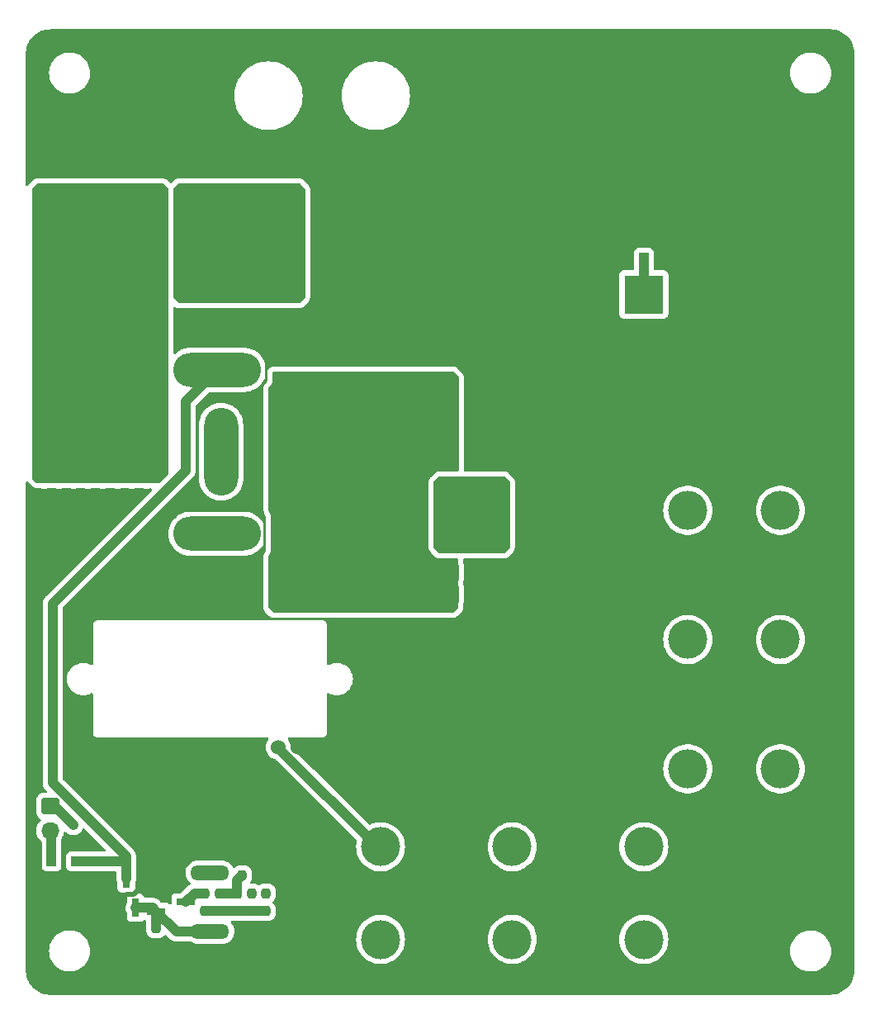
<source format=gbr>
%TF.GenerationSoftware,KiCad,Pcbnew,(6.0.11)*%
%TF.CreationDate,2024-02-29T08:21:51+09:00*%
%TF.ProjectId,LargePW,4c617267-6550-4572-9e6b-696361645f70,rev?*%
%TF.SameCoordinates,Original*%
%TF.FileFunction,Copper,L2,Bot*%
%TF.FilePolarity,Positive*%
%FSLAX46Y46*%
G04 Gerber Fmt 4.6, Leading zero omitted, Abs format (unit mm)*
G04 Created by KiCad (PCBNEW (6.0.11)) date 2024-02-29 08:21:51*
%MOMM*%
%LPD*%
G01*
G04 APERTURE LIST*
G04 Aperture macros list*
%AMRoundRect*
0 Rectangle with rounded corners*
0 $1 Rounding radius*
0 $2 $3 $4 $5 $6 $7 $8 $9 X,Y pos of 4 corners*
0 Add a 4 corners polygon primitive as box body*
4,1,4,$2,$3,$4,$5,$6,$7,$8,$9,$2,$3,0*
0 Add four circle primitives for the rounded corners*
1,1,$1+$1,$2,$3*
1,1,$1+$1,$4,$5*
1,1,$1+$1,$6,$7*
1,1,$1+$1,$8,$9*
0 Add four rect primitives between the rounded corners*
20,1,$1+$1,$2,$3,$4,$5,0*
20,1,$1+$1,$4,$5,$6,$7,0*
20,1,$1+$1,$6,$7,$8,$9,0*
20,1,$1+$1,$8,$9,$2,$3,0*%
G04 Aperture macros list end*
%TA.AperFunction,ComponentPad*%
%ADD10O,9.000000X3.500000*%
%TD*%
%TA.AperFunction,ComponentPad*%
%ADD11O,3.500000X9.000000*%
%TD*%
%TA.AperFunction,ComponentPad*%
%ADD12R,3.800000X3.800000*%
%TD*%
%TA.AperFunction,ComponentPad*%
%ADD13C,4.000000*%
%TD*%
%TA.AperFunction,ComponentPad*%
%ADD14RoundRect,0.250000X-0.675000X0.600000X-0.675000X-0.600000X0.675000X-0.600000X0.675000X0.600000X0*%
%TD*%
%TA.AperFunction,ComponentPad*%
%ADD15O,1.850000X1.700000*%
%TD*%
%TA.AperFunction,ComponentPad*%
%ADD16C,2.780000*%
%TD*%
%TA.AperFunction,ComponentPad*%
%ADD17O,4.000000X1.524000*%
%TD*%
%TA.AperFunction,ComponentPad*%
%ADD18C,5.000000*%
%TD*%
%TA.AperFunction,ComponentPad*%
%ADD19C,1.524000*%
%TD*%
%TA.AperFunction,ComponentPad*%
%ADD20R,4.000000X4.000000*%
%TD*%
%TA.AperFunction,SMDPad,CuDef*%
%ADD21R,1.900000X0.800000*%
%TD*%
%TA.AperFunction,SMDPad,CuDef*%
%ADD22R,1.000000X1.000000*%
%TD*%
%TA.AperFunction,SMDPad,CuDef*%
%ADD23RoundRect,0.237500X0.237500X-0.250000X0.237500X0.250000X-0.237500X0.250000X-0.237500X-0.250000X0*%
%TD*%
%TA.AperFunction,SMDPad,CuDef*%
%ADD24RoundRect,0.237500X-0.237500X0.250000X-0.237500X-0.250000X0.237500X-0.250000X0.237500X0.250000X0*%
%TD*%
%TA.AperFunction,SMDPad,CuDef*%
%ADD25R,0.800000X1.900000*%
%TD*%
%TA.AperFunction,SMDPad,CuDef*%
%ADD26RoundRect,0.237500X-0.237500X0.300000X-0.237500X-0.300000X0.237500X-0.300000X0.237500X0.300000X0*%
%TD*%
%TA.AperFunction,ViaPad*%
%ADD27C,0.600000*%
%TD*%
%TA.AperFunction,ViaPad*%
%ADD28C,1.000000*%
%TD*%
%TA.AperFunction,Conductor*%
%ADD29C,1.000000*%
%TD*%
%TA.AperFunction,Conductor*%
%ADD30C,0.250000*%
%TD*%
%TA.AperFunction,Conductor*%
%ADD31C,0.500000*%
%TD*%
G04 APERTURE END LIST*
D10*
%TO.P,K1,30*%
%TO.N,/RelayIN*%
X96250000Y-93750000D03*
%TO.P,K1,85*%
%TO.N,ESS*%
X105750000Y-102150000D03*
%TO.P,K1,86*%
%TO.N,RelaySW*%
X105750000Y-85350000D03*
D11*
%TO.P,K1,87*%
%TO.N,/RelayOUT*%
X114150000Y-93750000D03*
%TO.P,K1,87a*%
%TO.N,unconnected-(K1-Pad87a)*%
X106150000Y-93750000D03*
%TD*%
D12*
%TO.P,J2,1,Pin_1*%
%TO.N,GND*%
X127500000Y-134249999D03*
D13*
%TO.P,J2,2,Pin_2*%
%TO.N,VDD*%
X122500000Y-134249999D03*
%TD*%
D12*
%TO.P,J12,1,Pin_1*%
%TO.N,GND*%
X154000000Y-108000000D03*
D13*
%TO.P,J12,2,Pin_2*%
%TO.N,VDD*%
X154000000Y-113000000D03*
%TD*%
D12*
%TO.P,J3,1,Pin_1*%
%TO.N,GND*%
X127500000Y-143750000D03*
D13*
%TO.P,J3,2,Pin_2*%
%TO.N,VDD*%
X122500000Y-143750000D03*
%TD*%
D12*
%TO.P,J6,1,Pin_1*%
%TO.N,GND*%
X154000000Y-94750000D03*
D13*
%TO.P,J6,2,Pin_2*%
%TO.N,VDD*%
X154000000Y-99750000D03*
%TD*%
D14*
%TO.P,J1,1,Pin_1*%
%TO.N,/RelayIN*%
X88600000Y-130100000D03*
D15*
%TO.P,J1,2,Pin_2*%
%TO.N,ESS*%
X88600000Y-132600000D03*
%TD*%
D12*
%TO.P,J9,1,Pin_1*%
%TO.N,GND*%
X154500000Y-143750000D03*
D13*
%TO.P,J9,2,Pin_2*%
%TO.N,VDD*%
X149500000Y-143750000D03*
%TD*%
D12*
%TO.P,J7,1,Pin_1*%
%TO.N,GND*%
X163500000Y-94750000D03*
D13*
%TO.P,J7,2,Pin_2*%
%TO.N,VDD*%
X163500000Y-99750000D03*
%TD*%
D12*
%TO.P,J4,1,Pin_1*%
%TO.N,GND*%
X141000000Y-134250000D03*
D13*
%TO.P,J4,2,Pin_2*%
%TO.N,VDD*%
X136000000Y-134250000D03*
%TD*%
D16*
%TO.P,F1,1*%
%TO.N,+12V*%
X103250000Y-70850000D03*
X103250000Y-74250000D03*
%TO.P,F1,2*%
%TO.N,/RelayIN*%
X93330000Y-74250000D03*
X93330000Y-70850000D03*
%TD*%
D12*
%TO.P,J10,1,Pin_1*%
%TO.N,GND*%
X154000000Y-121250000D03*
D13*
%TO.P,J10,2,Pin_2*%
%TO.N,VDD*%
X154000000Y-126250000D03*
%TD*%
D12*
%TO.P,J11,1,Pin_1*%
%TO.N,GND*%
X163500000Y-121250000D03*
D13*
%TO.P,J11,2,Pin_2*%
%TO.N,VDD*%
X163500000Y-126250000D03*
%TD*%
D12*
%TO.P,J5,1,Pin_1*%
%TO.N,GND*%
X141000000Y-143750001D03*
D13*
%TO.P,J5,2,Pin_2*%
%TO.N,VDD*%
X136000000Y-143750001D03*
%TD*%
D12*
%TO.P,J13,1,Pin_1*%
%TO.N,GND*%
X163500000Y-108000000D03*
D13*
%TO.P,J13,2,Pin_2*%
%TO.N,VDD*%
X163500000Y-113000000D03*
%TD*%
D17*
%TO.P,SW1,1,A*%
%TO.N,Net-(Q5-Pad1)*%
X105000000Y-142928349D03*
%TO.P,SW1,2,B*%
%TO.N,/RelayIN*%
X105000000Y-136928349D03*
%TD*%
D18*
%TO.P,H1,1,1*%
%TO.N,GND*%
X122000000Y-72250000D03*
%TD*%
D12*
%TO.P,J8,1,Pin_1*%
%TO.N,GND*%
X154500000Y-134250000D03*
D13*
%TO.P,J8,2,Pin_2*%
%TO.N,VDD*%
X149500000Y-134250000D03*
%TD*%
D19*
%TO.P,MES1,1,-*%
%TO.N,GND*%
X114000000Y-124050000D03*
%TO.P,MES1,2,+*%
%TO.N,VDD*%
X112000000Y-124035000D03*
%TD*%
D18*
%TO.P,H2,1,1*%
%TO.N,+12V*%
X111000000Y-72250000D03*
%TD*%
D20*
%TO.P,C2,1*%
%TO.N,VDD*%
X149500000Y-77619000D03*
D13*
%TO.P,C2,2*%
%TO.N,GND*%
X149500000Y-67619000D03*
%TD*%
D21*
%TO.P,Q5,1,G*%
%TO.N,Net-(Q5-Pad1)*%
X99500000Y-140878349D03*
%TO.P,Q5,2,S*%
%TO.N,GND*%
X99500000Y-138978349D03*
%TO.P,Q5,3,D*%
%TO.N,Net-(Q5-Pad3)*%
X102500000Y-139928349D03*
%TD*%
D22*
%TO.P,D2,1,K*%
%TO.N,VDD*%
X149500000Y-73869000D03*
%TO.P,D2,2,A*%
%TO.N,GND*%
X149500000Y-71369000D03*
%TD*%
D23*
%TO.P,R6,1*%
%TO.N,GND*%
X99470000Y-144452500D03*
%TO.P,R6,2*%
%TO.N,Net-(Q5-Pad1)*%
X99470000Y-142627500D03*
%TD*%
%TO.P,R4,1*%
%TO.N,\u4E3B\u96FB\u6E90\u30B9\u30A4\u30C3\u30C1*%
X110750000Y-140840849D03*
%TO.P,R4,2*%
%TO.N,Net-(Q4-Pad1)*%
X110750000Y-139015849D03*
%TD*%
D24*
%TO.P,R5,1*%
%TO.N,Net-(Q5-Pad3)*%
X104500000Y-139015849D03*
%TO.P,R5,2*%
%TO.N,\u4E3B\u96FB\u6E90\u30B9\u30A4\u30C3\u30C1*%
X104500000Y-140840849D03*
%TD*%
D25*
%TO.P,Q6,1,G*%
%TO.N,Net-(Q5-Pad1)*%
X97370000Y-140500000D03*
%TO.P,Q6,2,S*%
%TO.N,GND*%
X95470000Y-140500000D03*
%TO.P,Q6,3,D*%
%TO.N,RelaySW*%
X96420000Y-137500000D03*
%TD*%
D24*
%TO.P,R2,1*%
%TO.N,/S-S*%
X106000000Y-139015849D03*
%TO.P,R2,2*%
%TO.N,\u4E3B\u96FB\u6E90\u30B9\u30A4\u30C3\u30C1*%
X106000000Y-140840849D03*
%TD*%
D26*
%TO.P,C1,1*%
%TO.N,/S-S*%
X107750000Y-139065849D03*
%TO.P,C1,2*%
%TO.N,\u4E3B\u96FB\u6E90\u30B9\u30A4\u30C3\u30C1*%
X107750000Y-140790849D03*
%TD*%
D24*
%TO.P,R3,1*%
%TO.N,Net-(Q3-Pad1)*%
X109250000Y-139015849D03*
%TO.P,R3,2*%
%TO.N,\u4E3B\u96FB\u6E90\u30B9\u30A4\u30C3\u30C1*%
X109250000Y-140840849D03*
%TD*%
%TO.P,R1,1*%
%TO.N,GND*%
X108300000Y-135347500D03*
%TO.P,R1,2*%
%TO.N,/S-S*%
X108300000Y-137172500D03*
%TD*%
D22*
%TO.P,D1,1,K*%
%TO.N,ESS*%
X88750000Y-135750000D03*
%TO.P,D1,2,A*%
%TO.N,RelaySW*%
X91250000Y-135750000D03*
%TD*%
D27*
%TO.N,/S-S*%
X133750000Y-99250000D03*
X129250000Y-97000000D03*
X128500000Y-99250000D03*
X128500000Y-103000000D03*
X129250000Y-103750000D03*
X130750000Y-99250000D03*
X135250000Y-97750000D03*
X132250000Y-102250000D03*
X128500000Y-100000000D03*
X134500000Y-97750000D03*
X133750000Y-100750000D03*
X133750000Y-103000000D03*
X130750000Y-97750000D03*
X130000000Y-103000000D03*
X131500000Y-103750000D03*
X135250000Y-99250000D03*
X128500000Y-100750000D03*
X130000000Y-98500000D03*
X132250000Y-98500000D03*
X135250000Y-100000000D03*
X128500000Y-101500000D03*
X131500000Y-100000000D03*
X134500000Y-103000000D03*
X133000000Y-102250000D03*
X134500000Y-98500000D03*
X130000000Y-101500000D03*
X135250000Y-97000000D03*
X130000000Y-100000000D03*
X131500000Y-103000000D03*
X129250000Y-97750000D03*
X133750000Y-101500000D03*
X130750000Y-100750000D03*
X133750000Y-97750000D03*
X131500000Y-101500000D03*
X129250000Y-101500000D03*
X133000000Y-100750000D03*
X130750000Y-103000000D03*
X133000000Y-99250000D03*
X134500000Y-100750000D03*
X130750000Y-102250000D03*
X128500000Y-103750000D03*
X128500000Y-98500000D03*
X134500000Y-103750000D03*
X131500000Y-98500000D03*
X130750000Y-98500000D03*
X133000000Y-100000000D03*
X134500000Y-99250000D03*
X129250000Y-100000000D03*
X128500000Y-97000000D03*
X129250000Y-103000000D03*
X131500000Y-102250000D03*
X130000000Y-97750000D03*
X133000000Y-98500000D03*
X129250000Y-98500000D03*
X133000000Y-101500000D03*
X135250000Y-103750000D03*
X130000000Y-99250000D03*
X135250000Y-102250000D03*
X129250000Y-100750000D03*
X135250000Y-103000000D03*
X132250000Y-100750000D03*
X130000000Y-103750000D03*
X130000000Y-97000000D03*
X131500000Y-99250000D03*
X108300000Y-137172500D03*
X133750000Y-103750000D03*
X135250000Y-100750000D03*
X133000000Y-103000000D03*
X130750000Y-100000000D03*
X132250000Y-103750000D03*
X133750000Y-102250000D03*
X134500000Y-101500000D03*
X134500000Y-102250000D03*
X131500000Y-100750000D03*
X133000000Y-97750000D03*
X134500000Y-97000000D03*
X132250000Y-101500000D03*
X128500000Y-102250000D03*
X130000000Y-102250000D03*
X130750000Y-101500000D03*
X129250000Y-99250000D03*
X132250000Y-97750000D03*
X135250000Y-98500000D03*
X132250000Y-100000000D03*
X130750000Y-103750000D03*
X130750000Y-97000000D03*
X128500000Y-97750000D03*
X132250000Y-99250000D03*
X135250000Y-101500000D03*
X131500000Y-97750000D03*
X132250000Y-97000000D03*
X129250000Y-102250000D03*
X132250000Y-103000000D03*
X134500000Y-100000000D03*
X133000000Y-103750000D03*
X133750000Y-97000000D03*
X133000000Y-97000000D03*
X130000000Y-100750000D03*
X133750000Y-98500000D03*
X131500000Y-97000000D03*
X133750000Y-100000000D03*
%TO.N,GND*%
X170500000Y-95000000D03*
X122250000Y-61750000D03*
X91000000Y-123250000D03*
X131500000Y-87750000D03*
X148750000Y-54750000D03*
X98000000Y-98000000D03*
X169750000Y-148500000D03*
X170500000Y-126750000D03*
X136500000Y-70750000D03*
X117500000Y-111250000D03*
X153500000Y-61250000D03*
X127750000Y-60250000D03*
X110250000Y-123750000D03*
X117500000Y-115000000D03*
X122500000Y-81500000D03*
X87500000Y-52500000D03*
X154000000Y-71500000D03*
X115500000Y-140750000D03*
X111250000Y-65000000D03*
X102000000Y-138000000D03*
X94000000Y-130500000D03*
X131250000Y-105000000D03*
X96750000Y-133500000D03*
X144750000Y-56250000D03*
X117250000Y-57000000D03*
X117500000Y-76250000D03*
X170500000Y-120750000D03*
X121000000Y-111250000D03*
X145000000Y-71000000D03*
X114750000Y-84500000D03*
X98000000Y-142250000D03*
X102500000Y-144250000D03*
X103250000Y-107250000D03*
X111000000Y-84500000D03*
X105250000Y-88250000D03*
X130750000Y-56000000D03*
X164750000Y-62750000D03*
X111500000Y-126000000D03*
X115500000Y-129750000D03*
X130000000Y-76750000D03*
X117000000Y-81250000D03*
X90250000Y-133500000D03*
X170000000Y-66250000D03*
X92750000Y-123250000D03*
X94000000Y-126750000D03*
X115500000Y-144500000D03*
X117250000Y-149000000D03*
X86750000Y-111000000D03*
X145750000Y-63250000D03*
X160500000Y-56250000D03*
X93000000Y-139250000D03*
X101750000Y-79500000D03*
X98250000Y-135250000D03*
X110500000Y-52750000D03*
X110250000Y-130000000D03*
X90000000Y-137000000D03*
X128750000Y-82500000D03*
X127000000Y-73500000D03*
X93000000Y-134000000D03*
X102000000Y-123500000D03*
X149750000Y-51250000D03*
X92500000Y-119000000D03*
X131000000Y-65250000D03*
X104000000Y-54250000D03*
X169000000Y-52250000D03*
X91000000Y-141750000D03*
X131750000Y-74250000D03*
X92250000Y-103500000D03*
X126250000Y-68000000D03*
X102250000Y-136250000D03*
X105000000Y-128250000D03*
X156250000Y-51250000D03*
X131250000Y-107250000D03*
X86750000Y-106250000D03*
X105750000Y-82500000D03*
X160250000Y-71000000D03*
X107500000Y-50750000D03*
X106000000Y-99250000D03*
X87500000Y-140750000D03*
X170500000Y-132750000D03*
X109500000Y-91000000D03*
X86750000Y-129000000D03*
X92500000Y-115000000D03*
X100500000Y-139250000D03*
X135000000Y-56500000D03*
X170500000Y-140250000D03*
X90750000Y-127500000D03*
X102000000Y-127000000D03*
X97500000Y-130250000D03*
X127500000Y-64250000D03*
X108000000Y-146750000D03*
X131250000Y-109500000D03*
X123750000Y-149000000D03*
X105500000Y-148750000D03*
X170500000Y-83000000D03*
X103500000Y-146500000D03*
X90500000Y-110000000D03*
X94000000Y-110500000D03*
X106000000Y-65250000D03*
X89500000Y-106500000D03*
X96000000Y-142500000D03*
X121000000Y-52500000D03*
X104250000Y-61000000D03*
X89750000Y-98250000D03*
X137500000Y-63250000D03*
X87250000Y-137500000D03*
X106750000Y-57750000D03*
X122250000Y-66250000D03*
X142250000Y-67750000D03*
X117500000Y-123000000D03*
X167547745Y-148939817D03*
X93750000Y-144250000D03*
X166750000Y-52250000D03*
X120250000Y-120000000D03*
X97500000Y-123500000D03*
X120000000Y-84500000D03*
X149250000Y-60500000D03*
X92500000Y-112500000D03*
X125500000Y-111250000D03*
X97500000Y-102750000D03*
X131500000Y-85500000D03*
X106500000Y-123500000D03*
X110250000Y-110500000D03*
X112250000Y-139750000D03*
X90750000Y-57750000D03*
X112250000Y-133250000D03*
X91000000Y-65000000D03*
X86750000Y-115500000D03*
X100250000Y-148750000D03*
X113750000Y-135250000D03*
X131500000Y-90000000D03*
X105750000Y-79500000D03*
X98250000Y-146250000D03*
X163250000Y-51250000D03*
X133634266Y-148939817D03*
X90750000Y-118750000D03*
X150493366Y-148939817D03*
X163750000Y-54250000D03*
X117500000Y-119250000D03*
X86500000Y-97750000D03*
X93750000Y-54500000D03*
X135000000Y-51000000D03*
X126500000Y-56500000D03*
X96250000Y-65250000D03*
X110250000Y-100000000D03*
X126000000Y-84250000D03*
X137250000Y-58750000D03*
X143000000Y-51000000D03*
X90000000Y-134500000D03*
X110250000Y-79750000D03*
X97500000Y-126750000D03*
X130750000Y-70500000D03*
X108250000Y-127000000D03*
X166250000Y-67750000D03*
X86500000Y-65250000D03*
X90750000Y-51750000D03*
X114250000Y-79750000D03*
X87000000Y-134000000D03*
X157750000Y-61750000D03*
X108000000Y-142250000D03*
X131000000Y-51750000D03*
X92250000Y-100000000D03*
X115500000Y-137000000D03*
X99500000Y-51000000D03*
X142250000Y-61250000D03*
X113000000Y-127500000D03*
X113750000Y-131750000D03*
X131770000Y-95160000D03*
X96000000Y-139500000D03*
X170500000Y-74750000D03*
X116000000Y-66000000D03*
X107250000Y-135500000D03*
X95250000Y-51500000D03*
X107250000Y-144250000D03*
X115250000Y-125250000D03*
X144830270Y-148939817D03*
X161819557Y-148939817D03*
X96500000Y-56750000D03*
X94250000Y-106000000D03*
X170500000Y-115000000D03*
X132250000Y-61750000D03*
X128687194Y-148939817D03*
X100500000Y-100250000D03*
X160000000Y-66000000D03*
X122750000Y-117750000D03*
X86750000Y-102000000D03*
X100750000Y-103750000D03*
X116250000Y-51000000D03*
X115500000Y-133500000D03*
X110000000Y-104500000D03*
X116250000Y-72250000D03*
X109750000Y-82750000D03*
X99500000Y-133750000D03*
X120500000Y-79000000D03*
X99750000Y-58250000D03*
X154000000Y-55500000D03*
X170500000Y-146500000D03*
X95000000Y-100750000D03*
X86750000Y-119750000D03*
X105250000Y-135000000D03*
X95000000Y-137250000D03*
X107250000Y-133250000D03*
X105250000Y-110250000D03*
X99000000Y-110500000D03*
X87500000Y-57750000D03*
X99750000Y-136750000D03*
X126250000Y-51000000D03*
X111750000Y-142250000D03*
X170500000Y-109500000D03*
X89750000Y-102000000D03*
X170000000Y-61250000D03*
X170500000Y-70500000D03*
X131500000Y-92500000D03*
X88000000Y-147500000D03*
X126500000Y-79000000D03*
X119500000Y-63250000D03*
X120000000Y-117250000D03*
X110250000Y-148750000D03*
X100500000Y-65250000D03*
X90750000Y-115250000D03*
X157250000Y-56000000D03*
X93250000Y-61000000D03*
X156481926Y-148939817D03*
X107250000Y-107250000D03*
X138250000Y-53750000D03*
X166500000Y-58000000D03*
X121250000Y-115000000D03*
X136500000Y-67000000D03*
X112000000Y-137500000D03*
X110000000Y-87750000D03*
X131500000Y-80250000D03*
X125500000Y-115000000D03*
X154500000Y-66000000D03*
X93750000Y-98000000D03*
X87500000Y-144250000D03*
X105000000Y-131500000D03*
X105500000Y-104750000D03*
X170500000Y-89500000D03*
X123500000Y-77000000D03*
X115500000Y-57000000D03*
X112500000Y-145750000D03*
X111250000Y-61500000D03*
X101250000Y-131250000D03*
X169500000Y-56750000D03*
X129250000Y-111250000D03*
X98250000Y-106750000D03*
X116500000Y-61750000D03*
X167750000Y-70500000D03*
X99250000Y-61500000D03*
X95000000Y-148750000D03*
X118750000Y-68500000D03*
X138971896Y-148939817D03*
X100500000Y-144000000D03*
X115250000Y-148750000D03*
X86750000Y-61500000D03*
X97750000Y-138500000D03*
X109500000Y-95500000D03*
X101750000Y-83000000D03*
X91000000Y-113750000D03*
X104000000Y-89250000D03*
X87250000Y-54750000D03*
X103250000Y-97250000D03*
X86750000Y-124000000D03*
X162000000Y-67000000D03*
X170500000Y-102250000D03*
X91250000Y-148000000D03*
%TO.N,+12V*%
X108000000Y-68250000D03*
X106500000Y-77250000D03*
X112500000Y-77250000D03*
X103500000Y-77250000D03*
X105000000Y-66750000D03*
X108000000Y-69750000D03*
X102000000Y-77250000D03*
X112500000Y-68250000D03*
X114000000Y-77250000D03*
X105000000Y-69750000D03*
X113000000Y-74750000D03*
X106500000Y-69750000D03*
X105000000Y-68250000D03*
X111000000Y-75750000D03*
X103500000Y-66750000D03*
X111000000Y-77250000D03*
X104000000Y-76250000D03*
X107500000Y-71250000D03*
X114000000Y-68250000D03*
X108000000Y-74250000D03*
X103500000Y-68250000D03*
X108000000Y-66750000D03*
X109500000Y-77250000D03*
X111000000Y-68250000D03*
X106500000Y-71250000D03*
X109500000Y-69250000D03*
X106500000Y-75750000D03*
X114000000Y-66750000D03*
X112500000Y-75750000D03*
X105000000Y-75750000D03*
X105500000Y-74250000D03*
X103000000Y-76250000D03*
X114000000Y-75750000D03*
X108000000Y-75750000D03*
X112500000Y-69250000D03*
X102000000Y-75750000D03*
X114000000Y-72750000D03*
X111000000Y-66750000D03*
X109500000Y-75750000D03*
X108000000Y-72750000D03*
X102000000Y-72750000D03*
X114000000Y-69750000D03*
X112500000Y-66750000D03*
X106500000Y-68250000D03*
X114000000Y-71250000D03*
X106500000Y-72750000D03*
X106500000Y-66750000D03*
X109000000Y-74750000D03*
X108000000Y-77250000D03*
X114000000Y-74250000D03*
X109500000Y-66750000D03*
X105500000Y-71250000D03*
X109500000Y-68250000D03*
X106500000Y-74250000D03*
X102000000Y-68250000D03*
X102000000Y-66750000D03*
X105000000Y-77250000D03*
X105000000Y-72750000D03*
%TO.N,/RelayIN*%
X98500000Y-89250000D03*
X98500000Y-74250000D03*
X94000000Y-66750000D03*
X88000000Y-71250000D03*
X97000000Y-87750000D03*
X97000000Y-80250000D03*
X98500000Y-66750000D03*
X88000000Y-68250000D03*
X95500000Y-68250000D03*
X92500000Y-81750000D03*
X95500000Y-86250000D03*
X95500000Y-80250000D03*
X92500000Y-96750000D03*
X88000000Y-83250000D03*
X95500000Y-96750000D03*
X97000000Y-86250000D03*
X89500000Y-66750000D03*
X89500000Y-87750000D03*
X97000000Y-89250000D03*
X98500000Y-72750000D03*
X100000000Y-87750000D03*
X94000000Y-89250000D03*
X89500000Y-72750000D03*
X97000000Y-96750000D03*
X100000000Y-86250000D03*
X91000000Y-87750000D03*
X97000000Y-77250000D03*
X98500000Y-83250000D03*
X100000000Y-69750000D03*
X88000000Y-66750000D03*
X91000000Y-71250000D03*
X89500000Y-81750000D03*
X94000000Y-68250000D03*
X89500000Y-84750000D03*
X92500000Y-68250000D03*
X94000000Y-78750000D03*
X92500000Y-87750000D03*
X88000000Y-74250000D03*
X88000000Y-86250000D03*
X91000000Y-81750000D03*
X97000000Y-66750000D03*
X94000000Y-86250000D03*
X88000000Y-78750000D03*
X88000000Y-77250000D03*
X91000000Y-90750000D03*
X97000000Y-78750000D03*
X100000000Y-66750000D03*
X95500000Y-90750000D03*
X91000000Y-66750000D03*
X94000000Y-87750000D03*
X98500000Y-69750000D03*
X89500000Y-90750000D03*
X100000000Y-72750000D03*
X95500000Y-66750000D03*
X97000000Y-71250000D03*
X89500000Y-77250000D03*
X97000000Y-74250000D03*
X94000000Y-80250000D03*
X89500000Y-89250000D03*
X97000000Y-90750000D03*
X98500000Y-78750000D03*
X92500000Y-89250000D03*
X91000000Y-78750000D03*
X92500000Y-84750000D03*
X88000000Y-90750000D03*
X98500000Y-75750000D03*
X89500000Y-86250000D03*
X91000000Y-86250000D03*
X100000000Y-71250000D03*
X91000000Y-84750000D03*
X92500000Y-80250000D03*
X91000000Y-68250000D03*
X88000000Y-92250000D03*
X100000000Y-74250000D03*
X98500000Y-90750000D03*
X88000000Y-93750000D03*
X100000000Y-68250000D03*
X95500000Y-89250000D03*
X89500000Y-74250000D03*
X95500000Y-81750000D03*
X89500000Y-71250000D03*
X95500000Y-74250000D03*
X95500000Y-72750000D03*
X94000000Y-83250000D03*
X97000000Y-84750000D03*
X100000000Y-80250000D03*
X94000000Y-77250000D03*
X91000000Y-69750000D03*
X88000000Y-89250000D03*
X88000000Y-72750000D03*
X98500000Y-87750000D03*
X97000000Y-81750000D03*
X91000000Y-96750000D03*
X91000000Y-89250000D03*
X91000000Y-93750000D03*
X92500000Y-78750000D03*
X91000000Y-80250000D03*
X89500000Y-69750000D03*
X89500000Y-68250000D03*
X100000000Y-75750000D03*
X100000000Y-84750000D03*
X92500000Y-86250000D03*
X89500000Y-95250000D03*
X94000000Y-90750000D03*
X92500000Y-83250000D03*
X100000000Y-77250000D03*
X88000000Y-87750000D03*
X95500000Y-69750000D03*
X95500000Y-83250000D03*
X94000000Y-81750000D03*
X100000000Y-78750000D03*
X91000000Y-74250000D03*
X97000000Y-72750000D03*
X100000000Y-90750000D03*
X89500000Y-80250000D03*
X97000000Y-68250000D03*
X91000000Y-72750000D03*
X92500000Y-90750000D03*
X89500000Y-78750000D03*
X98500000Y-77250000D03*
X88000000Y-84750000D03*
X89500000Y-83250000D03*
X89500000Y-75750000D03*
X91000000Y-75750000D03*
X98500000Y-81750000D03*
X91000000Y-83250000D03*
X95500000Y-84750000D03*
X92500000Y-66750000D03*
X98500000Y-84750000D03*
X91000000Y-92250000D03*
X100000000Y-81750000D03*
X97000000Y-75750000D03*
X88000000Y-69750000D03*
X89500000Y-96750000D03*
D28*
X90979626Y-132055385D03*
D27*
X98500000Y-96750000D03*
X89500000Y-93750000D03*
X91000000Y-95250000D03*
X88000000Y-95250000D03*
X95500000Y-77250000D03*
X94000000Y-96750000D03*
X88000000Y-75750000D03*
X89500000Y-92250000D03*
X100000000Y-83250000D03*
X95500000Y-78750000D03*
X95500000Y-75750000D03*
X88000000Y-96750000D03*
X98500000Y-80250000D03*
X91000000Y-77250000D03*
X94000000Y-84750000D03*
X88000000Y-80250000D03*
X97000000Y-83250000D03*
X88000000Y-81750000D03*
X97000000Y-69750000D03*
X100000000Y-89250000D03*
X100000000Y-96250000D03*
X92500000Y-77250000D03*
X95500000Y-71250000D03*
X95500000Y-87750000D03*
X98500000Y-68250000D03*
X98500000Y-71250000D03*
X98500000Y-86250000D03*
%TO.N,/RelayOUT*%
X117000000Y-109250000D03*
X117000000Y-107250000D03*
X118000000Y-100250000D03*
X115000000Y-109250000D03*
X126000000Y-109750000D03*
X125000000Y-95250000D03*
X118000000Y-92250000D03*
X123000000Y-105250000D03*
X130000000Y-92250000D03*
X126000000Y-102250000D03*
X121000000Y-105250000D03*
X115000000Y-103250000D03*
X118000000Y-86250000D03*
X116000000Y-98250000D03*
X116000000Y-106250000D03*
X127000000Y-91250000D03*
X124000000Y-88250000D03*
X120000000Y-104250000D03*
X118000000Y-90250000D03*
X127000000Y-93250000D03*
X116000000Y-100250000D03*
X130000000Y-94250000D03*
X126000000Y-104250000D03*
X122000000Y-90250000D03*
X117000000Y-91250000D03*
X113000000Y-101250000D03*
X119000000Y-89250000D03*
X121000000Y-103250000D03*
X119000000Y-99250000D03*
X129000000Y-91250000D03*
X126000000Y-90250000D03*
X114000000Y-104250000D03*
X120000000Y-106250000D03*
X122000000Y-106250000D03*
X116000000Y-102250000D03*
X124000000Y-104250000D03*
X119000000Y-87250000D03*
X116000000Y-86250000D03*
X127000000Y-89250000D03*
X120000000Y-90250000D03*
X127000000Y-103250000D03*
X120000000Y-100250000D03*
X123000000Y-99250000D03*
X121000000Y-107250000D03*
X112000000Y-94250000D03*
X118000000Y-94250000D03*
X113000000Y-107250000D03*
X125000000Y-87250000D03*
X129000000Y-87250000D03*
X127000000Y-109250000D03*
X118000000Y-106250000D03*
X128000000Y-108250000D03*
X117000000Y-103250000D03*
X112000000Y-88250000D03*
X124000000Y-106250000D03*
X124000000Y-90250000D03*
X125000000Y-89250000D03*
X119000000Y-97250000D03*
X127000000Y-98750000D03*
X119000000Y-101250000D03*
X125000000Y-91250000D03*
X117000000Y-97250000D03*
X129000000Y-109250000D03*
X121000000Y-89250000D03*
X121000000Y-97250000D03*
X112000000Y-90250000D03*
X113000000Y-105250000D03*
X124000000Y-102250000D03*
X117000000Y-101250000D03*
X117000000Y-105250000D03*
X121000000Y-99250000D03*
X116000000Y-88250000D03*
X121000000Y-95250000D03*
X123000000Y-93250000D03*
X118000000Y-102250000D03*
X127500000Y-104750000D03*
X128000000Y-88250000D03*
X119000000Y-91250000D03*
X114000000Y-100250000D03*
X116000000Y-109750000D03*
X112000000Y-100250000D03*
X124000000Y-100250000D03*
X123000000Y-89250000D03*
X125000000Y-93250000D03*
X118000000Y-104250000D03*
X121000000Y-91250000D03*
X124000000Y-86250000D03*
X122000000Y-104250000D03*
X123000000Y-91250000D03*
X122000000Y-109750000D03*
X116000000Y-104250000D03*
X112000000Y-86250000D03*
X115000000Y-99250000D03*
X112000000Y-102250000D03*
X130000000Y-109750000D03*
X120000000Y-102250000D03*
X113000000Y-99250000D03*
X113000000Y-109250000D03*
X128000000Y-92250000D03*
X112000000Y-106250000D03*
X119000000Y-93250000D03*
X127000000Y-87250000D03*
X121000000Y-109250000D03*
X123000000Y-95250000D03*
X115000000Y-87250000D03*
X127000000Y-107250000D03*
X129000000Y-89250000D03*
X122000000Y-94250000D03*
X126000000Y-100250000D03*
X125000000Y-105250000D03*
X128000000Y-109750000D03*
X123000000Y-101250000D03*
X120000000Y-92250000D03*
X129000000Y-105250000D03*
X114000000Y-108250000D03*
X120000000Y-98250000D03*
X114000000Y-102250000D03*
X123000000Y-103250000D03*
X112000000Y-92250000D03*
X124000000Y-108250000D03*
X125000000Y-101250000D03*
X115000000Y-101250000D03*
X126000000Y-94250000D03*
X127000000Y-95250000D03*
X120000000Y-94250000D03*
X122000000Y-100250000D03*
X123000000Y-97250000D03*
X126000000Y-96250000D03*
X130000000Y-90250000D03*
X118000000Y-88250000D03*
X122000000Y-86250000D03*
X124000000Y-109750000D03*
X117000000Y-89250000D03*
X116000000Y-108250000D03*
X127000000Y-101250000D03*
X118000000Y-96250000D03*
X121000000Y-101250000D03*
X114000000Y-109750000D03*
X119000000Y-105250000D03*
X121000000Y-87250000D03*
X128000000Y-106250000D03*
X118000000Y-98250000D03*
X122000000Y-96250000D03*
X117000000Y-99250000D03*
X119000000Y-109250000D03*
X120000000Y-108250000D03*
X115000000Y-107250000D03*
X120000000Y-96250000D03*
X118000000Y-108250000D03*
X130000000Y-86250000D03*
X114000000Y-106250000D03*
X126000000Y-108250000D03*
X128000000Y-86250000D03*
X120000000Y-88250000D03*
X128000000Y-90250000D03*
X129000000Y-93250000D03*
X119000000Y-107250000D03*
X126000000Y-92250000D03*
X122000000Y-92250000D03*
X120000000Y-86250000D03*
X126000000Y-86250000D03*
X122000000Y-98250000D03*
X122000000Y-88250000D03*
X114000000Y-88250000D03*
X126000000Y-106250000D03*
X124000000Y-96250000D03*
X124000000Y-94250000D03*
X123000000Y-109250000D03*
X125000000Y-103250000D03*
X124000000Y-92250000D03*
X112000000Y-108250000D03*
X112000000Y-104250000D03*
X126000000Y-88250000D03*
X113000000Y-103250000D03*
X125000000Y-107250000D03*
X125000000Y-109250000D03*
X117000000Y-93250000D03*
X123000000Y-107250000D03*
X112000000Y-96250000D03*
X114000000Y-86250000D03*
X117000000Y-95250000D03*
X112000000Y-98250000D03*
X129000000Y-94750000D03*
X119000000Y-103250000D03*
X119000000Y-95250000D03*
X128000000Y-94250000D03*
X122000000Y-108250000D03*
X112000000Y-109750000D03*
X113000000Y-87250000D03*
X121000000Y-93250000D03*
X117000000Y-87250000D03*
X120000000Y-109750000D03*
X118000000Y-109750000D03*
X130000000Y-88250000D03*
X115000000Y-105250000D03*
X123000000Y-87250000D03*
X130000000Y-105750000D03*
X122000000Y-102250000D03*
%TO.N,Net-(Q3-Pad1)*%
X109250000Y-139015849D03*
%TO.N,Net-(Q4-Pad1)*%
X110750000Y-139015849D03*
%TD*%
D29*
%TO.N,/S-S*%
X107750000Y-137722500D02*
X108300000Y-137172500D01*
X107750000Y-139065849D02*
X107750000Y-137722500D01*
X106000000Y-139015849D02*
X107700000Y-139015849D01*
X107700000Y-139015849D02*
X107750000Y-139065849D01*
%TO.N,\u4E3B\u96FB\u6E90\u30B9\u30A4\u30C3\u30C1*%
X104500000Y-140840849D02*
X110750000Y-140840849D01*
%TO.N,VDD*%
X122132418Y-134249999D02*
X112000000Y-124117581D01*
X149500000Y-77619000D02*
X149500000Y-73869000D01*
X122500000Y-134249999D02*
X122132418Y-134249999D01*
X112000000Y-124117581D02*
X112000000Y-124035000D01*
D30*
%TO.N,GND*%
X110575000Y-103925000D02*
X110000000Y-104500000D01*
X110750000Y-84750000D02*
X111000000Y-84500000D01*
X110250000Y-100000000D02*
X110575000Y-100325000D01*
X110000000Y-87250000D02*
X110750000Y-86500000D01*
X110000000Y-87750000D02*
X110000000Y-87250000D01*
X110750000Y-86500000D02*
X110750000Y-84750000D01*
D31*
X96000000Y-139500000D02*
X96400000Y-139100000D01*
D30*
X110575000Y-100325000D02*
X110575000Y-103925000D01*
D31*
X96400000Y-139100000D02*
X97150000Y-139100000D01*
X97150000Y-139100000D02*
X97750000Y-138500000D01*
D29*
%TO.N,ESS*%
X88750000Y-135750000D02*
X88750000Y-132750000D01*
X88750000Y-132750000D02*
X88600000Y-132600000D01*
%TO.N,RelaySW*%
X102500000Y-95680000D02*
X102500000Y-88600000D01*
X96420000Y-137500000D02*
X96420000Y-135810000D01*
X102500000Y-88600000D02*
X105750000Y-85350000D01*
X91250000Y-135750000D02*
X96360000Y-135750000D01*
X96420000Y-135260000D02*
X88870000Y-127710000D01*
X88870000Y-127710000D02*
X88870000Y-109310000D01*
X96420000Y-135810000D02*
X96420000Y-135260000D01*
X96360000Y-135750000D02*
X96420000Y-135810000D01*
X88870000Y-109310000D02*
X102500000Y-95680000D01*
%TO.N,/RelayIN*%
X89024241Y-130100000D02*
X90979626Y-132055385D01*
X88600000Y-130100000D02*
X89024241Y-130100000D01*
%TO.N,Net-(Q5-Pad1)*%
X97370000Y-140500000D02*
X99121651Y-140500000D01*
X99470000Y-142627500D02*
X99470000Y-140908349D01*
X99470000Y-140908349D02*
X99500000Y-140878349D01*
X105000000Y-142928349D02*
X101550000Y-142928349D01*
X99121651Y-140500000D02*
X99500000Y-140878349D01*
X101550000Y-142928349D02*
X99500000Y-140878349D01*
%TO.N,Net-(Q5-Pad3)*%
X103412500Y-139015849D02*
X102500000Y-139928349D01*
X104500000Y-139015849D02*
X103412500Y-139015849D01*
%TD*%
%TA.AperFunction,Conductor*%
%TO.N,/S-S*%
G36*
X135265931Y-96270002D02*
G01*
X135286905Y-96286905D01*
X135713095Y-96713095D01*
X135747121Y-96775407D01*
X135750000Y-96802190D01*
X135750000Y-103597810D01*
X135729998Y-103665931D01*
X135713095Y-103686905D01*
X135286905Y-104113095D01*
X135224593Y-104147121D01*
X135197810Y-104150000D01*
X128502190Y-104150000D01*
X128434069Y-104129998D01*
X128413095Y-104113095D01*
X127986905Y-103686905D01*
X127952879Y-103624593D01*
X127950000Y-103597810D01*
X127950000Y-96802190D01*
X127970002Y-96734069D01*
X127986905Y-96713095D01*
X128413095Y-96286905D01*
X128475407Y-96252879D01*
X128502190Y-96250000D01*
X135197810Y-96250000D01*
X135265931Y-96270002D01*
G37*
%TD.AperFunction*%
%TD*%
%TA.AperFunction,Conductor*%
%TO.N,+12V*%
G36*
X114265931Y-66270002D02*
G01*
X114286905Y-66286905D01*
X114713095Y-66713095D01*
X114747121Y-66775407D01*
X114750000Y-66802190D01*
X114750000Y-77947810D01*
X114729998Y-78015931D01*
X114713095Y-78036905D01*
X114286905Y-78463095D01*
X114224593Y-78497121D01*
X114197810Y-78500000D01*
X101802190Y-78500000D01*
X101734069Y-78479998D01*
X101713095Y-78463095D01*
X101286905Y-78036905D01*
X101252879Y-77974593D01*
X101250000Y-77947810D01*
X101250000Y-66802190D01*
X101270002Y-66734069D01*
X101286905Y-66713095D01*
X101713095Y-66286905D01*
X101775407Y-66252879D01*
X101802190Y-66250000D01*
X114197810Y-66250000D01*
X114265931Y-66270002D01*
G37*
%TD.AperFunction*%
%TD*%
%TA.AperFunction,Conductor*%
%TO.N,/RelayOUT*%
G36*
X130015931Y-85520002D02*
G01*
X130036905Y-85536905D01*
X130463095Y-85963095D01*
X130497121Y-86025407D01*
X130500000Y-86052190D01*
X130500000Y-95610500D01*
X130479998Y-95678621D01*
X130426342Y-95725114D01*
X130374000Y-95736500D01*
X128502190Y-95736500D01*
X128475615Y-95737924D01*
X128449001Y-95739350D01*
X128448991Y-95739351D01*
X128447308Y-95739441D01*
X128420525Y-95742320D01*
X128418868Y-95742588D01*
X128418857Y-95742590D01*
X128372360Y-95750125D01*
X128372355Y-95750126D01*
X128366248Y-95751116D01*
X128360451Y-95753278D01*
X128360448Y-95753279D01*
X128233521Y-95800622D01*
X128233519Y-95800623D01*
X128229307Y-95802194D01*
X128166995Y-95836220D01*
X128163395Y-95838915D01*
X128053598Y-95921109D01*
X128053594Y-95921113D01*
X128049996Y-95923806D01*
X127623806Y-96349996D01*
X127587083Y-96390877D01*
X127570180Y-96411851D01*
X127569190Y-96413224D01*
X127541638Y-96451430D01*
X127541635Y-96451435D01*
X127538018Y-96456451D01*
X127477302Y-96589400D01*
X127457300Y-96657521D01*
X127456660Y-96661970D01*
X127456659Y-96661976D01*
X127437139Y-96797743D01*
X127436500Y-96802190D01*
X127436500Y-103597810D01*
X127439441Y-103652692D01*
X127442320Y-103679475D01*
X127442588Y-103681132D01*
X127442590Y-103681143D01*
X127450125Y-103727640D01*
X127450126Y-103727645D01*
X127451116Y-103733752D01*
X127453278Y-103739549D01*
X127453279Y-103739552D01*
X127500622Y-103866479D01*
X127502194Y-103870693D01*
X127504347Y-103874636D01*
X127504348Y-103874638D01*
X127515535Y-103895125D01*
X127536220Y-103933005D01*
X127538915Y-103936605D01*
X127621109Y-104046402D01*
X127621113Y-104046406D01*
X127623806Y-104050004D01*
X128049996Y-104476194D01*
X128090877Y-104512917D01*
X128111851Y-104529820D01*
X128113224Y-104530810D01*
X128151430Y-104558362D01*
X128151435Y-104558365D01*
X128156451Y-104561982D01*
X128289400Y-104622698D01*
X128313154Y-104629673D01*
X128353198Y-104641431D01*
X128353202Y-104641432D01*
X128357521Y-104642700D01*
X128361970Y-104643340D01*
X128361976Y-104643341D01*
X128497743Y-104662861D01*
X128497748Y-104662861D01*
X128502190Y-104663500D01*
X130335012Y-104663500D01*
X130403133Y-104683502D01*
X130449626Y-104737158D01*
X130459708Y-104807280D01*
X130459197Y-104808685D01*
X130458640Y-104813090D01*
X130458639Y-104813098D01*
X130447290Y-104902940D01*
X130436463Y-104988640D01*
X130454163Y-105169160D01*
X130456387Y-105175845D01*
X130493558Y-105287585D01*
X130500000Y-105327357D01*
X130500000Y-106924363D01*
X130492401Y-106967458D01*
X130459197Y-107058685D01*
X130436463Y-107238640D01*
X130454163Y-107419160D01*
X130456387Y-107425845D01*
X130493558Y-107537585D01*
X130500000Y-107577357D01*
X130500000Y-109174363D01*
X130492401Y-109217458D01*
X130459197Y-109308685D01*
X130436463Y-109488640D01*
X130454163Y-109669160D01*
X130456387Y-109675845D01*
X130456387Y-109675846D01*
X130461221Y-109690379D01*
X130463742Y-109761331D01*
X130430757Y-109819243D01*
X130036905Y-110213095D01*
X129974593Y-110247121D01*
X129947810Y-110250000D01*
X111552190Y-110250000D01*
X111484069Y-110229998D01*
X111463095Y-110213095D01*
X111036905Y-109786905D01*
X111002879Y-109724593D01*
X111000000Y-109697810D01*
X111000000Y-104448095D01*
X111020002Y-104379974D01*
X111036905Y-104359000D01*
X111051135Y-104344770D01*
X111053615Y-104341573D01*
X111061320Y-104332551D01*
X111086159Y-104306100D01*
X111091586Y-104300321D01*
X111095405Y-104293375D01*
X111095407Y-104293372D01*
X111101348Y-104282566D01*
X111112199Y-104266047D01*
X111119758Y-104256301D01*
X111124614Y-104250041D01*
X111127759Y-104242772D01*
X111127762Y-104242768D01*
X111142174Y-104209463D01*
X111147391Y-104198813D01*
X111168695Y-104160060D01*
X111173733Y-104140437D01*
X111180137Y-104121734D01*
X111185033Y-104110420D01*
X111185033Y-104110419D01*
X111188181Y-104103145D01*
X111189420Y-104095322D01*
X111189423Y-104095312D01*
X111195099Y-104059476D01*
X111197505Y-104047856D01*
X111206528Y-104012711D01*
X111206528Y-104012710D01*
X111208500Y-104005030D01*
X111208500Y-103984776D01*
X111210051Y-103965065D01*
X111211980Y-103952886D01*
X111213220Y-103945057D01*
X111209059Y-103901038D01*
X111208500Y-103889181D01*
X111208500Y-100403763D01*
X111209027Y-100392579D01*
X111210701Y-100385091D01*
X111208562Y-100317032D01*
X111208500Y-100313075D01*
X111208500Y-100285144D01*
X111207994Y-100281138D01*
X111207061Y-100269292D01*
X111205922Y-100233037D01*
X111205673Y-100225110D01*
X111200022Y-100205658D01*
X111196014Y-100186306D01*
X111194468Y-100174068D01*
X111194467Y-100174066D01*
X111193474Y-100166203D01*
X111177194Y-100125086D01*
X111173359Y-100113885D01*
X111161018Y-100071406D01*
X111156985Y-100064587D01*
X111156983Y-100064582D01*
X111150707Y-100053971D01*
X111142010Y-100036221D01*
X111134552Y-100017383D01*
X111108571Y-99981623D01*
X111102053Y-99971701D01*
X111083580Y-99940463D01*
X111083575Y-99940457D01*
X111079542Y-99933637D01*
X111074104Y-99928199D01*
X111048486Y-99865115D01*
X111044182Y-99826746D01*
X111043397Y-99819745D01*
X111007009Y-99715253D01*
X111000000Y-99673816D01*
X111000000Y-87198094D01*
X111020002Y-87129973D01*
X111036905Y-87108999D01*
X111142247Y-87003657D01*
X111150537Y-86996113D01*
X111157018Y-86992000D01*
X111203659Y-86942332D01*
X111206413Y-86939491D01*
X111226134Y-86919770D01*
X111228612Y-86916575D01*
X111236318Y-86907553D01*
X111261158Y-86881101D01*
X111266586Y-86875321D01*
X111276346Y-86857568D01*
X111287199Y-86841045D01*
X111294753Y-86831306D01*
X111299613Y-86825041D01*
X111317176Y-86784457D01*
X111322383Y-86773827D01*
X111343695Y-86735060D01*
X111345666Y-86727383D01*
X111345668Y-86727378D01*
X111348732Y-86715442D01*
X111355138Y-86696730D01*
X111360033Y-86685419D01*
X111363181Y-86678145D01*
X111364421Y-86670317D01*
X111364423Y-86670310D01*
X111370099Y-86634476D01*
X111372505Y-86622856D01*
X111381528Y-86587711D01*
X111381528Y-86587710D01*
X111383500Y-86580030D01*
X111383500Y-86559776D01*
X111385051Y-86540065D01*
X111386980Y-86527886D01*
X111388220Y-86520057D01*
X111384059Y-86476038D01*
X111383500Y-86464181D01*
X111383500Y-85668690D01*
X111403502Y-85600569D01*
X111420405Y-85579595D01*
X111463095Y-85536905D01*
X111525407Y-85502879D01*
X111552190Y-85500000D01*
X129947810Y-85500000D01*
X130015931Y-85520002D01*
G37*
%TD.AperFunction*%
%TD*%
%TA.AperFunction,Conductor*%
%TO.N,/RelayIN*%
G36*
X100265931Y-66270002D02*
G01*
X100286905Y-66286905D01*
X100700496Y-66700496D01*
X100734522Y-66762808D01*
X100737060Y-66798296D01*
X100736500Y-66802190D01*
X100736500Y-77947810D01*
X100739441Y-78002692D01*
X100742320Y-78029475D01*
X100742588Y-78031132D01*
X100742590Y-78031143D01*
X100748377Y-78066851D01*
X100750000Y-78087007D01*
X100750000Y-85106986D01*
X100749870Y-85112702D01*
X100736941Y-85397404D01*
X100737304Y-85401552D01*
X100737304Y-85401556D01*
X100749521Y-85541190D01*
X100750000Y-85552172D01*
X100750000Y-95951575D01*
X100729998Y-96019696D01*
X100713095Y-96040670D01*
X99790670Y-96963095D01*
X99728358Y-96997121D01*
X99701575Y-97000000D01*
X87302190Y-97000000D01*
X87234069Y-96979998D01*
X87213095Y-96963095D01*
X86786905Y-96536905D01*
X86752879Y-96474593D01*
X86750000Y-96447810D01*
X86750000Y-66802190D01*
X86770002Y-66734069D01*
X86786905Y-66713095D01*
X87213095Y-66286905D01*
X87275407Y-66252879D01*
X87302190Y-66250000D01*
X100197810Y-66250000D01*
X100265931Y-66270002D01*
G37*
%TD.AperFunction*%
%TD*%
%TA.AperFunction,Conductor*%
%TO.N,GND*%
G36*
X168576807Y-50438310D02*
G01*
X168591640Y-50440620D01*
X168591644Y-50440620D01*
X168600513Y-50442001D01*
X168617711Y-50439752D01*
X168641652Y-50438919D01*
X168899500Y-50454515D01*
X168914605Y-50456349D01*
X169195546Y-50507832D01*
X169210319Y-50511473D01*
X169483016Y-50596448D01*
X169497233Y-50601839D01*
X169757712Y-50719071D01*
X169771168Y-50726134D01*
X170015603Y-50873900D01*
X170028124Y-50882543D01*
X170252962Y-51058692D01*
X170264351Y-51068781D01*
X170466317Y-51270746D01*
X170476407Y-51282136D01*
X170652556Y-51506974D01*
X170661199Y-51519495D01*
X170808965Y-51763930D01*
X170816028Y-51777386D01*
X170933258Y-52037861D01*
X170938651Y-52052082D01*
X171023626Y-52324778D01*
X171027267Y-52339551D01*
X171078751Y-52620494D01*
X171080585Y-52635598D01*
X171094223Y-52861066D01*
X171095743Y-52886200D01*
X171094479Y-52913055D01*
X171094478Y-52913157D01*
X171093096Y-52922032D01*
X171094260Y-52930934D01*
X171094260Y-52930936D01*
X171097223Y-52953591D01*
X171098287Y-52969929D01*
X171098287Y-146878942D01*
X171096787Y-146898328D01*
X171096056Y-146903025D01*
X171093096Y-146922032D01*
X171095345Y-146939227D01*
X171096178Y-146963171D01*
X171080580Y-147221016D01*
X171078746Y-147236120D01*
X171027262Y-147517059D01*
X171023621Y-147531833D01*
X170938645Y-147804528D01*
X170933251Y-147818750D01*
X170875080Y-147948000D01*
X170816025Y-148079212D01*
X170808954Y-148092684D01*
X170661192Y-148337110D01*
X170652549Y-148349632D01*
X170476399Y-148574470D01*
X170466309Y-148585859D01*
X170264340Y-148787825D01*
X170252951Y-148797914D01*
X170028122Y-148974055D01*
X170015600Y-148982699D01*
X169771165Y-149130464D01*
X169757694Y-149137534D01*
X169497221Y-149254762D01*
X169483013Y-149260150D01*
X169238641Y-149336298D01*
X169210317Y-149345124D01*
X169195544Y-149348765D01*
X168914602Y-149400249D01*
X168899497Y-149402083D01*
X168835053Y-149405981D01*
X168648774Y-149417248D01*
X168622412Y-149416007D01*
X168621941Y-149416001D01*
X168613065Y-149414619D01*
X168604162Y-149415783D01*
X168604155Y-149415783D01*
X168581495Y-149418746D01*
X168565159Y-149419810D01*
X88656155Y-149419810D01*
X88636769Y-149418310D01*
X88621937Y-149416000D01*
X88621934Y-149416000D01*
X88613065Y-149414619D01*
X88595866Y-149416868D01*
X88571925Y-149417701D01*
X88314081Y-149402103D01*
X88298976Y-149400269D01*
X88018034Y-149348783D01*
X88003262Y-149345142D01*
X87730564Y-149260166D01*
X87716337Y-149254770D01*
X87716309Y-149254757D01*
X87455883Y-149137548D01*
X87442412Y-149130478D01*
X87197982Y-148982715D01*
X87185460Y-148974072D01*
X86960621Y-148797921D01*
X86949232Y-148787831D01*
X86747267Y-148585865D01*
X86737178Y-148574477D01*
X86561027Y-148349638D01*
X86552384Y-148337116D01*
X86404621Y-148092686D01*
X86397550Y-148079213D01*
X86280329Y-147818760D01*
X86274933Y-147804534D01*
X86189956Y-147531836D01*
X86186315Y-147517062D01*
X86186315Y-147517059D01*
X86134831Y-147236120D01*
X86132997Y-147221017D01*
X86117836Y-146970397D01*
X86119095Y-146943631D01*
X86119097Y-146943459D01*
X86120479Y-146934584D01*
X86118018Y-146915760D01*
X86116352Y-146903025D01*
X86115288Y-146886687D01*
X86115288Y-144906179D01*
X88493476Y-144906179D01*
X88510025Y-145193193D01*
X88510850Y-145197398D01*
X88510851Y-145197406D01*
X88542797Y-145360231D01*
X88565373Y-145475305D01*
X88566760Y-145479355D01*
X88566761Y-145479360D01*
X88642344Y-145700117D01*
X88658497Y-145747296D01*
X88660424Y-145751127D01*
X88785745Y-146000300D01*
X88787672Y-146004132D01*
X88950508Y-146241060D01*
X89143993Y-146453698D01*
X89147288Y-146456453D01*
X89147289Y-146456454D01*
X89198045Y-146498892D01*
X89364546Y-146638108D01*
X89608085Y-146790881D01*
X89870105Y-146909187D01*
X89874224Y-146910407D01*
X90141644Y-146989621D01*
X90141649Y-146989622D01*
X90145757Y-146990839D01*
X90149991Y-146991487D01*
X90149996Y-146991488D01*
X90398598Y-147029529D01*
X90429940Y-147034325D01*
X90576272Y-147036624D01*
X90713104Y-147038774D01*
X90713110Y-147038774D01*
X90717395Y-147038841D01*
X90721647Y-147038326D01*
X90721655Y-147038326D01*
X90998543Y-147004818D01*
X90998548Y-147004817D01*
X91002804Y-147004302D01*
X91280884Y-146931349D01*
X91546491Y-146821331D01*
X91794709Y-146676284D01*
X92020946Y-146498892D01*
X92062072Y-146456454D01*
X92218031Y-146295516D01*
X92218032Y-146295515D01*
X92221014Y-146292438D01*
X92223547Y-146288990D01*
X92223551Y-146288985D01*
X92388674Y-146064196D01*
X92388675Y-146064195D01*
X92391212Y-146060741D01*
X92393258Y-146056973D01*
X92526341Y-145811865D01*
X92526342Y-145811863D01*
X92528391Y-145808089D01*
X92630012Y-145539158D01*
X92686467Y-145292660D01*
X92693236Y-145263107D01*
X92693237Y-145263103D01*
X92694194Y-145258923D01*
X92696738Y-145230427D01*
X92719530Y-144975036D01*
X92719530Y-144975034D01*
X92719750Y-144972570D01*
X92720214Y-144928310D01*
X92718414Y-144901900D01*
X92700952Y-144645762D01*
X92700951Y-144645756D01*
X92700660Y-144641485D01*
X92696123Y-144619574D01*
X92643230Y-144364165D01*
X92643230Y-144364164D01*
X92642361Y-144359968D01*
X92546394Y-144088967D01*
X92464931Y-143931134D01*
X92416502Y-143837305D01*
X92416502Y-143837304D01*
X92414537Y-143833498D01*
X92403942Y-143818422D01*
X92278752Y-143640296D01*
X92249228Y-143598287D01*
X92129988Y-143469970D01*
X92056448Y-143390831D01*
X92056445Y-143390829D01*
X92053527Y-143387688D01*
X91831055Y-143205597D01*
X91585929Y-143055383D01*
X91567835Y-143047440D01*
X91326617Y-142941553D01*
X91322685Y-142939827D01*
X91302658Y-142934122D01*
X91050321Y-142862242D01*
X91050322Y-142862242D01*
X91046193Y-142861066D01*
X90790907Y-142824734D01*
X90765823Y-142821164D01*
X90765821Y-142821164D01*
X90761571Y-142820559D01*
X90757282Y-142820537D01*
X90757275Y-142820536D01*
X90478370Y-142819075D01*
X90478363Y-142819075D01*
X90474084Y-142819053D01*
X90469840Y-142819612D01*
X90469836Y-142819612D01*
X90344447Y-142836120D01*
X90189053Y-142856578D01*
X90184913Y-142857711D01*
X90184911Y-142857711D01*
X90110817Y-142877981D01*
X89911751Y-142932439D01*
X89907803Y-142934123D01*
X89651263Y-143043547D01*
X89651259Y-143043549D01*
X89647311Y-143045233D01*
X89531244Y-143114698D01*
X89404308Y-143190667D01*
X89404304Y-143190670D01*
X89400626Y-143192871D01*
X89176259Y-143372623D01*
X89117084Y-143434981D01*
X88998472Y-143559972D01*
X88978364Y-143581161D01*
X88810601Y-143814627D01*
X88808592Y-143818422D01*
X88808591Y-143818423D01*
X88797074Y-143840175D01*
X88676075Y-144068702D01*
X88655305Y-144125459D01*
X88578752Y-144334651D01*
X88577276Y-144338683D01*
X88516032Y-144619574D01*
X88511366Y-144678857D01*
X88493983Y-144899738D01*
X88493982Y-144899738D01*
X88493983Y-144899740D01*
X88493476Y-144906179D01*
X86115288Y-144906179D01*
X86115288Y-122041500D01*
X86115287Y-96866442D01*
X86135289Y-96798323D01*
X86188945Y-96751830D01*
X86259219Y-96741726D01*
X86323799Y-96771220D01*
X86342154Y-96790934D01*
X86421102Y-96896393D01*
X86421108Y-96896400D01*
X86423806Y-96900004D01*
X86849996Y-97326194D01*
X86890877Y-97362917D01*
X86911851Y-97379820D01*
X86913224Y-97380810D01*
X86951430Y-97408362D01*
X86951435Y-97408365D01*
X86956451Y-97411982D01*
X87089400Y-97472698D01*
X87106299Y-97477660D01*
X87153198Y-97491431D01*
X87153202Y-97491432D01*
X87157521Y-97492700D01*
X87161970Y-97493340D01*
X87161976Y-97493341D01*
X87297743Y-97512861D01*
X87297748Y-97512861D01*
X87302190Y-97513500D01*
X87710724Y-97513500D01*
X87754644Y-97521403D01*
X87796558Y-97536991D01*
X87796568Y-97536994D01*
X87803168Y-97539448D01*
X87810149Y-97540379D01*
X87810151Y-97540380D01*
X87975980Y-97562507D01*
X87975984Y-97562507D01*
X87982961Y-97563438D01*
X87989972Y-97562800D01*
X87989976Y-97562800D01*
X88132459Y-97549832D01*
X88163600Y-97546998D01*
X88170300Y-97544821D01*
X88170305Y-97544820D01*
X88247717Y-97519667D01*
X88286653Y-97513500D01*
X89210724Y-97513500D01*
X89254644Y-97521403D01*
X89296558Y-97536991D01*
X89296568Y-97536994D01*
X89303168Y-97539448D01*
X89310149Y-97540379D01*
X89310151Y-97540380D01*
X89475980Y-97562507D01*
X89475984Y-97562507D01*
X89482961Y-97563438D01*
X89489972Y-97562800D01*
X89489976Y-97562800D01*
X89632459Y-97549832D01*
X89663600Y-97546998D01*
X89670300Y-97544821D01*
X89670305Y-97544820D01*
X89747717Y-97519667D01*
X89786653Y-97513500D01*
X90710724Y-97513500D01*
X90754644Y-97521403D01*
X90796558Y-97536991D01*
X90796568Y-97536994D01*
X90803168Y-97539448D01*
X90810149Y-97540379D01*
X90810151Y-97540380D01*
X90975980Y-97562507D01*
X90975984Y-97562507D01*
X90982961Y-97563438D01*
X90989972Y-97562800D01*
X90989976Y-97562800D01*
X91132459Y-97549832D01*
X91163600Y-97546998D01*
X91170300Y-97544821D01*
X91170305Y-97544820D01*
X91247717Y-97519667D01*
X91286653Y-97513500D01*
X92210724Y-97513500D01*
X92254644Y-97521403D01*
X92296558Y-97536991D01*
X92296568Y-97536994D01*
X92303168Y-97539448D01*
X92310149Y-97540379D01*
X92310151Y-97540380D01*
X92475980Y-97562507D01*
X92475984Y-97562507D01*
X92482961Y-97563438D01*
X92489972Y-97562800D01*
X92489976Y-97562800D01*
X92632459Y-97549832D01*
X92663600Y-97546998D01*
X92670300Y-97544821D01*
X92670305Y-97544820D01*
X92747717Y-97519667D01*
X92786653Y-97513500D01*
X93710724Y-97513500D01*
X93754644Y-97521403D01*
X93796558Y-97536991D01*
X93796568Y-97536994D01*
X93803168Y-97539448D01*
X93810149Y-97540379D01*
X93810151Y-97540380D01*
X93975980Y-97562507D01*
X93975984Y-97562507D01*
X93982961Y-97563438D01*
X93989972Y-97562800D01*
X93989976Y-97562800D01*
X94132459Y-97549832D01*
X94163600Y-97546998D01*
X94170300Y-97544821D01*
X94170305Y-97544820D01*
X94247717Y-97519667D01*
X94286653Y-97513500D01*
X95210724Y-97513500D01*
X95254644Y-97521403D01*
X95296558Y-97536991D01*
X95296568Y-97536994D01*
X95303168Y-97539448D01*
X95310149Y-97540379D01*
X95310151Y-97540380D01*
X95475980Y-97562507D01*
X95475984Y-97562507D01*
X95482961Y-97563438D01*
X95489972Y-97562800D01*
X95489976Y-97562800D01*
X95632459Y-97549832D01*
X95663600Y-97546998D01*
X95670300Y-97544821D01*
X95670305Y-97544820D01*
X95747717Y-97519667D01*
X95786653Y-97513500D01*
X96710724Y-97513500D01*
X96754644Y-97521403D01*
X96796558Y-97536991D01*
X96796568Y-97536994D01*
X96803168Y-97539448D01*
X96810149Y-97540379D01*
X96810151Y-97540380D01*
X96975980Y-97562507D01*
X96975984Y-97562507D01*
X96982961Y-97563438D01*
X96989972Y-97562800D01*
X96989976Y-97562800D01*
X97132459Y-97549832D01*
X97163600Y-97546998D01*
X97170300Y-97544821D01*
X97170305Y-97544820D01*
X97247717Y-97519667D01*
X97286653Y-97513500D01*
X98210724Y-97513500D01*
X98254644Y-97521403D01*
X98296558Y-97536991D01*
X98296568Y-97536994D01*
X98303168Y-97539448D01*
X98310149Y-97540379D01*
X98310151Y-97540380D01*
X98475980Y-97562507D01*
X98475984Y-97562507D01*
X98482961Y-97563438D01*
X98489972Y-97562800D01*
X98489976Y-97562800D01*
X98632459Y-97549832D01*
X98663600Y-97546998D01*
X98670300Y-97544821D01*
X98670305Y-97544820D01*
X98747717Y-97519667D01*
X98786653Y-97513500D01*
X98936075Y-97513500D01*
X99004196Y-97533502D01*
X99050689Y-97587158D01*
X99060793Y-97657432D01*
X99031299Y-97722012D01*
X99025170Y-97728595D01*
X88200621Y-108553145D01*
X88190478Y-108562247D01*
X88160975Y-108585968D01*
X88157008Y-108590696D01*
X88128709Y-108624421D01*
X88125528Y-108628069D01*
X88123885Y-108629881D01*
X88121691Y-108632075D01*
X88094358Y-108665349D01*
X88093696Y-108666147D01*
X88033846Y-108737474D01*
X88031278Y-108742144D01*
X88027897Y-108746261D01*
X87996860Y-108804145D01*
X87984023Y-108828086D01*
X87983394Y-108829245D01*
X87941538Y-108905381D01*
X87941535Y-108905389D01*
X87938567Y-108910787D01*
X87936955Y-108915869D01*
X87934438Y-108920563D01*
X87907238Y-109009531D01*
X87906918Y-109010559D01*
X87878765Y-109099306D01*
X87878171Y-109104602D01*
X87876613Y-109109698D01*
X87875990Y-109115834D01*
X87867218Y-109202187D01*
X87867089Y-109203393D01*
X87861500Y-109253227D01*
X87861500Y-109256754D01*
X87861445Y-109257739D01*
X87860998Y-109263419D01*
X87856626Y-109306462D01*
X87857206Y-109312593D01*
X87860941Y-109352109D01*
X87861500Y-109363967D01*
X87861500Y-127648157D01*
X87860763Y-127661764D01*
X87856676Y-127699388D01*
X87857213Y-127705523D01*
X87861050Y-127749388D01*
X87861379Y-127754214D01*
X87861500Y-127756686D01*
X87861500Y-127759769D01*
X87861801Y-127762837D01*
X87865690Y-127802506D01*
X87865812Y-127803819D01*
X87873913Y-127896413D01*
X87875400Y-127901532D01*
X87875920Y-127906833D01*
X87902791Y-127995834D01*
X87903126Y-127996967D01*
X87929091Y-128086336D01*
X87931544Y-128091068D01*
X87933084Y-128096169D01*
X87935978Y-128101612D01*
X87976731Y-128178260D01*
X87977343Y-128179426D01*
X88017271Y-128256453D01*
X88020108Y-128261926D01*
X88023431Y-128266089D01*
X88025934Y-128270796D01*
X88084755Y-128342918D01*
X88085446Y-128343774D01*
X88116738Y-128382973D01*
X88119242Y-128385477D01*
X88119884Y-128386195D01*
X88123585Y-128390528D01*
X88150935Y-128424062D01*
X88155682Y-128427989D01*
X88155684Y-128427991D01*
X88186262Y-128453287D01*
X88195042Y-128461277D01*
X88260170Y-128526405D01*
X88294196Y-128588717D01*
X88289131Y-128659532D01*
X88246584Y-128716368D01*
X88180064Y-128741179D01*
X88171075Y-128741500D01*
X87874600Y-128741500D01*
X87871354Y-128741837D01*
X87871350Y-128741837D01*
X87775692Y-128751762D01*
X87775688Y-128751763D01*
X87768834Y-128752474D01*
X87762298Y-128754655D01*
X87762296Y-128754655D01*
X87630194Y-128798728D01*
X87601054Y-128808450D01*
X87450652Y-128901522D01*
X87325695Y-129026697D01*
X87232885Y-129177262D01*
X87177203Y-129345139D01*
X87166500Y-129449600D01*
X87166500Y-130750400D01*
X87177474Y-130856166D01*
X87233450Y-131023946D01*
X87326522Y-131174348D01*
X87451697Y-131299305D01*
X87597340Y-131389081D01*
X87644832Y-131441852D01*
X87656256Y-131511924D01*
X87627982Y-131577048D01*
X87618195Y-131587510D01*
X87503865Y-131696576D01*
X87500682Y-131700854D01*
X87470071Y-131741996D01*
X87366246Y-131881542D01*
X87261760Y-132087051D01*
X87260178Y-132092145D01*
X87260177Y-132092148D01*
X87207245Y-132262617D01*
X87193393Y-132307227D01*
X87192692Y-132312516D01*
X87163945Y-132529417D01*
X87163102Y-132535774D01*
X87171751Y-132766158D01*
X87219093Y-132991791D01*
X87221051Y-132996750D01*
X87221052Y-132996752D01*
X87249226Y-133068091D01*
X87303776Y-133206221D01*
X87306543Y-133210780D01*
X87306544Y-133210783D01*
X87373513Y-133321144D01*
X87423377Y-133403317D01*
X87426874Y-133407347D01*
X87563372Y-133564647D01*
X87574477Y-133577445D01*
X87578603Y-133580828D01*
X87578607Y-133580832D01*
X87695391Y-133676588D01*
X87735385Y-133735247D01*
X87741500Y-133774022D01*
X87741500Y-136298134D01*
X87748255Y-136360316D01*
X87799385Y-136496705D01*
X87886739Y-136613261D01*
X88003295Y-136700615D01*
X88139684Y-136751745D01*
X88201866Y-136758500D01*
X88690127Y-136758500D01*
X88703297Y-136759190D01*
X88736796Y-136762711D01*
X88736798Y-136762711D01*
X88742925Y-136763355D01*
X88790570Y-136759019D01*
X88801990Y-136758500D01*
X89298134Y-136758500D01*
X89360316Y-136751745D01*
X89496705Y-136700615D01*
X89613261Y-136613261D01*
X89700615Y-136496705D01*
X89751745Y-136360316D01*
X89758500Y-136298134D01*
X89758500Y-133461334D01*
X89778502Y-133393213D01*
X89783411Y-133386121D01*
X89829085Y-133324734D01*
X89833754Y-133318458D01*
X89938240Y-133112949D01*
X89951962Y-133068759D01*
X90005024Y-132897871D01*
X90006607Y-132892773D01*
X90017674Y-132809272D01*
X90046453Y-132744370D01*
X90105752Y-132705330D01*
X90176745Y-132704547D01*
X90241326Y-132747561D01*
X90246829Y-132754504D01*
X90246833Y-132754508D01*
X90250661Y-132759338D01*
X90255354Y-132763332D01*
X90255355Y-132763333D01*
X90291692Y-132794258D01*
X90299124Y-132801117D01*
X90301701Y-132803694D01*
X90308492Y-132809272D01*
X90331812Y-132828428D01*
X90333498Y-132829838D01*
X90401276Y-132887521D01*
X90406648Y-132890524D01*
X90407441Y-132891075D01*
X90407858Y-132891390D01*
X90407955Y-132891455D01*
X90409754Y-132892682D01*
X90409882Y-132892771D01*
X90410346Y-132893055D01*
X90411122Y-132893575D01*
X90415887Y-132897488D01*
X90421316Y-132900399D01*
X90421322Y-132900403D01*
X90494299Y-132939533D01*
X90496228Y-132940589D01*
X90568533Y-132980999D01*
X90568539Y-132981002D01*
X90573920Y-132984009D01*
X90579789Y-132985916D01*
X90580656Y-132986295D01*
X90581135Y-132986528D01*
X90581188Y-132986550D01*
X90583200Y-132987407D01*
X90583378Y-132987485D01*
X90583898Y-132987677D01*
X90584755Y-132988034D01*
X90590189Y-132990947D01*
X90596083Y-132992749D01*
X90675250Y-133016953D01*
X90677345Y-133017614D01*
X90756154Y-133043220D01*
X90756157Y-133043221D01*
X90762018Y-133045125D01*
X90768138Y-133045855D01*
X90769045Y-133046054D01*
X90769557Y-133046188D01*
X90769684Y-133046214D01*
X90771878Y-133046676D01*
X90772002Y-133046703D01*
X90772517Y-133046786D01*
X90773433Y-133046971D01*
X90779324Y-133048772D01*
X90785453Y-133049395D01*
X90785455Y-133049395D01*
X90867839Y-133057764D01*
X90870023Y-133058005D01*
X90942732Y-133066674D01*
X90958403Y-133068543D01*
X90964539Y-133068071D01*
X90965494Y-133068091D01*
X90966014Y-133068123D01*
X90966121Y-133068123D01*
X90968334Y-133068150D01*
X90968482Y-133068153D01*
X90969027Y-133068133D01*
X90969955Y-133068136D01*
X90976088Y-133068759D01*
X91064689Y-133060384D01*
X91066851Y-133060198D01*
X91095354Y-133058005D01*
X91149453Y-133053842D01*
X91149454Y-133053842D01*
X91155598Y-133053369D01*
X91161537Y-133051711D01*
X91162462Y-133051548D01*
X91163012Y-133051474D01*
X91163129Y-133051451D01*
X91165264Y-133051055D01*
X91165397Y-133051031D01*
X91165928Y-133050906D01*
X91166852Y-133050726D01*
X91172988Y-133050146D01*
X91186265Y-133046188D01*
X91258311Y-133024711D01*
X91260422Y-133024102D01*
X91340151Y-133001841D01*
X91340152Y-133001841D01*
X91346089Y-133000183D01*
X91351590Y-132997404D01*
X91352465Y-132997065D01*
X91352976Y-132996890D01*
X91353103Y-132996838D01*
X91355154Y-132996022D01*
X91355267Y-132995978D01*
X91355744Y-132995761D01*
X91356620Y-132995404D01*
X91362522Y-132993644D01*
X91441233Y-132952144D01*
X91443180Y-132951139D01*
X91517131Y-132913784D01*
X91517133Y-132913783D01*
X91522622Y-132911010D01*
X91527471Y-132907222D01*
X91528281Y-132906708D01*
X91528738Y-132906443D01*
X91528846Y-132906372D01*
X91530655Y-132905202D01*
X91530787Y-132905118D01*
X91531233Y-132904798D01*
X91532028Y-132904274D01*
X91537472Y-132901403D01*
X91606606Y-132845419D01*
X91608328Y-132844049D01*
X91673617Y-132793040D01*
X91673618Y-132793039D01*
X91678473Y-132789246D01*
X91682500Y-132784581D01*
X91683178Y-132783935D01*
X91683582Y-132783580D01*
X91683661Y-132783502D01*
X91685243Y-132781968D01*
X91685349Y-132781867D01*
X91685718Y-132781473D01*
X91686385Y-132780815D01*
X91691173Y-132776938D01*
X91748120Y-132708587D01*
X91749534Y-132706920D01*
X91807704Y-132639530D01*
X91810744Y-132634178D01*
X91811302Y-132633388D01*
X91811614Y-132632981D01*
X91811678Y-132632887D01*
X91812898Y-132631126D01*
X91813010Y-132630967D01*
X91813307Y-132630490D01*
X91813829Y-132629721D01*
X91817772Y-132624989D01*
X91820718Y-132619587D01*
X91820722Y-132619580D01*
X91860382Y-132546838D01*
X91861406Y-132544998D01*
X91905395Y-132467564D01*
X91907341Y-132461715D01*
X91907720Y-132460863D01*
X91907964Y-132460370D01*
X91908021Y-132460235D01*
X91908889Y-132458239D01*
X91908936Y-132458133D01*
X91909130Y-132457620D01*
X91909495Y-132456761D01*
X91912448Y-132451344D01*
X91915290Y-132442275D01*
X91916259Y-132440826D01*
X91916698Y-132439791D01*
X91916895Y-132439874D01*
X91954745Y-132383251D01*
X92019848Y-132354929D01*
X92089928Y-132366300D01*
X92124620Y-132390855D01*
X93195100Y-133461334D01*
X94260171Y-134526405D01*
X94294196Y-134588717D01*
X94289132Y-134659532D01*
X94246585Y-134716368D01*
X94180065Y-134741179D01*
X94171076Y-134741500D01*
X90701866Y-134741500D01*
X90639684Y-134748255D01*
X90503295Y-134799385D01*
X90386739Y-134886739D01*
X90299385Y-135003295D01*
X90248255Y-135139684D01*
X90241500Y-135201866D01*
X90241500Y-135690127D01*
X90240810Y-135703297D01*
X90237959Y-135730427D01*
X90236645Y-135742925D01*
X90237204Y-135749065D01*
X90240981Y-135790570D01*
X90241500Y-135801990D01*
X90241500Y-136298134D01*
X90248255Y-136360316D01*
X90299385Y-136496705D01*
X90386739Y-136613261D01*
X90503295Y-136700615D01*
X90639684Y-136751745D01*
X90701866Y-136758500D01*
X95285500Y-136758500D01*
X95353621Y-136778502D01*
X95400114Y-136832158D01*
X95411500Y-136884500D01*
X95411500Y-137549769D01*
X95411800Y-137552825D01*
X95411800Y-137552832D01*
X95413955Y-137574809D01*
X95425920Y-137696833D01*
X95483084Y-137886169D01*
X95485976Y-137891608D01*
X95496752Y-137911875D01*
X95511500Y-137971028D01*
X95511500Y-138498134D01*
X95518255Y-138560316D01*
X95569385Y-138696705D01*
X95656739Y-138813261D01*
X95773295Y-138900615D01*
X95909684Y-138951745D01*
X95971866Y-138958500D01*
X96533059Y-138958500D01*
X96601180Y-138978502D01*
X96647673Y-139032158D01*
X96657777Y-139102432D01*
X96628283Y-139167012D01*
X96619995Y-139174734D01*
X96620269Y-139175008D01*
X96613919Y-139181358D01*
X96606739Y-139186739D01*
X96519385Y-139303295D01*
X96468255Y-139439684D01*
X96461500Y-139501866D01*
X96461500Y-140027890D01*
X96446336Y-140087818D01*
X96435802Y-140107299D01*
X96377318Y-140296232D01*
X96376674Y-140302357D01*
X96376674Y-140302358D01*
X96369772Y-140368033D01*
X96356645Y-140492925D01*
X96357204Y-140499065D01*
X96370490Y-140645051D01*
X96374570Y-140689888D01*
X96376308Y-140695794D01*
X96376309Y-140695798D01*
X96425523Y-140863014D01*
X96430410Y-140879619D01*
X96433267Y-140885083D01*
X96447161Y-140911660D01*
X96461500Y-140970036D01*
X96461500Y-141498134D01*
X96468255Y-141560316D01*
X96519385Y-141696705D01*
X96606739Y-141813261D01*
X96723295Y-141900615D01*
X96859684Y-141951745D01*
X96921866Y-141958500D01*
X97818134Y-141958500D01*
X97880316Y-141951745D01*
X98016705Y-141900615D01*
X98133261Y-141813261D01*
X98138644Y-141806079D01*
X98163244Y-141773256D01*
X98220103Y-141730741D01*
X98290922Y-141725717D01*
X98308298Y-141730840D01*
X98379729Y-141757618D01*
X98436494Y-141800259D01*
X98461194Y-141866821D01*
X98461500Y-141875600D01*
X98461500Y-142677269D01*
X98475920Y-142824333D01*
X98477701Y-142830232D01*
X98477702Y-142830237D01*
X98481122Y-142841563D01*
X98486500Y-142877981D01*
X98486500Y-142927072D01*
X98486837Y-142930318D01*
X98486837Y-142930322D01*
X98488003Y-142941553D01*
X98497293Y-143031093D01*
X98499474Y-143037629D01*
X98499474Y-143037631D01*
X98525186Y-143114698D01*
X98552346Y-143196107D01*
X98643884Y-143344031D01*
X98649066Y-143349204D01*
X98761816Y-143461758D01*
X98761821Y-143461762D01*
X98766997Y-143466929D01*
X98773227Y-143470769D01*
X98773228Y-143470770D01*
X98890230Y-143542891D01*
X98915080Y-143558209D01*
X99080191Y-143612974D01*
X99087027Y-143613674D01*
X99087030Y-143613675D01*
X99138526Y-143618951D01*
X99182928Y-143623500D01*
X99291196Y-143623500D01*
X99304366Y-143624190D01*
X99456796Y-143640211D01*
X99456798Y-143640211D01*
X99462925Y-143640855D01*
X99647922Y-143624019D01*
X99659342Y-143623500D01*
X99757072Y-143623500D01*
X99760318Y-143623163D01*
X99760322Y-143623163D01*
X99854235Y-143613419D01*
X99854239Y-143613418D01*
X99861093Y-143612707D01*
X99867629Y-143610526D01*
X99867631Y-143610526D01*
X100000395Y-143566232D01*
X100026107Y-143557654D01*
X100174031Y-143466116D01*
X100249186Y-143390830D01*
X100291758Y-143348184D01*
X100291762Y-143348179D01*
X100296929Y-143343003D01*
X100305377Y-143329298D01*
X100358146Y-143281804D01*
X100428217Y-143270378D01*
X100493342Y-143298649D01*
X100501733Y-143306316D01*
X100793145Y-143597728D01*
X100802247Y-143607871D01*
X100825968Y-143637374D01*
X100830696Y-143641341D01*
X100864421Y-143669640D01*
X100868069Y-143672821D01*
X100869881Y-143674464D01*
X100872075Y-143676658D01*
X100905349Y-143703991D01*
X100906147Y-143704653D01*
X100977474Y-143764503D01*
X100982144Y-143767071D01*
X100986261Y-143770452D01*
X101068120Y-143814344D01*
X101069250Y-143814957D01*
X101075555Y-143818423D01*
X101145389Y-143856815D01*
X101145394Y-143856817D01*
X101150787Y-143859782D01*
X101155865Y-143861393D01*
X101160563Y-143863912D01*
X101249498Y-143891102D01*
X101250702Y-143891477D01*
X101339306Y-143919584D01*
X101344597Y-143920177D01*
X101349698Y-143921737D01*
X101355830Y-143922360D01*
X101355836Y-143922361D01*
X101416338Y-143928506D01*
X101442263Y-143931139D01*
X101443450Y-143931265D01*
X101472838Y-143934562D01*
X101489730Y-143936457D01*
X101489735Y-143936457D01*
X101493227Y-143936849D01*
X101496752Y-143936849D01*
X101497737Y-143936904D01*
X101503432Y-143937352D01*
X101515342Y-143938562D01*
X101540334Y-143941101D01*
X101540339Y-143941101D01*
X101546462Y-143941723D01*
X101592108Y-143937408D01*
X101603967Y-143936849D01*
X102942419Y-143936849D01*
X103009375Y-143956112D01*
X103178118Y-144061965D01*
X103178122Y-144061967D01*
X103182874Y-144064948D01*
X103393301Y-144149539D01*
X103615382Y-144195530D01*
X103619993Y-144195796D01*
X103619994Y-144195796D01*
X103671121Y-144198744D01*
X103671125Y-144198744D01*
X103672944Y-144198849D01*
X106295535Y-144198849D01*
X106298322Y-144198600D01*
X106298328Y-144198600D01*
X106368506Y-144192336D01*
X106463895Y-144183823D01*
X106682651Y-144123979D01*
X106687709Y-144121567D01*
X106687713Y-144121565D01*
X106882284Y-144028759D01*
X106882285Y-144028758D01*
X106887351Y-144026342D01*
X106985086Y-143956112D01*
X107066966Y-143897275D01*
X107066968Y-143897273D01*
X107071526Y-143893998D01*
X107194243Y-143767365D01*
X107211071Y-143750000D01*
X119986540Y-143750000D01*
X120006359Y-144065020D01*
X120065505Y-144375072D01*
X120066732Y-144378848D01*
X120152068Y-144641484D01*
X120163044Y-144675266D01*
X120164731Y-144678852D01*
X120164733Y-144678856D01*
X120295750Y-144957283D01*
X120295751Y-144957284D01*
X120297438Y-144960869D01*
X120466568Y-145227375D01*
X120667767Y-145470582D01*
X120670657Y-145473296D01*
X120670658Y-145473297D01*
X120706999Y-145507423D01*
X120897860Y-145686654D01*
X120901062Y-145688981D01*
X120901064Y-145688982D01*
X120916389Y-145700116D01*
X121153221Y-145872184D01*
X121156690Y-145874091D01*
X121156693Y-145874093D01*
X121419027Y-146018313D01*
X121429821Y-146024247D01*
X121433490Y-146025700D01*
X121433495Y-146025702D01*
X121530720Y-146064196D01*
X121723298Y-146140443D01*
X122029025Y-146218940D01*
X122342179Y-146258500D01*
X122657821Y-146258500D01*
X122970975Y-146218940D01*
X123276702Y-146140443D01*
X123469280Y-146064196D01*
X123566505Y-146025702D01*
X123566510Y-146025700D01*
X123570179Y-146024247D01*
X123580973Y-146018313D01*
X123843307Y-145874093D01*
X123843310Y-145874091D01*
X123846779Y-145872184D01*
X124083611Y-145700116D01*
X124098936Y-145688982D01*
X124098938Y-145688981D01*
X124102140Y-145686654D01*
X124293001Y-145507423D01*
X124329342Y-145473297D01*
X124329343Y-145473296D01*
X124332233Y-145470582D01*
X124533432Y-145227375D01*
X124702562Y-144960869D01*
X124704249Y-144957284D01*
X124704250Y-144957283D01*
X124835267Y-144678856D01*
X124835269Y-144678852D01*
X124836956Y-144675266D01*
X124847933Y-144641484D01*
X124933268Y-144378848D01*
X124934495Y-144375072D01*
X124993641Y-144065020D01*
X125013460Y-143750001D01*
X133486540Y-143750001D01*
X133506359Y-144065021D01*
X133565505Y-144375073D01*
X133566732Y-144378848D01*
X133566732Y-144378849D01*
X133652068Y-144641485D01*
X133663044Y-144675267D01*
X133664731Y-144678853D01*
X133664733Y-144678857D01*
X133795750Y-144957284D01*
X133795754Y-144957291D01*
X133797438Y-144960870D01*
X133966568Y-145227376D01*
X133969092Y-145230427D01*
X133969093Y-145230428D01*
X134086429Y-145372262D01*
X134167767Y-145470583D01*
X134170657Y-145473297D01*
X134170658Y-145473298D01*
X134206999Y-145507424D01*
X134397860Y-145686655D01*
X134401062Y-145688982D01*
X134401064Y-145688983D01*
X134416389Y-145700117D01*
X134653221Y-145872185D01*
X134656690Y-145874092D01*
X134656693Y-145874094D01*
X134919025Y-146018313D01*
X134929821Y-146024248D01*
X134933490Y-146025701D01*
X134933495Y-146025703D01*
X135219628Y-146138991D01*
X135223298Y-146140444D01*
X135529025Y-146218941D01*
X135842179Y-146258501D01*
X136157821Y-146258501D01*
X136470975Y-146218941D01*
X136776702Y-146140444D01*
X136780372Y-146138991D01*
X137066505Y-146025703D01*
X137066510Y-146025701D01*
X137070179Y-146024248D01*
X137080975Y-146018313D01*
X137343307Y-145874094D01*
X137343310Y-145874092D01*
X137346779Y-145872185D01*
X137583611Y-145700117D01*
X137598936Y-145688983D01*
X137598938Y-145688982D01*
X137602140Y-145686655D01*
X137793001Y-145507424D01*
X137829342Y-145473298D01*
X137829343Y-145473297D01*
X137832233Y-145470583D01*
X137913572Y-145372262D01*
X138030907Y-145230428D01*
X138030908Y-145230427D01*
X138033432Y-145227376D01*
X138202562Y-144960870D01*
X138204246Y-144957291D01*
X138204250Y-144957284D01*
X138335267Y-144678857D01*
X138335269Y-144678853D01*
X138336956Y-144675267D01*
X138347933Y-144641485D01*
X138433268Y-144378849D01*
X138433268Y-144378848D01*
X138434495Y-144375073D01*
X138493641Y-144065021D01*
X138513460Y-143750001D01*
X138513460Y-143750000D01*
X146986540Y-143750000D01*
X147006359Y-144065020D01*
X147065505Y-144375072D01*
X147066732Y-144378848D01*
X147152068Y-144641484D01*
X147163044Y-144675266D01*
X147164731Y-144678852D01*
X147164733Y-144678856D01*
X147295750Y-144957283D01*
X147295751Y-144957284D01*
X147297438Y-144960869D01*
X147466568Y-145227375D01*
X147667767Y-145470582D01*
X147670657Y-145473296D01*
X147670658Y-145473297D01*
X147706999Y-145507423D01*
X147897860Y-145686654D01*
X147901062Y-145688981D01*
X147901064Y-145688982D01*
X147916389Y-145700116D01*
X148153221Y-145872184D01*
X148156690Y-145874091D01*
X148156693Y-145874093D01*
X148419027Y-146018313D01*
X148429821Y-146024247D01*
X148433490Y-146025700D01*
X148433495Y-146025702D01*
X148530720Y-146064196D01*
X148723298Y-146140443D01*
X149029025Y-146218940D01*
X149342179Y-146258500D01*
X149657821Y-146258500D01*
X149970975Y-146218940D01*
X150276702Y-146140443D01*
X150469280Y-146064196D01*
X150566505Y-146025702D01*
X150566510Y-146025700D01*
X150570179Y-146024247D01*
X150580973Y-146018313D01*
X150843307Y-145874093D01*
X150843310Y-145874091D01*
X150846779Y-145872184D01*
X151083611Y-145700116D01*
X151098936Y-145688982D01*
X151098938Y-145688981D01*
X151102140Y-145686654D01*
X151293001Y-145507423D01*
X151329342Y-145473297D01*
X151329343Y-145473296D01*
X151332233Y-145470582D01*
X151533432Y-145227375D01*
X151702562Y-144960869D01*
X151704249Y-144957284D01*
X151704250Y-144957283D01*
X151728298Y-144906178D01*
X164493476Y-144906178D01*
X164510025Y-145193192D01*
X164510850Y-145197397D01*
X164510851Y-145197405D01*
X164529540Y-145292660D01*
X164565373Y-145475304D01*
X164566760Y-145479354D01*
X164566761Y-145479359D01*
X164657108Y-145743239D01*
X164657110Y-145743243D01*
X164658497Y-145747295D01*
X164673218Y-145776564D01*
X164748097Y-145925444D01*
X164787672Y-146004131D01*
X164950508Y-146241059D01*
X165143993Y-146453697D01*
X165147288Y-146456452D01*
X165147289Y-146456453D01*
X165361259Y-146635359D01*
X165361262Y-146635361D01*
X165364546Y-146638107D01*
X165608085Y-146790880D01*
X165870105Y-146909186D01*
X165913472Y-146922032D01*
X166141644Y-146989620D01*
X166141649Y-146989621D01*
X166145757Y-146990838D01*
X166149991Y-146991486D01*
X166149996Y-146991487D01*
X166398598Y-147029528D01*
X166429940Y-147034324D01*
X166576272Y-147036623D01*
X166713104Y-147038773D01*
X166713110Y-147038773D01*
X166717395Y-147038840D01*
X166721647Y-147038325D01*
X166721655Y-147038325D01*
X166998543Y-147004817D01*
X166998548Y-147004816D01*
X167002804Y-147004301D01*
X167159582Y-146963171D01*
X167276741Y-146932435D01*
X167276742Y-146932435D01*
X167280884Y-146931348D01*
X167546491Y-146821330D01*
X167794709Y-146676283D01*
X168020946Y-146498891D01*
X168062071Y-146456454D01*
X168218031Y-146295515D01*
X168221014Y-146292437D01*
X168223550Y-146288985D01*
X168223551Y-146288984D01*
X168388674Y-146064195D01*
X168391212Y-146060740D01*
X168412062Y-146022340D01*
X168526341Y-145811864D01*
X168526342Y-145811862D01*
X168528391Y-145808088D01*
X168592971Y-145637182D01*
X168628494Y-145543175D01*
X168628495Y-145543171D01*
X168630012Y-145539157D01*
X168694194Y-145258922D01*
X168697010Y-145227376D01*
X168719530Y-144975035D01*
X168719530Y-144975033D01*
X168719750Y-144972569D01*
X168720214Y-144928309D01*
X168720045Y-144925829D01*
X168700952Y-144645761D01*
X168700951Y-144645755D01*
X168700660Y-144641484D01*
X168696123Y-144619573D01*
X168643230Y-144364164D01*
X168642361Y-144359967D01*
X168546394Y-144088966D01*
X168417983Y-143840174D01*
X168416502Y-143837304D01*
X168416502Y-143837303D01*
X168414537Y-143833497D01*
X168412076Y-143829996D01*
X168412074Y-143829992D01*
X168299376Y-143669640D01*
X168249228Y-143598286D01*
X168122358Y-143461758D01*
X168056448Y-143390830D01*
X168056445Y-143390828D01*
X168053527Y-143387687D01*
X167831055Y-143205596D01*
X167585929Y-143055382D01*
X167567835Y-143047439D01*
X167326617Y-142941552D01*
X167322685Y-142939826D01*
X167296750Y-142932438D01*
X167141732Y-142888280D01*
X167046193Y-142861065D01*
X166790914Y-142824734D01*
X166765823Y-142821163D01*
X166765821Y-142821163D01*
X166761571Y-142820558D01*
X166757282Y-142820536D01*
X166757275Y-142820535D01*
X166478370Y-142819074D01*
X166478363Y-142819074D01*
X166474084Y-142819052D01*
X166469840Y-142819611D01*
X166469836Y-142819611D01*
X166402258Y-142828508D01*
X166189053Y-142856577D01*
X166184913Y-142857710D01*
X166184911Y-142857710D01*
X166168345Y-142862242D01*
X165911751Y-142932438D01*
X165907803Y-142934122D01*
X165651263Y-143043546D01*
X165651261Y-143043547D01*
X165647311Y-143045232D01*
X165540609Y-143109092D01*
X165404308Y-143190666D01*
X165404307Y-143190667D01*
X165400626Y-143192870D01*
X165176259Y-143372622D01*
X165120783Y-143431082D01*
X164998471Y-143559972D01*
X164978364Y-143581160D01*
X164810601Y-143814626D01*
X164808592Y-143818421D01*
X164808591Y-143818422D01*
X164800609Y-143833497D01*
X164676075Y-144068701D01*
X164577276Y-144338682D01*
X164516032Y-144619573D01*
X164515696Y-144623843D01*
X164493983Y-144899737D01*
X164493982Y-144899737D01*
X164493983Y-144899739D01*
X164493476Y-144906178D01*
X151728298Y-144906178D01*
X151835267Y-144678856D01*
X151835269Y-144678852D01*
X151836956Y-144675266D01*
X151847933Y-144641484D01*
X151933268Y-144378848D01*
X151934495Y-144375072D01*
X151993641Y-144065020D01*
X152013460Y-143750000D01*
X151993641Y-143434980D01*
X151934495Y-143124928D01*
X151872498Y-142934122D01*
X151838182Y-142828507D01*
X151838182Y-142828506D01*
X151836956Y-142824734D01*
X151835267Y-142821144D01*
X151704250Y-142542717D01*
X151704246Y-142542710D01*
X151702562Y-142539131D01*
X151533432Y-142272625D01*
X151332233Y-142029418D01*
X151102140Y-141813346D01*
X150846779Y-141627816D01*
X150843310Y-141625909D01*
X150843307Y-141625907D01*
X150573648Y-141477660D01*
X150573647Y-141477659D01*
X150570179Y-141475753D01*
X150566507Y-141474299D01*
X150566505Y-141474298D01*
X150280372Y-141361010D01*
X150280371Y-141361010D01*
X150276702Y-141359557D01*
X149970975Y-141281060D01*
X149657821Y-141241500D01*
X149342179Y-141241500D01*
X149029025Y-141281060D01*
X148723298Y-141359557D01*
X148719629Y-141361010D01*
X148719628Y-141361010D01*
X148433495Y-141474298D01*
X148433493Y-141474299D01*
X148429821Y-141475753D01*
X148426353Y-141477659D01*
X148426352Y-141477660D01*
X148156693Y-141625907D01*
X148156690Y-141625909D01*
X148153221Y-141627816D01*
X147897860Y-141813346D01*
X147667767Y-142029418D01*
X147466568Y-142272625D01*
X147297438Y-142539131D01*
X147295754Y-142542710D01*
X147295750Y-142542717D01*
X147164733Y-142821144D01*
X147163044Y-142824734D01*
X147161818Y-142828506D01*
X147161818Y-142828507D01*
X147127502Y-142934122D01*
X147065505Y-143124928D01*
X147006359Y-143434980D01*
X146986540Y-143750000D01*
X138513460Y-143750000D01*
X138493641Y-143434981D01*
X138434495Y-143124929D01*
X138349143Y-142862242D01*
X138338182Y-142828508D01*
X138338182Y-142828507D01*
X138336956Y-142824735D01*
X138335267Y-142821145D01*
X138204250Y-142542718D01*
X138204246Y-142542711D01*
X138202562Y-142539132D01*
X138033432Y-142272626D01*
X137832233Y-142029419D01*
X137602140Y-141813347D01*
X137598935Y-141811018D01*
X137494487Y-141735133D01*
X137346779Y-141627817D01*
X137329223Y-141618165D01*
X137073648Y-141477661D01*
X137073647Y-141477660D01*
X137070179Y-141475754D01*
X137066510Y-141474301D01*
X137066505Y-141474299D01*
X136780372Y-141361011D01*
X136780369Y-141361010D01*
X136776702Y-141359558D01*
X136470975Y-141281061D01*
X136157821Y-141241501D01*
X135842179Y-141241501D01*
X135529025Y-141281061D01*
X135223298Y-141359558D01*
X135219631Y-141361010D01*
X135219628Y-141361011D01*
X134933495Y-141474299D01*
X134933490Y-141474301D01*
X134929821Y-141475754D01*
X134926353Y-141477660D01*
X134926352Y-141477661D01*
X134670778Y-141618165D01*
X134653221Y-141627817D01*
X134505513Y-141735133D01*
X134401066Y-141811018D01*
X134397860Y-141813347D01*
X134167767Y-142029419D01*
X133966568Y-142272626D01*
X133797438Y-142539132D01*
X133795754Y-142542711D01*
X133795750Y-142542718D01*
X133664733Y-142821145D01*
X133663044Y-142824735D01*
X133661818Y-142828507D01*
X133661818Y-142828508D01*
X133650857Y-142862242D01*
X133565505Y-143124929D01*
X133506359Y-143434981D01*
X133486540Y-143750001D01*
X125013460Y-143750001D01*
X125013460Y-143750000D01*
X124993641Y-143434980D01*
X124934495Y-143124928D01*
X124872498Y-142934122D01*
X124838182Y-142828507D01*
X124838182Y-142828506D01*
X124836956Y-142824734D01*
X124835267Y-142821144D01*
X124704250Y-142542717D01*
X124704246Y-142542710D01*
X124702562Y-142539131D01*
X124533432Y-142272625D01*
X124332233Y-142029418D01*
X124102140Y-141813346D01*
X123846779Y-141627816D01*
X123843310Y-141625909D01*
X123843307Y-141625907D01*
X123573648Y-141477660D01*
X123573647Y-141477659D01*
X123570179Y-141475753D01*
X123566507Y-141474299D01*
X123566505Y-141474298D01*
X123280372Y-141361010D01*
X123280371Y-141361010D01*
X123276702Y-141359557D01*
X122970975Y-141281060D01*
X122657821Y-141241500D01*
X122342179Y-141241500D01*
X122029025Y-141281060D01*
X121723298Y-141359557D01*
X121719629Y-141361010D01*
X121719628Y-141361010D01*
X121433495Y-141474298D01*
X121433493Y-141474299D01*
X121429821Y-141475753D01*
X121426353Y-141477659D01*
X121426352Y-141477660D01*
X121156693Y-141625907D01*
X121156690Y-141625909D01*
X121153221Y-141627816D01*
X120897860Y-141813346D01*
X120667767Y-142029418D01*
X120466568Y-142272625D01*
X120297438Y-142539131D01*
X120295754Y-142542710D01*
X120295750Y-142542717D01*
X120164733Y-142821144D01*
X120163044Y-142824734D01*
X120161818Y-142828506D01*
X120161818Y-142828507D01*
X120127502Y-142934122D01*
X120065505Y-143124928D01*
X120006359Y-143434980D01*
X119986540Y-143750000D01*
X107211071Y-143750000D01*
X107225452Y-143735160D01*
X107225454Y-143735157D01*
X107229355Y-143731132D01*
X107290451Y-143640211D01*
X107352721Y-143547544D01*
X107352724Y-143547539D01*
X107355847Y-143542891D01*
X107387858Y-143469970D01*
X107423977Y-143387688D01*
X107447007Y-143335225D01*
X107462575Y-143270378D01*
X107498640Y-143120157D01*
X107498641Y-143120151D01*
X107499950Y-143114698D01*
X107510034Y-142939826D01*
X107512683Y-142893886D01*
X107512683Y-142893883D01*
X107513006Y-142888280D01*
X107485759Y-142663130D01*
X107419073Y-142446362D01*
X107315054Y-142244830D01*
X107176991Y-142064902D01*
X107172838Y-142061123D01*
X107172392Y-142060638D01*
X107141005Y-141996957D01*
X107149028Y-141926415D01*
X107193916Y-141871410D01*
X107265138Y-141849349D01*
X110799769Y-141849349D01*
X110802824Y-141849049D01*
X110802833Y-141849049D01*
X110921123Y-141837450D01*
X110933419Y-141836849D01*
X111037072Y-141836849D01*
X111040318Y-141836512D01*
X111040322Y-141836512D01*
X111134235Y-141826768D01*
X111134239Y-141826767D01*
X111141093Y-141826056D01*
X111147629Y-141823875D01*
X111147631Y-141823875D01*
X111299159Y-141773321D01*
X111306107Y-141771003D01*
X111454031Y-141679465D01*
X111459972Y-141673514D01*
X111571758Y-141561533D01*
X111571762Y-141561528D01*
X111576929Y-141556352D01*
X111612815Y-141498134D01*
X111664369Y-141414499D01*
X111664370Y-141414497D01*
X111668209Y-141408269D01*
X111722974Y-141243158D01*
X111733500Y-141140421D01*
X111733500Y-141093334D01*
X111739133Y-141056082D01*
X111742682Y-141044617D01*
X111759436Y-140885208D01*
X111762711Y-140854053D01*
X111762711Y-140854051D01*
X111763355Y-140847924D01*
X111749619Y-140696991D01*
X111745989Y-140657100D01*
X111745988Y-140657097D01*
X111745430Y-140650961D01*
X111742373Y-140640572D01*
X111738626Y-140627843D01*
X111733500Y-140592268D01*
X111733500Y-140541277D01*
X111722707Y-140437256D01*
X111699613Y-140368033D01*
X111669972Y-140279190D01*
X111667654Y-140272242D01*
X111576116Y-140124318D01*
X111564968Y-140113189D01*
X111469214Y-140017602D01*
X111435135Y-139955319D01*
X111440138Y-139884499D01*
X111469059Y-139839412D01*
X111571754Y-139736537D01*
X111571758Y-139736532D01*
X111576929Y-139731352D01*
X111581439Y-139724035D01*
X111664369Y-139589499D01*
X111664370Y-139589497D01*
X111668209Y-139583269D01*
X111722974Y-139418158D01*
X111723838Y-139409730D01*
X111733172Y-139318620D01*
X111733500Y-139315421D01*
X111733500Y-138716277D01*
X111732215Y-138703891D01*
X111723419Y-138619114D01*
X111723418Y-138619110D01*
X111722707Y-138612256D01*
X111705379Y-138560316D01*
X111669972Y-138454190D01*
X111667654Y-138447242D01*
X111576116Y-138299318D01*
X111546199Y-138269453D01*
X111458184Y-138181591D01*
X111458179Y-138181587D01*
X111453003Y-138176420D01*
X111446102Y-138172166D01*
X111311150Y-138088980D01*
X111311148Y-138088979D01*
X111304920Y-138085140D01*
X111139809Y-138030375D01*
X111132973Y-138029675D01*
X111132970Y-138029674D01*
X111081474Y-138024398D01*
X111037072Y-138019849D01*
X110462928Y-138019849D01*
X110459682Y-138020186D01*
X110459678Y-138020186D01*
X110365765Y-138029930D01*
X110365761Y-138029931D01*
X110358907Y-138030642D01*
X110352371Y-138032823D01*
X110352369Y-138032823D01*
X110293681Y-138052403D01*
X110193893Y-138085695D01*
X110066407Y-138164586D01*
X109997957Y-138183422D01*
X109933990Y-138164700D01*
X109811150Y-138088980D01*
X109811148Y-138088979D01*
X109804920Y-138085140D01*
X109639809Y-138030375D01*
X109632973Y-138029675D01*
X109632970Y-138029674D01*
X109581474Y-138024398D01*
X109537072Y-138019849D01*
X109271340Y-138019849D01*
X109203219Y-137999847D01*
X109156726Y-137946191D01*
X109146622Y-137875917D01*
X109164080Y-137827733D01*
X109214369Y-137746150D01*
X109214370Y-137746148D01*
X109218209Y-137739920D01*
X109272974Y-137574809D01*
X109274464Y-137560273D01*
X109283172Y-137475271D01*
X109283500Y-137472072D01*
X109283500Y-137423971D01*
X109289004Y-137387137D01*
X109293387Y-137372802D01*
X109311048Y-137198932D01*
X109312751Y-137182166D01*
X109312751Y-137182161D01*
X109313373Y-137176038D01*
X109294761Y-136979138D01*
X109293001Y-136973233D01*
X109288751Y-136958976D01*
X109283500Y-136922981D01*
X109283500Y-136872928D01*
X109272707Y-136768907D01*
X109266982Y-136751745D01*
X109219972Y-136610841D01*
X109217654Y-136603893D01*
X109126116Y-136455969D01*
X109044096Y-136374092D01*
X109008184Y-136338242D01*
X109008179Y-136338238D01*
X109003003Y-136333071D01*
X108854920Y-136241791D01*
X108689809Y-136187026D01*
X108682973Y-136186326D01*
X108682970Y-136186325D01*
X108631474Y-136181049D01*
X108587072Y-136176500D01*
X108476903Y-136176500D01*
X108463295Y-136175763D01*
X108316736Y-136159841D01*
X108316732Y-136159841D01*
X108310611Y-136159176D01*
X108121017Y-136175763D01*
X108118068Y-136176021D01*
X108107087Y-136176500D01*
X108012928Y-136176500D01*
X108009682Y-136176837D01*
X108009678Y-136176837D01*
X107915765Y-136186581D01*
X107915761Y-136186582D01*
X107908907Y-136187293D01*
X107902371Y-136189474D01*
X107902369Y-136189474D01*
X107769605Y-136233768D01*
X107743893Y-136242346D01*
X107595969Y-136333884D01*
X107577426Y-136352460D01*
X107563058Y-136366853D01*
X107500776Y-136400933D01*
X107429955Y-136395930D01*
X107373082Y-136353434D01*
X107361919Y-136335627D01*
X107317629Y-136249817D01*
X107317624Y-136249809D01*
X107315054Y-136244830D01*
X107176991Y-136064902D01*
X107076317Y-135973296D01*
X107013395Y-135916041D01*
X107013392Y-135916039D01*
X107009248Y-135912268D01*
X106883895Y-135833634D01*
X106821882Y-135794733D01*
X106821878Y-135794731D01*
X106817126Y-135791750D01*
X106606699Y-135707159D01*
X106384618Y-135661168D01*
X106380007Y-135660902D01*
X106380006Y-135660902D01*
X106328879Y-135657954D01*
X106328875Y-135657954D01*
X106327056Y-135657849D01*
X103704465Y-135657849D01*
X103701678Y-135658098D01*
X103701672Y-135658098D01*
X103631494Y-135664362D01*
X103536105Y-135672875D01*
X103317349Y-135732719D01*
X103312291Y-135735131D01*
X103312287Y-135735133D01*
X103120234Y-135826738D01*
X103112649Y-135830356D01*
X103108088Y-135833633D01*
X103108087Y-135833634D01*
X103002806Y-135909287D01*
X102928474Y-135962700D01*
X102770645Y-136125566D01*
X102736419Y-136176500D01*
X102647279Y-136309154D01*
X102647276Y-136309159D01*
X102644153Y-136313807D01*
X102641900Y-136318939D01*
X102641898Y-136318943D01*
X102618527Y-136372183D01*
X102552993Y-136521473D01*
X102551683Y-136526930D01*
X102501360Y-136736541D01*
X102501359Y-136736547D01*
X102500050Y-136742000D01*
X102486994Y-136968418D01*
X102514241Y-137193568D01*
X102580927Y-137410336D01*
X102684946Y-137611868D01*
X102823009Y-137791796D01*
X102964769Y-137920787D01*
X103001692Y-137981427D01*
X102999969Y-138052403D01*
X102960147Y-138111180D01*
X102937956Y-138125845D01*
X102866047Y-138163120D01*
X102860574Y-138165957D01*
X102856411Y-138169280D01*
X102851704Y-138171783D01*
X102846927Y-138175679D01*
X102845022Y-138177233D01*
X102779582Y-138230604D01*
X102778726Y-138231295D01*
X102739527Y-138262587D01*
X102737023Y-138265091D01*
X102736305Y-138265733D01*
X102731972Y-138269434D01*
X102698438Y-138296784D01*
X102669209Y-138332116D01*
X102661228Y-138340886D01*
X102019171Y-138982944D01*
X101956858Y-139016969D01*
X101930075Y-139019849D01*
X101501866Y-139019849D01*
X101439684Y-139026604D01*
X101303295Y-139077734D01*
X101186739Y-139165088D01*
X101099385Y-139281644D01*
X101048255Y-139418033D01*
X101041500Y-139480215D01*
X101041500Y-140041408D01*
X101021498Y-140109529D01*
X100967842Y-140156022D01*
X100897568Y-140166126D01*
X100832988Y-140136632D01*
X100825266Y-140128344D01*
X100824992Y-140128618D01*
X100818642Y-140122268D01*
X100813261Y-140115088D01*
X100696705Y-140027734D01*
X100560316Y-139976604D01*
X100498134Y-139969849D01*
X100069925Y-139969849D01*
X100001804Y-139949847D01*
X99980829Y-139932944D01*
X99932385Y-139884499D01*
X99878495Y-139830609D01*
X99869403Y-139820475D01*
X99845683Y-139790975D01*
X99807229Y-139758708D01*
X99803582Y-139755528D01*
X99801770Y-139753885D01*
X99799576Y-139751691D01*
X99766302Y-139724358D01*
X99765504Y-139723696D01*
X99694177Y-139663846D01*
X99689507Y-139661278D01*
X99685390Y-139657897D01*
X99603565Y-139614023D01*
X99602406Y-139613394D01*
X99526270Y-139571538D01*
X99526262Y-139571535D01*
X99520864Y-139568567D01*
X99515782Y-139566955D01*
X99511088Y-139564438D01*
X99422120Y-139537238D01*
X99421092Y-139536918D01*
X99332345Y-139508765D01*
X99327049Y-139508171D01*
X99321953Y-139506613D01*
X99229394Y-139497210D01*
X99228258Y-139497089D01*
X99194643Y-139493319D01*
X99181921Y-139491892D01*
X99181917Y-139491892D01*
X99178424Y-139491500D01*
X99174897Y-139491500D01*
X99173912Y-139491445D01*
X99168232Y-139490998D01*
X99138826Y-139488011D01*
X99131314Y-139487248D01*
X99131312Y-139487248D01*
X99125189Y-139486626D01*
X99082910Y-139490623D01*
X99079542Y-139490941D01*
X99067684Y-139491500D01*
X98378498Y-139491500D01*
X98310377Y-139471498D01*
X98263884Y-139417842D01*
X98260516Y-139409730D01*
X98223767Y-139311703D01*
X98220615Y-139303295D01*
X98133261Y-139186739D01*
X98016705Y-139099385D01*
X97880316Y-139048255D01*
X97818134Y-139041500D01*
X97256941Y-139041500D01*
X97188820Y-139021498D01*
X97142327Y-138967842D01*
X97132223Y-138897568D01*
X97161717Y-138832988D01*
X97170005Y-138825266D01*
X97169731Y-138824992D01*
X97176081Y-138818642D01*
X97183261Y-138813261D01*
X97270615Y-138696705D01*
X97321745Y-138560316D01*
X97328500Y-138498134D01*
X97328500Y-137973280D01*
X97344085Y-137912579D01*
X97348467Y-137904608D01*
X97351433Y-137899213D01*
X97353846Y-137891608D01*
X97409373Y-137716564D01*
X97409373Y-137716563D01*
X97411235Y-137710694D01*
X97428500Y-137556773D01*
X97428500Y-135871843D01*
X97429237Y-135858236D01*
X97432659Y-135826738D01*
X97432659Y-135826733D01*
X97433324Y-135820612D01*
X97428979Y-135770947D01*
X97428500Y-135759966D01*
X97428500Y-135321840D01*
X97429237Y-135308232D01*
X97432659Y-135276736D01*
X97432659Y-135276732D01*
X97433324Y-135270611D01*
X97428950Y-135220609D01*
X97428621Y-135215784D01*
X97428500Y-135213313D01*
X97428500Y-135210231D01*
X97425071Y-135175265D01*
X97424309Y-135167489D01*
X97424187Y-135166174D01*
X97416623Y-135079719D01*
X97416087Y-135073587D01*
X97414600Y-135068468D01*
X97414080Y-135063167D01*
X97387218Y-134974194D01*
X97386862Y-134972994D01*
X97360909Y-134883663D01*
X97358455Y-134878929D01*
X97356916Y-134873831D01*
X97320196Y-134804771D01*
X97313316Y-134791831D01*
X97312702Y-134790663D01*
X97272726Y-134713541D01*
X97272725Y-134713540D01*
X97269892Y-134708074D01*
X97266569Y-134703911D01*
X97264066Y-134699204D01*
X97205263Y-134627105D01*
X97204500Y-134626160D01*
X97173261Y-134587027D01*
X97170770Y-134584536D01*
X97170120Y-134583809D01*
X97166408Y-134579463D01*
X97142955Y-134550708D01*
X97139065Y-134545938D01*
X97134323Y-134542015D01*
X97134321Y-134542013D01*
X97103727Y-134516703D01*
X97094947Y-134508713D01*
X89915405Y-127329171D01*
X89881379Y-127266859D01*
X89878500Y-127240076D01*
X89878500Y-117050000D01*
X90336372Y-117050000D01*
X90356854Y-117310249D01*
X90358008Y-117315056D01*
X90358009Y-117315062D01*
X90364293Y-117341235D01*
X90417796Y-117564089D01*
X90419689Y-117568660D01*
X90419690Y-117568662D01*
X90426176Y-117584319D01*
X90517697Y-117805271D01*
X90654097Y-118027856D01*
X90823637Y-118226363D01*
X91022144Y-118395903D01*
X91244729Y-118532303D01*
X91249299Y-118534196D01*
X91249303Y-118534198D01*
X91438416Y-118612531D01*
X91485911Y-118632204D01*
X91574931Y-118653576D01*
X91734938Y-118691991D01*
X91734944Y-118691992D01*
X91739751Y-118693146D01*
X92000000Y-118713628D01*
X92260249Y-118693146D01*
X92265056Y-118691992D01*
X92265062Y-118691991D01*
X92425069Y-118653576D01*
X92514089Y-118632204D01*
X92561584Y-118612531D01*
X92750697Y-118534198D01*
X92750701Y-118534196D01*
X92755271Y-118532303D01*
X92759491Y-118529717D01*
X92759501Y-118529712D01*
X92799665Y-118505099D01*
X92868198Y-118486560D01*
X92935875Y-118508016D01*
X92981208Y-118562655D01*
X92991500Y-118612531D01*
X92991500Y-122541377D01*
X92991498Y-122542147D01*
X92991024Y-122619721D01*
X92993491Y-122628352D01*
X92999150Y-122648153D01*
X93002728Y-122664915D01*
X93006920Y-122694187D01*
X93010634Y-122702355D01*
X93010634Y-122702356D01*
X93017548Y-122717562D01*
X93023996Y-122735086D01*
X93031051Y-122759771D01*
X93035843Y-122767365D01*
X93035844Y-122767368D01*
X93046830Y-122784780D01*
X93054969Y-122799863D01*
X93067208Y-122826782D01*
X93073069Y-122833584D01*
X93083970Y-122846235D01*
X93095073Y-122861239D01*
X93108776Y-122882958D01*
X93115501Y-122888897D01*
X93115504Y-122888901D01*
X93130938Y-122902532D01*
X93142982Y-122914724D01*
X93156427Y-122930327D01*
X93156430Y-122930329D01*
X93162287Y-122937127D01*
X93169816Y-122942007D01*
X93169817Y-122942008D01*
X93183835Y-122951094D01*
X93198709Y-122962385D01*
X93211217Y-122973431D01*
X93217951Y-122979378D01*
X93244711Y-122991942D01*
X93259691Y-123000263D01*
X93276983Y-123011471D01*
X93276988Y-123011473D01*
X93284515Y-123016352D01*
X93293108Y-123018922D01*
X93293113Y-123018924D01*
X93309120Y-123023711D01*
X93326564Y-123030372D01*
X93341676Y-123037467D01*
X93341678Y-123037468D01*
X93349800Y-123041281D01*
X93358667Y-123042662D01*
X93358668Y-123042662D01*
X93361353Y-123043080D01*
X93379017Y-123045830D01*
X93395732Y-123049613D01*
X93415466Y-123055515D01*
X93415472Y-123055516D01*
X93424066Y-123058086D01*
X93433037Y-123058141D01*
X93433038Y-123058141D01*
X93443097Y-123058202D01*
X93458506Y-123058296D01*
X93459289Y-123058329D01*
X93460386Y-123058500D01*
X93491377Y-123058500D01*
X93492147Y-123058502D01*
X93565785Y-123058952D01*
X93565786Y-123058952D01*
X93569721Y-123058976D01*
X93571065Y-123058592D01*
X93572410Y-123058500D01*
X110890715Y-123058500D01*
X110958836Y-123078502D01*
X111005329Y-123132158D01*
X111015433Y-123202432D01*
X110993928Y-123256770D01*
X110898672Y-123392810D01*
X110898669Y-123392816D01*
X110895512Y-123397324D01*
X110893189Y-123402306D01*
X110893186Y-123402311D01*
X110803883Y-123593822D01*
X110801560Y-123598804D01*
X110744022Y-123813537D01*
X110724647Y-124035000D01*
X110744022Y-124256463D01*
X110801560Y-124471196D01*
X110803882Y-124476177D01*
X110803883Y-124476178D01*
X110893186Y-124667689D01*
X110893189Y-124667694D01*
X110895512Y-124672676D01*
X111023023Y-124854781D01*
X111180219Y-125011977D01*
X111184727Y-125015134D01*
X111184730Y-125015136D01*
X111214219Y-125035784D01*
X111362323Y-125139488D01*
X111367305Y-125141811D01*
X111367310Y-125141814D01*
X111469604Y-125189514D01*
X111563804Y-125233440D01*
X111569117Y-125234864D01*
X111569118Y-125234864D01*
X111703068Y-125270756D01*
X111759552Y-125303368D01*
X120020831Y-133564647D01*
X120054857Y-133626959D01*
X120055504Y-133677352D01*
X120006359Y-133934979D01*
X119986540Y-134249999D01*
X120006359Y-134565019D01*
X120065505Y-134875071D01*
X120068704Y-134884915D01*
X120160307Y-135166840D01*
X120163044Y-135175265D01*
X120164731Y-135178851D01*
X120164733Y-135178855D01*
X120295750Y-135457282D01*
X120295751Y-135457283D01*
X120297438Y-135460868D01*
X120466568Y-135727374D01*
X120667767Y-135970581D01*
X120897860Y-136186653D01*
X120901062Y-136188980D01*
X120901064Y-136188981D01*
X120901353Y-136189191D01*
X121153221Y-136372183D01*
X121156690Y-136374090D01*
X121156693Y-136374092D01*
X121424777Y-136521473D01*
X121429821Y-136524246D01*
X121433490Y-136525699D01*
X121433495Y-136525701D01*
X121719628Y-136638989D01*
X121723298Y-136640442D01*
X122029025Y-136718939D01*
X122342179Y-136758499D01*
X122657821Y-136758499D01*
X122970975Y-136718939D01*
X123276702Y-136640442D01*
X123280372Y-136638989D01*
X123566505Y-136525701D01*
X123566510Y-136525699D01*
X123570179Y-136524246D01*
X123575223Y-136521473D01*
X123843307Y-136374092D01*
X123843310Y-136374090D01*
X123846779Y-136372183D01*
X124098647Y-136189191D01*
X124098936Y-136188981D01*
X124098938Y-136188980D01*
X124102140Y-136186653D01*
X124332233Y-135970581D01*
X124533432Y-135727374D01*
X124702562Y-135460868D01*
X124704249Y-135457283D01*
X124704250Y-135457282D01*
X124835267Y-135178855D01*
X124835269Y-135178851D01*
X124836956Y-135175265D01*
X124839694Y-135166840D01*
X124931296Y-134884915D01*
X124934495Y-134875071D01*
X124993641Y-134565019D01*
X125013460Y-134250000D01*
X133486540Y-134250000D01*
X133506359Y-134565020D01*
X133565505Y-134875072D01*
X133663044Y-135175266D01*
X133664731Y-135178852D01*
X133664733Y-135178856D01*
X133795750Y-135457283D01*
X133795754Y-135457290D01*
X133797438Y-135460869D01*
X133966568Y-135727375D01*
X134167767Y-135970582D01*
X134397860Y-136186654D01*
X134653221Y-136372184D01*
X134656690Y-136374091D01*
X134656693Y-136374093D01*
X134892794Y-136503891D01*
X134929821Y-136524247D01*
X134933490Y-136525700D01*
X134933495Y-136525702D01*
X135219628Y-136638990D01*
X135223298Y-136640443D01*
X135529025Y-136718940D01*
X135842179Y-136758500D01*
X136157821Y-136758500D01*
X136470975Y-136718940D01*
X136776702Y-136640443D01*
X136780372Y-136638990D01*
X137066505Y-136525702D01*
X137066510Y-136525700D01*
X137070179Y-136524247D01*
X137107206Y-136503891D01*
X137343307Y-136374093D01*
X137343310Y-136374091D01*
X137346779Y-136372184D01*
X137602140Y-136186654D01*
X137832233Y-135970582D01*
X138033432Y-135727375D01*
X138202562Y-135460869D01*
X138204246Y-135457290D01*
X138204250Y-135457283D01*
X138335267Y-135178856D01*
X138335269Y-135178852D01*
X138336956Y-135175266D01*
X138434495Y-134875072D01*
X138493641Y-134565020D01*
X138513460Y-134250000D01*
X146986540Y-134250000D01*
X147006359Y-134565020D01*
X147065505Y-134875072D01*
X147163044Y-135175266D01*
X147164731Y-135178852D01*
X147164733Y-135178856D01*
X147295750Y-135457283D01*
X147295754Y-135457290D01*
X147297438Y-135460869D01*
X147466568Y-135727375D01*
X147667767Y-135970582D01*
X147897860Y-136186654D01*
X148153221Y-136372184D01*
X148156690Y-136374091D01*
X148156693Y-136374093D01*
X148392794Y-136503891D01*
X148429821Y-136524247D01*
X148433490Y-136525700D01*
X148433495Y-136525702D01*
X148719628Y-136638990D01*
X148723298Y-136640443D01*
X149029025Y-136718940D01*
X149342179Y-136758500D01*
X149657821Y-136758500D01*
X149970975Y-136718940D01*
X150276702Y-136640443D01*
X150280372Y-136638990D01*
X150566505Y-136525702D01*
X150566510Y-136525700D01*
X150570179Y-136524247D01*
X150607206Y-136503891D01*
X150843307Y-136374093D01*
X150843310Y-136374091D01*
X150846779Y-136372184D01*
X151102140Y-136186654D01*
X151332233Y-135970582D01*
X151533432Y-135727375D01*
X151702562Y-135460869D01*
X151704246Y-135457290D01*
X151704250Y-135457283D01*
X151835267Y-135178856D01*
X151835269Y-135178852D01*
X151836956Y-135175266D01*
X151934495Y-134875072D01*
X151993641Y-134565020D01*
X152013460Y-134250000D01*
X151993641Y-133934980D01*
X151934495Y-133624928D01*
X151836956Y-133324734D01*
X151835267Y-133321144D01*
X151704250Y-133042717D01*
X151704246Y-133042710D01*
X151702562Y-133039131D01*
X151533432Y-132772625D01*
X151415847Y-132630490D01*
X151334758Y-132532470D01*
X151334757Y-132532469D01*
X151332233Y-132529418D01*
X151102140Y-132313346D01*
X151098935Y-132311017D01*
X151032317Y-132262617D01*
X150846779Y-132127816D01*
X150772629Y-132087051D01*
X150573648Y-131977660D01*
X150573642Y-131977657D01*
X150570179Y-131975753D01*
X150566510Y-131974300D01*
X150566505Y-131974298D01*
X150280372Y-131861010D01*
X150280369Y-131861009D01*
X150276702Y-131859557D01*
X149970975Y-131781060D01*
X149657821Y-131741500D01*
X149342179Y-131741500D01*
X149029025Y-131781060D01*
X148723298Y-131859557D01*
X148719631Y-131861009D01*
X148719628Y-131861010D01*
X148433495Y-131974298D01*
X148433490Y-131974300D01*
X148429821Y-131975753D01*
X148426358Y-131977657D01*
X148426352Y-131977660D01*
X148227372Y-132087051D01*
X148153221Y-132127816D01*
X147967683Y-132262617D01*
X147901066Y-132311017D01*
X147897860Y-132313346D01*
X147667767Y-132529418D01*
X147665243Y-132532469D01*
X147665242Y-132532470D01*
X147584153Y-132630490D01*
X147466568Y-132772625D01*
X147297438Y-133039131D01*
X147295754Y-133042710D01*
X147295750Y-133042717D01*
X147164733Y-133321144D01*
X147163044Y-133324734D01*
X147065505Y-133624928D01*
X147006359Y-133934980D01*
X146986540Y-134250000D01*
X138513460Y-134250000D01*
X138493641Y-133934980D01*
X138434495Y-133624928D01*
X138336956Y-133324734D01*
X138335267Y-133321144D01*
X138204250Y-133042717D01*
X138204246Y-133042710D01*
X138202562Y-133039131D01*
X138033432Y-132772625D01*
X137915847Y-132630490D01*
X137834758Y-132532470D01*
X137834757Y-132532469D01*
X137832233Y-132529418D01*
X137602140Y-132313346D01*
X137598935Y-132311017D01*
X137532317Y-132262617D01*
X137346779Y-132127816D01*
X137272629Y-132087051D01*
X137073648Y-131977660D01*
X137073642Y-131977657D01*
X137070179Y-131975753D01*
X137066510Y-131974300D01*
X137066505Y-131974298D01*
X136780372Y-131861010D01*
X136780369Y-131861009D01*
X136776702Y-131859557D01*
X136470975Y-131781060D01*
X136157821Y-131741500D01*
X135842179Y-131741500D01*
X135529025Y-131781060D01*
X135223298Y-131859557D01*
X135219631Y-131861009D01*
X135219628Y-131861010D01*
X134933495Y-131974298D01*
X134933490Y-131974300D01*
X134929821Y-131975753D01*
X134926358Y-131977657D01*
X134926352Y-131977660D01*
X134727372Y-132087051D01*
X134653221Y-132127816D01*
X134467683Y-132262617D01*
X134401066Y-132311017D01*
X134397860Y-132313346D01*
X134167767Y-132529418D01*
X134165243Y-132532469D01*
X134165242Y-132532470D01*
X134084153Y-132630490D01*
X133966568Y-132772625D01*
X133797438Y-133039131D01*
X133795754Y-133042710D01*
X133795750Y-133042717D01*
X133664733Y-133321144D01*
X133663044Y-133324734D01*
X133565505Y-133624928D01*
X133506359Y-133934980D01*
X133486540Y-134250000D01*
X125013460Y-134250000D01*
X125013460Y-134249999D01*
X124993641Y-133934979D01*
X124934495Y-133624927D01*
X124836956Y-133324733D01*
X124835267Y-133321143D01*
X124704250Y-133042716D01*
X124704246Y-133042709D01*
X124702562Y-133039130D01*
X124533432Y-132772624D01*
X124417831Y-132632887D01*
X124334758Y-132532469D01*
X124334757Y-132532468D01*
X124332233Y-132529417D01*
X124102140Y-132313345D01*
X124086703Y-132302129D01*
X124001540Y-132240255D01*
X123846779Y-132127815D01*
X123843310Y-132125908D01*
X123843307Y-132125906D01*
X123573648Y-131977659D01*
X123573644Y-131977657D01*
X123570179Y-131975752D01*
X123566507Y-131974298D01*
X123566505Y-131974297D01*
X123280372Y-131861009D01*
X123280371Y-131861009D01*
X123276702Y-131859556D01*
X122970975Y-131781059D01*
X122657821Y-131741499D01*
X122342179Y-131741499D01*
X122029025Y-131781059D01*
X121723298Y-131859556D01*
X121719629Y-131861009D01*
X121719628Y-131861009D01*
X121678583Y-131877260D01*
X121429821Y-131975752D01*
X121426367Y-131977651D01*
X121426354Y-131977657D01*
X121418892Y-131981760D01*
X121349562Y-131997050D01*
X121282971Y-131972430D01*
X121269095Y-131960441D01*
X115558653Y-126250000D01*
X151486540Y-126250000D01*
X151506359Y-126565020D01*
X151565505Y-126875072D01*
X151663044Y-127175266D01*
X151664731Y-127178852D01*
X151664733Y-127178856D01*
X151795750Y-127457283D01*
X151795754Y-127457290D01*
X151797438Y-127460869D01*
X151966568Y-127727375D01*
X152029808Y-127803819D01*
X152105405Y-127895199D01*
X152167767Y-127970582D01*
X152397860Y-128186654D01*
X152653221Y-128372184D01*
X152656690Y-128374091D01*
X152656693Y-128374093D01*
X152926352Y-128522340D01*
X152929821Y-128524247D01*
X152933490Y-128525700D01*
X152933495Y-128525702D01*
X152935271Y-128526405D01*
X153223298Y-128640443D01*
X153529025Y-128718940D01*
X153842179Y-128758500D01*
X154157821Y-128758500D01*
X154470975Y-128718940D01*
X154776702Y-128640443D01*
X155064729Y-128526405D01*
X155066505Y-128525702D01*
X155066510Y-128525700D01*
X155070179Y-128524247D01*
X155073648Y-128522340D01*
X155343307Y-128374093D01*
X155343310Y-128374091D01*
X155346779Y-128372184D01*
X155602140Y-128186654D01*
X155832233Y-127970582D01*
X155894596Y-127895199D01*
X155970192Y-127803819D01*
X156033432Y-127727375D01*
X156202562Y-127460869D01*
X156204246Y-127457290D01*
X156204250Y-127457283D01*
X156335267Y-127178856D01*
X156335269Y-127178852D01*
X156336956Y-127175266D01*
X156434495Y-126875072D01*
X156493641Y-126565020D01*
X156513460Y-126250000D01*
X160986540Y-126250000D01*
X161006359Y-126565020D01*
X161065505Y-126875072D01*
X161163044Y-127175266D01*
X161164731Y-127178852D01*
X161164733Y-127178856D01*
X161295750Y-127457283D01*
X161295754Y-127457290D01*
X161297438Y-127460869D01*
X161466568Y-127727375D01*
X161529808Y-127803819D01*
X161605405Y-127895199D01*
X161667767Y-127970582D01*
X161897860Y-128186654D01*
X162153221Y-128372184D01*
X162156690Y-128374091D01*
X162156693Y-128374093D01*
X162426352Y-128522340D01*
X162429821Y-128524247D01*
X162433490Y-128525700D01*
X162433495Y-128525702D01*
X162435271Y-128526405D01*
X162723298Y-128640443D01*
X163029025Y-128718940D01*
X163342179Y-128758500D01*
X163657821Y-128758500D01*
X163970975Y-128718940D01*
X164276702Y-128640443D01*
X164564729Y-128526405D01*
X164566505Y-128525702D01*
X164566510Y-128525700D01*
X164570179Y-128524247D01*
X164573648Y-128522340D01*
X164843307Y-128374093D01*
X164843310Y-128374091D01*
X164846779Y-128372184D01*
X165102140Y-128186654D01*
X165332233Y-127970582D01*
X165394596Y-127895199D01*
X165470192Y-127803819D01*
X165533432Y-127727375D01*
X165702562Y-127460869D01*
X165704246Y-127457290D01*
X165704250Y-127457283D01*
X165835267Y-127178856D01*
X165835269Y-127178852D01*
X165836956Y-127175266D01*
X165934495Y-126875072D01*
X165993641Y-126565020D01*
X166013460Y-126250000D01*
X165993641Y-125934980D01*
X165934495Y-125624928D01*
X165836956Y-125324734D01*
X165794667Y-125234864D01*
X165704250Y-125042717D01*
X165704246Y-125042710D01*
X165702562Y-125039131D01*
X165533432Y-124772625D01*
X165332233Y-124529418D01*
X165102140Y-124313346D01*
X164846779Y-124127816D01*
X164687908Y-124040475D01*
X164573648Y-123977660D01*
X164573647Y-123977659D01*
X164570179Y-123975753D01*
X164566510Y-123974300D01*
X164566505Y-123974298D01*
X164280372Y-123861010D01*
X164280371Y-123861010D01*
X164276702Y-123859557D01*
X163970975Y-123781060D01*
X163657821Y-123741500D01*
X163342179Y-123741500D01*
X163029025Y-123781060D01*
X162723298Y-123859557D01*
X162719629Y-123861010D01*
X162719628Y-123861010D01*
X162433495Y-123974298D01*
X162433490Y-123974300D01*
X162429821Y-123975753D01*
X162426353Y-123977659D01*
X162426352Y-123977660D01*
X162312093Y-124040475D01*
X162153221Y-124127816D01*
X161897860Y-124313346D01*
X161667767Y-124529418D01*
X161466568Y-124772625D01*
X161297438Y-125039131D01*
X161295754Y-125042710D01*
X161295750Y-125042717D01*
X161205333Y-125234864D01*
X161163044Y-125324734D01*
X161065505Y-125624928D01*
X161006359Y-125934980D01*
X160986540Y-126250000D01*
X156513460Y-126250000D01*
X156493641Y-125934980D01*
X156434495Y-125624928D01*
X156336956Y-125324734D01*
X156294667Y-125234864D01*
X156204250Y-125042717D01*
X156204246Y-125042710D01*
X156202562Y-125039131D01*
X156033432Y-124772625D01*
X155832233Y-124529418D01*
X155602140Y-124313346D01*
X155346779Y-124127816D01*
X155187908Y-124040475D01*
X155073648Y-123977660D01*
X155073647Y-123977659D01*
X155070179Y-123975753D01*
X155066510Y-123974300D01*
X155066505Y-123974298D01*
X154780372Y-123861010D01*
X154780371Y-123861010D01*
X154776702Y-123859557D01*
X154470975Y-123781060D01*
X154157821Y-123741500D01*
X153842179Y-123741500D01*
X153529025Y-123781060D01*
X153223298Y-123859557D01*
X153219629Y-123861010D01*
X153219628Y-123861010D01*
X152933495Y-123974298D01*
X152933490Y-123974300D01*
X152929821Y-123975753D01*
X152926353Y-123977659D01*
X152926352Y-123977660D01*
X152812093Y-124040475D01*
X152653221Y-124127816D01*
X152397860Y-124313346D01*
X152167767Y-124529418D01*
X151966568Y-124772625D01*
X151797438Y-125039131D01*
X151795754Y-125042710D01*
X151795750Y-125042717D01*
X151705333Y-125234864D01*
X151663044Y-125324734D01*
X151565505Y-125624928D01*
X151506359Y-125934980D01*
X151486540Y-126250000D01*
X115558653Y-126250000D01*
X113301234Y-123992581D01*
X113267208Y-123930269D01*
X113264808Y-123914467D01*
X113256457Y-123819016D01*
X113255978Y-123813537D01*
X113198440Y-123598804D01*
X113196117Y-123593822D01*
X113106814Y-123402311D01*
X113106811Y-123402306D01*
X113104488Y-123397324D01*
X113101331Y-123392816D01*
X113101328Y-123392810D01*
X113006072Y-123256770D01*
X112983384Y-123189497D01*
X113000669Y-123120636D01*
X113052439Y-123072052D01*
X113109285Y-123058500D01*
X116491377Y-123058500D01*
X116492148Y-123058502D01*
X116569721Y-123058976D01*
X116598152Y-123050850D01*
X116614915Y-123047272D01*
X116615753Y-123047152D01*
X116644187Y-123043080D01*
X116667564Y-123032451D01*
X116685087Y-123026004D01*
X116709771Y-123018949D01*
X116717365Y-123014157D01*
X116717368Y-123014156D01*
X116734780Y-123003170D01*
X116749865Y-122995030D01*
X116776782Y-122982792D01*
X116796235Y-122966030D01*
X116811239Y-122954927D01*
X116832958Y-122941224D01*
X116838897Y-122934499D01*
X116838901Y-122934496D01*
X116852532Y-122919062D01*
X116864724Y-122907018D01*
X116880327Y-122893573D01*
X116880329Y-122893570D01*
X116887127Y-122887713D01*
X116901094Y-122866165D01*
X116912385Y-122851291D01*
X116923431Y-122838783D01*
X116923432Y-122838782D01*
X116929378Y-122832049D01*
X116941943Y-122805287D01*
X116950263Y-122790309D01*
X116961471Y-122773017D01*
X116961473Y-122773012D01*
X116966352Y-122765485D01*
X116968922Y-122756892D01*
X116968924Y-122756887D01*
X116973711Y-122740880D01*
X116980372Y-122723436D01*
X116987467Y-122708324D01*
X116987468Y-122708322D01*
X116991281Y-122700200D01*
X116995830Y-122670983D01*
X116999613Y-122654268D01*
X117005515Y-122634534D01*
X117005516Y-122634528D01*
X117008086Y-122625934D01*
X117008296Y-122591494D01*
X117008329Y-122590711D01*
X117008500Y-122589614D01*
X117008500Y-122558623D01*
X117008502Y-122557853D01*
X117008952Y-122484215D01*
X117008952Y-122484214D01*
X117008976Y-122480279D01*
X117008592Y-122478935D01*
X117008500Y-122477590D01*
X117008500Y-118612531D01*
X117028502Y-118544410D01*
X117082158Y-118497917D01*
X117152432Y-118487813D01*
X117200335Y-118505099D01*
X117240499Y-118529712D01*
X117240509Y-118529717D01*
X117244729Y-118532303D01*
X117249299Y-118534196D01*
X117249303Y-118534198D01*
X117438416Y-118612531D01*
X117485911Y-118632204D01*
X117574931Y-118653576D01*
X117734938Y-118691991D01*
X117734944Y-118691992D01*
X117739751Y-118693146D01*
X118000000Y-118713628D01*
X118260249Y-118693146D01*
X118265056Y-118691992D01*
X118265062Y-118691991D01*
X118425069Y-118653576D01*
X118514089Y-118632204D01*
X118561584Y-118612531D01*
X118750697Y-118534198D01*
X118750701Y-118534196D01*
X118755271Y-118532303D01*
X118977856Y-118395903D01*
X119176363Y-118226363D01*
X119345903Y-118027856D01*
X119482303Y-117805271D01*
X119573825Y-117584319D01*
X119580310Y-117568662D01*
X119580311Y-117568660D01*
X119582204Y-117564089D01*
X119635707Y-117341235D01*
X119641991Y-117315062D01*
X119641992Y-117315056D01*
X119643146Y-117310249D01*
X119663628Y-117050000D01*
X119643146Y-116789751D01*
X119641992Y-116784944D01*
X119641991Y-116784938D01*
X119583359Y-116540723D01*
X119582204Y-116535911D01*
X119575377Y-116519428D01*
X119484198Y-116299303D01*
X119484196Y-116299299D01*
X119482303Y-116294729D01*
X119345903Y-116072144D01*
X119176363Y-115873637D01*
X118977856Y-115704097D01*
X118755271Y-115567697D01*
X118750701Y-115565804D01*
X118750697Y-115565802D01*
X118518662Y-115469690D01*
X118518660Y-115469689D01*
X118514089Y-115467796D01*
X118425069Y-115446424D01*
X118265062Y-115408009D01*
X118265056Y-115408008D01*
X118260249Y-115406854D01*
X118000000Y-115386372D01*
X117739751Y-115406854D01*
X117734944Y-115408008D01*
X117734938Y-115408009D01*
X117574931Y-115446424D01*
X117485911Y-115467796D01*
X117481340Y-115469689D01*
X117481338Y-115469690D01*
X117249303Y-115565802D01*
X117249299Y-115565804D01*
X117244729Y-115567697D01*
X117240510Y-115570282D01*
X117240499Y-115570288D01*
X117200335Y-115594901D01*
X117131802Y-115613440D01*
X117064125Y-115591984D01*
X117018792Y-115537345D01*
X117008500Y-115487469D01*
X117008500Y-113000000D01*
X151486540Y-113000000D01*
X151506359Y-113315020D01*
X151565505Y-113625072D01*
X151663044Y-113925266D01*
X151664731Y-113928852D01*
X151664733Y-113928856D01*
X151795750Y-114207283D01*
X151795754Y-114207290D01*
X151797438Y-114210869D01*
X151966568Y-114477375D01*
X152167767Y-114720582D01*
X152397860Y-114936654D01*
X152653221Y-115122184D01*
X152929821Y-115274247D01*
X152933490Y-115275700D01*
X152933495Y-115275702D01*
X153213016Y-115386372D01*
X153223298Y-115390443D01*
X153529025Y-115468940D01*
X153842179Y-115508500D01*
X154157821Y-115508500D01*
X154470975Y-115468940D01*
X154776702Y-115390443D01*
X154786984Y-115386372D01*
X155066505Y-115275702D01*
X155066510Y-115275700D01*
X155070179Y-115274247D01*
X155346779Y-115122184D01*
X155602140Y-114936654D01*
X155832233Y-114720582D01*
X156033432Y-114477375D01*
X156202562Y-114210869D01*
X156204246Y-114207290D01*
X156204250Y-114207283D01*
X156335267Y-113928856D01*
X156335269Y-113928852D01*
X156336956Y-113925266D01*
X156434495Y-113625072D01*
X156493641Y-113315020D01*
X156513460Y-113000000D01*
X160986540Y-113000000D01*
X161006359Y-113315020D01*
X161065505Y-113625072D01*
X161163044Y-113925266D01*
X161164731Y-113928852D01*
X161164733Y-113928856D01*
X161295750Y-114207283D01*
X161295754Y-114207290D01*
X161297438Y-114210869D01*
X161466568Y-114477375D01*
X161667767Y-114720582D01*
X161897860Y-114936654D01*
X162153221Y-115122184D01*
X162429821Y-115274247D01*
X162433490Y-115275700D01*
X162433495Y-115275702D01*
X162713016Y-115386372D01*
X162723298Y-115390443D01*
X163029025Y-115468940D01*
X163342179Y-115508500D01*
X163657821Y-115508500D01*
X163970975Y-115468940D01*
X164276702Y-115390443D01*
X164286984Y-115386372D01*
X164566505Y-115275702D01*
X164566510Y-115275700D01*
X164570179Y-115274247D01*
X164846779Y-115122184D01*
X165102140Y-114936654D01*
X165332233Y-114720582D01*
X165533432Y-114477375D01*
X165702562Y-114210869D01*
X165704246Y-114207290D01*
X165704250Y-114207283D01*
X165835267Y-113928856D01*
X165835269Y-113928852D01*
X165836956Y-113925266D01*
X165934495Y-113625072D01*
X165993641Y-113315020D01*
X166013460Y-113000000D01*
X165993641Y-112684980D01*
X165934495Y-112374928D01*
X165836956Y-112074734D01*
X165829317Y-112058500D01*
X165704250Y-111792717D01*
X165704246Y-111792710D01*
X165702562Y-111789131D01*
X165533432Y-111522625D01*
X165402961Y-111364913D01*
X165334758Y-111282470D01*
X165334757Y-111282469D01*
X165332233Y-111279418D01*
X165102140Y-111063346D01*
X165095772Y-111058719D01*
X165046369Y-111022826D01*
X164846779Y-110877816D01*
X164633162Y-110760378D01*
X164573648Y-110727660D01*
X164573647Y-110727659D01*
X164570179Y-110725753D01*
X164566510Y-110724300D01*
X164566505Y-110724298D01*
X164280372Y-110611010D01*
X164280371Y-110611010D01*
X164276702Y-110609557D01*
X163970975Y-110531060D01*
X163657821Y-110491500D01*
X163342179Y-110491500D01*
X163029025Y-110531060D01*
X162723298Y-110609557D01*
X162719629Y-110611010D01*
X162719628Y-110611010D01*
X162433495Y-110724298D01*
X162433490Y-110724300D01*
X162429821Y-110725753D01*
X162426353Y-110727659D01*
X162426352Y-110727660D01*
X162366839Y-110760378D01*
X162153221Y-110877816D01*
X161953631Y-111022826D01*
X161904229Y-111058719D01*
X161897860Y-111063346D01*
X161667767Y-111279418D01*
X161665243Y-111282469D01*
X161665242Y-111282470D01*
X161597039Y-111364913D01*
X161466568Y-111522625D01*
X161297438Y-111789131D01*
X161295754Y-111792710D01*
X161295750Y-111792717D01*
X161170683Y-112058500D01*
X161163044Y-112074734D01*
X161065505Y-112374928D01*
X161006359Y-112684980D01*
X160986540Y-113000000D01*
X156513460Y-113000000D01*
X156493641Y-112684980D01*
X156434495Y-112374928D01*
X156336956Y-112074734D01*
X156329317Y-112058500D01*
X156204250Y-111792717D01*
X156204246Y-111792710D01*
X156202562Y-111789131D01*
X156033432Y-111522625D01*
X155902961Y-111364913D01*
X155834758Y-111282470D01*
X155834757Y-111282469D01*
X155832233Y-111279418D01*
X155602140Y-111063346D01*
X155595772Y-111058719D01*
X155546369Y-111022826D01*
X155346779Y-110877816D01*
X155133162Y-110760378D01*
X155073648Y-110727660D01*
X155073647Y-110727659D01*
X155070179Y-110725753D01*
X155066510Y-110724300D01*
X155066505Y-110724298D01*
X154780372Y-110611010D01*
X154780371Y-110611010D01*
X154776702Y-110609557D01*
X154470975Y-110531060D01*
X154157821Y-110491500D01*
X153842179Y-110491500D01*
X153529025Y-110531060D01*
X153223298Y-110609557D01*
X153219629Y-110611010D01*
X153219628Y-110611010D01*
X152933495Y-110724298D01*
X152933490Y-110724300D01*
X152929821Y-110725753D01*
X152926353Y-110727659D01*
X152926352Y-110727660D01*
X152866839Y-110760378D01*
X152653221Y-110877816D01*
X152453631Y-111022826D01*
X152404229Y-111058719D01*
X152397860Y-111063346D01*
X152167767Y-111279418D01*
X152165243Y-111282469D01*
X152165242Y-111282470D01*
X152097039Y-111364913D01*
X151966568Y-111522625D01*
X151797438Y-111789131D01*
X151795754Y-111792710D01*
X151795750Y-111792717D01*
X151670683Y-112058500D01*
X151663044Y-112074734D01*
X151565505Y-112374928D01*
X151506359Y-112684980D01*
X151486540Y-113000000D01*
X117008500Y-113000000D01*
X117008500Y-111558623D01*
X117008502Y-111557853D01*
X117008800Y-111509102D01*
X117008976Y-111480279D01*
X117000850Y-111451847D01*
X116997272Y-111435085D01*
X116994352Y-111414698D01*
X116993080Y-111405813D01*
X116982451Y-111382436D01*
X116976004Y-111364913D01*
X116971416Y-111348862D01*
X116968949Y-111340229D01*
X116964156Y-111332632D01*
X116953170Y-111315220D01*
X116945030Y-111300135D01*
X116942564Y-111294711D01*
X116932792Y-111273218D01*
X116916030Y-111253765D01*
X116904927Y-111238761D01*
X116891224Y-111217042D01*
X116884499Y-111211103D01*
X116884496Y-111211099D01*
X116869062Y-111197468D01*
X116857018Y-111185276D01*
X116843573Y-111169673D01*
X116843570Y-111169671D01*
X116837713Y-111162873D01*
X116824009Y-111153990D01*
X116816165Y-111148906D01*
X116801291Y-111137615D01*
X116788783Y-111126569D01*
X116788782Y-111126568D01*
X116782049Y-111120622D01*
X116755287Y-111108057D01*
X116740309Y-111099737D01*
X116723017Y-111088529D01*
X116723012Y-111088527D01*
X116715485Y-111083648D01*
X116706892Y-111081078D01*
X116706887Y-111081076D01*
X116690880Y-111076289D01*
X116673436Y-111069628D01*
X116658324Y-111062533D01*
X116658322Y-111062532D01*
X116650200Y-111058719D01*
X116641333Y-111057338D01*
X116641332Y-111057338D01*
X116630478Y-111055648D01*
X116620983Y-111054170D01*
X116604268Y-111050387D01*
X116584534Y-111044485D01*
X116584528Y-111044484D01*
X116575934Y-111041914D01*
X116566963Y-111041859D01*
X116566962Y-111041859D01*
X116556903Y-111041798D01*
X116541494Y-111041704D01*
X116540711Y-111041671D01*
X116539614Y-111041500D01*
X116508623Y-111041500D01*
X116507853Y-111041498D01*
X116434215Y-111041048D01*
X116434214Y-111041048D01*
X116430279Y-111041024D01*
X116428935Y-111041408D01*
X116427590Y-111041500D01*
X93508623Y-111041500D01*
X93507853Y-111041498D01*
X93507037Y-111041493D01*
X93430279Y-111041024D01*
X93407918Y-111047415D01*
X93401847Y-111049150D01*
X93385085Y-111052728D01*
X93355813Y-111056920D01*
X93347645Y-111060634D01*
X93347644Y-111060634D01*
X93332438Y-111067548D01*
X93314914Y-111073996D01*
X93290229Y-111081051D01*
X93282635Y-111085843D01*
X93282632Y-111085844D01*
X93265220Y-111096830D01*
X93250137Y-111104969D01*
X93223218Y-111117208D01*
X93216416Y-111123069D01*
X93203765Y-111133970D01*
X93188761Y-111145073D01*
X93167042Y-111158776D01*
X93161103Y-111165501D01*
X93161099Y-111165504D01*
X93147468Y-111180938D01*
X93135276Y-111192982D01*
X93119673Y-111206427D01*
X93119671Y-111206430D01*
X93112873Y-111212287D01*
X93107993Y-111219816D01*
X93107992Y-111219817D01*
X93098906Y-111233835D01*
X93087615Y-111248709D01*
X93076569Y-111261217D01*
X93070622Y-111267951D01*
X93058058Y-111294711D01*
X93049737Y-111309691D01*
X93038529Y-111326983D01*
X93038527Y-111326988D01*
X93033648Y-111334515D01*
X93031078Y-111343108D01*
X93031076Y-111343113D01*
X93026289Y-111359120D01*
X93019628Y-111376564D01*
X93012533Y-111391676D01*
X93008719Y-111399800D01*
X93007338Y-111408667D01*
X93007338Y-111408668D01*
X93004170Y-111429015D01*
X93000387Y-111445732D01*
X92994485Y-111465466D01*
X92994484Y-111465472D01*
X92991914Y-111474066D01*
X92991859Y-111483037D01*
X92991859Y-111483038D01*
X92991704Y-111508497D01*
X92991671Y-111509289D01*
X92991500Y-111510386D01*
X92991500Y-111541377D01*
X92991498Y-111542147D01*
X92991024Y-111619721D01*
X92991408Y-111621065D01*
X92991500Y-111622410D01*
X92991500Y-115487469D01*
X92971498Y-115555590D01*
X92917842Y-115602083D01*
X92847568Y-115612187D01*
X92799665Y-115594901D01*
X92759501Y-115570288D01*
X92759490Y-115570282D01*
X92755271Y-115567697D01*
X92750701Y-115565804D01*
X92750697Y-115565802D01*
X92518662Y-115469690D01*
X92518660Y-115469689D01*
X92514089Y-115467796D01*
X92425069Y-115446424D01*
X92265062Y-115408009D01*
X92265056Y-115408008D01*
X92260249Y-115406854D01*
X92000000Y-115386372D01*
X91739751Y-115406854D01*
X91734944Y-115408008D01*
X91734938Y-115408009D01*
X91574931Y-115446424D01*
X91485911Y-115467796D01*
X91481340Y-115469689D01*
X91481338Y-115469690D01*
X91249303Y-115565802D01*
X91249299Y-115565804D01*
X91244729Y-115567697D01*
X91022144Y-115704097D01*
X90823637Y-115873637D01*
X90654097Y-116072144D01*
X90517697Y-116294729D01*
X90515804Y-116299299D01*
X90515802Y-116299303D01*
X90424623Y-116519428D01*
X90417796Y-116535911D01*
X90416641Y-116540723D01*
X90358009Y-116784938D01*
X90358008Y-116784944D01*
X90356854Y-116789751D01*
X90356466Y-116794685D01*
X90336901Y-117043282D01*
X90336899Y-117043282D01*
X90336900Y-117043290D01*
X90336372Y-117050000D01*
X89878500Y-117050000D01*
X89878500Y-109779925D01*
X89898502Y-109711804D01*
X89915405Y-109690830D01*
X103030127Y-96576107D01*
X103891500Y-96576107D01*
X103906329Y-96799370D01*
X103965632Y-97093480D01*
X104063312Y-97377163D01*
X104065181Y-97380896D01*
X104065183Y-97380900D01*
X104156210Y-97562675D01*
X104197653Y-97645435D01*
X104200008Y-97648900D01*
X104312289Y-97814117D01*
X104366294Y-97893584D01*
X104566274Y-98117248D01*
X104569444Y-98119965D01*
X104569445Y-98119966D01*
X104790903Y-98309779D01*
X104790907Y-98309782D01*
X104794077Y-98312499D01*
X104797579Y-98314773D01*
X104797584Y-98314777D01*
X105042193Y-98473628D01*
X105042198Y-98473631D01*
X105045703Y-98475907D01*
X105316730Y-98604600D01*
X105320713Y-98605879D01*
X105320716Y-98605880D01*
X105520475Y-98670016D01*
X105602396Y-98696318D01*
X105683264Y-98710868D01*
X105893575Y-98748709D01*
X105893580Y-98748710D01*
X105897684Y-98749448D01*
X105901851Y-98749637D01*
X105901858Y-98749638D01*
X106193234Y-98762870D01*
X106193240Y-98762870D01*
X106197404Y-98763059D01*
X106201552Y-98762696D01*
X106201556Y-98762696D01*
X106392290Y-98746008D01*
X106496292Y-98736909D01*
X106500364Y-98735999D01*
X106500369Y-98735998D01*
X106785016Y-98672372D01*
X106785019Y-98672371D01*
X106789095Y-98671460D01*
X107070671Y-98567860D01*
X107074359Y-98565916D01*
X107074367Y-98565912D01*
X107332367Y-98429884D01*
X107332368Y-98429883D01*
X107336071Y-98427931D01*
X107580633Y-98254129D01*
X107800061Y-98049510D01*
X107990498Y-97817667D01*
X108148600Y-97562675D01*
X108155359Y-97547637D01*
X108189877Y-97470829D01*
X108271589Y-97289012D01*
X108357304Y-97001487D01*
X108404239Y-96705152D01*
X108408500Y-96611319D01*
X108408500Y-90923893D01*
X108393671Y-90700630D01*
X108334368Y-90406520D01*
X108236688Y-90122837D01*
X108102347Y-89854565D01*
X108031294Y-89750013D01*
X107936057Y-89609875D01*
X107936055Y-89609872D01*
X107933706Y-89606416D01*
X107733726Y-89382752D01*
X107577350Y-89248721D01*
X107509097Y-89190221D01*
X107509093Y-89190218D01*
X107505923Y-89187501D01*
X107502421Y-89185227D01*
X107502416Y-89185223D01*
X107257807Y-89026372D01*
X107257802Y-89026369D01*
X107254297Y-89024093D01*
X107207357Y-89001804D01*
X106987052Y-88897196D01*
X106983270Y-88895400D01*
X106979287Y-88894121D01*
X106979284Y-88894120D01*
X106701591Y-88804962D01*
X106701590Y-88804962D01*
X106697604Y-88803682D01*
X106616736Y-88789132D01*
X106406425Y-88751291D01*
X106406420Y-88751290D01*
X106402316Y-88750552D01*
X106398149Y-88750363D01*
X106398142Y-88750362D01*
X106106766Y-88737130D01*
X106106760Y-88737130D01*
X106102596Y-88736941D01*
X106098448Y-88737304D01*
X106098444Y-88737304D01*
X105938579Y-88751291D01*
X105803708Y-88763091D01*
X105799636Y-88764001D01*
X105799631Y-88764002D01*
X105514984Y-88827628D01*
X105514981Y-88827629D01*
X105510905Y-88828540D01*
X105229329Y-88932140D01*
X105225641Y-88934084D01*
X105225633Y-88934088D01*
X105050601Y-89026372D01*
X104963929Y-89072069D01*
X104719367Y-89245871D01*
X104499939Y-89450490D01*
X104309502Y-89682333D01*
X104151400Y-89937325D01*
X104028411Y-90210988D01*
X103942696Y-90498513D01*
X103895761Y-90794848D01*
X103891500Y-90888681D01*
X103891500Y-96576107D01*
X103030127Y-96576107D01*
X103169379Y-96436855D01*
X103179522Y-96427753D01*
X103204218Y-96407897D01*
X103209025Y-96404032D01*
X103241292Y-96365578D01*
X103244472Y-96361931D01*
X103246115Y-96360119D01*
X103248309Y-96357925D01*
X103275642Y-96324651D01*
X103276348Y-96323800D01*
X103332195Y-96257244D01*
X103336154Y-96252526D01*
X103338722Y-96247856D01*
X103342103Y-96243739D01*
X103385977Y-96161914D01*
X103386606Y-96160755D01*
X103428462Y-96084619D01*
X103428465Y-96084611D01*
X103431433Y-96079213D01*
X103433045Y-96074131D01*
X103435562Y-96069437D01*
X103462747Y-95980523D01*
X103463139Y-95979265D01*
X103489372Y-95896567D01*
X103491235Y-95890694D01*
X103491829Y-95885403D01*
X103493388Y-95880302D01*
X103502790Y-95787737D01*
X103502925Y-95786470D01*
X103508108Y-95740270D01*
X103508108Y-95740265D01*
X103508500Y-95736773D01*
X103508500Y-95733248D01*
X103508555Y-95732263D01*
X103509004Y-95726559D01*
X103512752Y-95689666D01*
X103512752Y-95689661D01*
X103513374Y-95683538D01*
X103509059Y-95637891D01*
X103508500Y-95626033D01*
X103508500Y-89069925D01*
X103528502Y-89001804D01*
X103545405Y-88980830D01*
X104880829Y-87645405D01*
X104943141Y-87611380D01*
X104969924Y-87608500D01*
X108576107Y-87608500D01*
X108799370Y-87593671D01*
X108803464Y-87592846D01*
X108803468Y-87592845D01*
X108944513Y-87564405D01*
X109093480Y-87534368D01*
X109377163Y-87436688D01*
X109380896Y-87434819D01*
X109380900Y-87434817D01*
X109641691Y-87304222D01*
X109641693Y-87304221D01*
X109645435Y-87302347D01*
X109792224Y-87202590D01*
X109890125Y-87136057D01*
X109890128Y-87136055D01*
X109893584Y-87133706D01*
X110117248Y-86933726D01*
X110182166Y-86857985D01*
X110309779Y-86709097D01*
X110309782Y-86709093D01*
X110312499Y-86705923D01*
X110314773Y-86702421D01*
X110314777Y-86702416D01*
X110473628Y-86457807D01*
X110473631Y-86457802D01*
X110475907Y-86454297D01*
X110604600Y-86183270D01*
X110624032Y-86122747D01*
X110663901Y-86064002D01*
X110729201Y-86036137D01*
X110799199Y-86048000D01*
X110851672Y-86095823D01*
X110870000Y-86161265D01*
X110870000Y-86464181D01*
X110870570Y-86488363D01*
X110870604Y-86489083D01*
X110870692Y-86490948D01*
X110853913Y-86559933D01*
X110835321Y-86584547D01*
X110835281Y-86584588D01*
X110835171Y-86584702D01*
X110834958Y-86584922D01*
X110829332Y-86590818D01*
X110829212Y-86590946D01*
X110829171Y-86590989D01*
X110811404Y-86609910D01*
X110804354Y-86616850D01*
X110797225Y-86623337D01*
X110797188Y-86623371D01*
X110796638Y-86623872D01*
X110779148Y-86640558D01*
X110673806Y-86745900D01*
X110637083Y-86786781D01*
X110620180Y-86807755D01*
X110619190Y-86809128D01*
X110591638Y-86847334D01*
X110591635Y-86847339D01*
X110588018Y-86852355D01*
X110527302Y-86985304D01*
X110507300Y-87053425D01*
X110506660Y-87057874D01*
X110506659Y-87057880D01*
X110487139Y-87193647D01*
X110486500Y-87198094D01*
X110486500Y-99673816D01*
X110493692Y-99759457D01*
X110500701Y-99800894D01*
X110522072Y-99884126D01*
X110543947Y-99946942D01*
X110547073Y-99957346D01*
X110549178Y-99965632D01*
X110572719Y-100058321D01*
X110598337Y-100121405D01*
X110623416Y-100174293D01*
X110627187Y-100179330D01*
X110627192Y-100179339D01*
X110629602Y-100182558D01*
X110636453Y-100195679D01*
X110637551Y-100195030D01*
X110660062Y-100233094D01*
X110672875Y-100253638D01*
X110674410Y-100255975D01*
X110695096Y-100323228D01*
X110695120Y-100324812D01*
X110695124Y-100325002D01*
X110695125Y-100325077D01*
X110695315Y-100333163D01*
X110695322Y-100333382D01*
X110696137Y-100359306D01*
X110696059Y-100369193D01*
X110695569Y-100379593D01*
X110695000Y-100403763D01*
X110695000Y-100961328D01*
X110674998Y-101029449D01*
X110621342Y-101075942D01*
X110551068Y-101086046D01*
X110486488Y-101056552D01*
X110457543Y-101020093D01*
X110429884Y-100967633D01*
X110429883Y-100967632D01*
X110427931Y-100963929D01*
X110254129Y-100719367D01*
X110049510Y-100499939D01*
X109817667Y-100309502D01*
X109562675Y-100151400D01*
X109289012Y-100028411D01*
X109075650Y-99964805D01*
X109005486Y-99943888D01*
X109005484Y-99943888D01*
X109001487Y-99942696D01*
X108997367Y-99942043D01*
X108997365Y-99942043D01*
X108878491Y-99923215D01*
X108705152Y-99895761D01*
X108662423Y-99893821D01*
X108612738Y-99891564D01*
X108612719Y-99891564D01*
X108611319Y-99891500D01*
X102923893Y-99891500D01*
X102700630Y-99906329D01*
X102696536Y-99907154D01*
X102696532Y-99907155D01*
X102555487Y-99935595D01*
X102406520Y-99965632D01*
X102122837Y-100063312D01*
X102119104Y-100065181D01*
X102119100Y-100065183D01*
X101891137Y-100179339D01*
X101854565Y-100197653D01*
X101851100Y-100200008D01*
X101616699Y-100359306D01*
X101606416Y-100366294D01*
X101603300Y-100369080D01*
X101565325Y-100403034D01*
X101382752Y-100566274D01*
X101380035Y-100569444D01*
X101380034Y-100569445D01*
X101254155Y-100716311D01*
X101187501Y-100794077D01*
X101185227Y-100797579D01*
X101185223Y-100797584D01*
X101077011Y-100964216D01*
X101024093Y-101045703D01*
X101022299Y-101049482D01*
X101022298Y-101049483D01*
X101009734Y-101075942D01*
X100895400Y-101316730D01*
X100803682Y-101602396D01*
X100802941Y-101606515D01*
X100754797Y-101874093D01*
X100750552Y-101897684D01*
X100750363Y-101901851D01*
X100750362Y-101901858D01*
X100739483Y-102141424D01*
X100736941Y-102197404D01*
X100737304Y-102201552D01*
X100737304Y-102201556D01*
X100742243Y-102258003D01*
X100763091Y-102496292D01*
X100828540Y-102789095D01*
X100932140Y-103070671D01*
X100934084Y-103074359D01*
X100934088Y-103074367D01*
X101039167Y-103273667D01*
X101072069Y-103336071D01*
X101245871Y-103580633D01*
X101450490Y-103800061D01*
X101682333Y-103990498D01*
X101937325Y-104148600D01*
X102210988Y-104271589D01*
X102303282Y-104299103D01*
X102494514Y-104356112D01*
X102494516Y-104356112D01*
X102498513Y-104357304D01*
X102502633Y-104357957D01*
X102502635Y-104357957D01*
X102621509Y-104376785D01*
X102794848Y-104404239D01*
X102837577Y-104406179D01*
X102887262Y-104408436D01*
X102887281Y-104408436D01*
X102888681Y-104408500D01*
X108576107Y-104408500D01*
X108799370Y-104393671D01*
X108803464Y-104392846D01*
X108803468Y-104392845D01*
X108944513Y-104364405D01*
X109093480Y-104334368D01*
X109377163Y-104236688D01*
X109380896Y-104234819D01*
X109380900Y-104234817D01*
X109641691Y-104104222D01*
X109641693Y-104104221D01*
X109645435Y-104102347D01*
X109785383Y-104007239D01*
X109890125Y-103936057D01*
X109890128Y-103936055D01*
X109893584Y-103933706D01*
X110117248Y-103733726D01*
X110229931Y-103602257D01*
X110309779Y-103509097D01*
X110309782Y-103509093D01*
X110312499Y-103505923D01*
X110314773Y-103502421D01*
X110314777Y-103502416D01*
X110463328Y-103273667D01*
X110517204Y-103227430D01*
X110587525Y-103217661D01*
X110651965Y-103247461D01*
X110690064Y-103307370D01*
X110695000Y-103342292D01*
X110695000Y-103889181D01*
X110695570Y-103913363D01*
X110695604Y-103914083D01*
X110695747Y-103917117D01*
X110678968Y-103986102D01*
X110663621Y-104007239D01*
X110637083Y-104036782D01*
X110620180Y-104057756D01*
X110619190Y-104059129D01*
X110591638Y-104097335D01*
X110591635Y-104097340D01*
X110588018Y-104102356D01*
X110527302Y-104235305D01*
X110526034Y-104239624D01*
X110516298Y-104272783D01*
X110507300Y-104303426D01*
X110506660Y-104307875D01*
X110506659Y-104307881D01*
X110487139Y-104443648D01*
X110486500Y-104448095D01*
X110486500Y-109697810D01*
X110489441Y-109752692D01*
X110492320Y-109779475D01*
X110492588Y-109781132D01*
X110492590Y-109781143D01*
X110500125Y-109827640D01*
X110500126Y-109827645D01*
X110501116Y-109833752D01*
X110503278Y-109839549D01*
X110503279Y-109839552D01*
X110550622Y-109966479D01*
X110552194Y-109970693D01*
X110554347Y-109974636D01*
X110554348Y-109974638D01*
X110578646Y-110019135D01*
X110586220Y-110033005D01*
X110588915Y-110036605D01*
X110671109Y-110146402D01*
X110671113Y-110146406D01*
X110673806Y-110150004D01*
X111099996Y-110576194D01*
X111140877Y-110612917D01*
X111161851Y-110629820D01*
X111163224Y-110630810D01*
X111201430Y-110658362D01*
X111201435Y-110658365D01*
X111206451Y-110661982D01*
X111339400Y-110722698D01*
X111356299Y-110727660D01*
X111403198Y-110741431D01*
X111403202Y-110741432D01*
X111407521Y-110742700D01*
X111411970Y-110743340D01*
X111411976Y-110743341D01*
X111547743Y-110762861D01*
X111547748Y-110762861D01*
X111552190Y-110763500D01*
X129947810Y-110763500D01*
X129974385Y-110762076D01*
X130000999Y-110760650D01*
X130001009Y-110760649D01*
X130002692Y-110760559D01*
X130029475Y-110757680D01*
X130031132Y-110757412D01*
X130031143Y-110757410D01*
X130077640Y-110749875D01*
X130077645Y-110749874D01*
X130083752Y-110748884D01*
X130089549Y-110746722D01*
X130089552Y-110746721D01*
X130216479Y-110699378D01*
X130216481Y-110699377D01*
X130220693Y-110697806D01*
X130283005Y-110663780D01*
X130327047Y-110630810D01*
X130396402Y-110578891D01*
X130396406Y-110578887D01*
X130400004Y-110576194D01*
X130793856Y-110182342D01*
X130876956Y-110073385D01*
X130909941Y-110015473D01*
X130911516Y-110011575D01*
X130911519Y-110011568D01*
X130957999Y-109896506D01*
X130961268Y-109888414D01*
X130976918Y-109743097D01*
X130974397Y-109672145D01*
X130966572Y-109628726D01*
X130965175Y-109618673D01*
X130954512Y-109509920D01*
X130954905Y-109481833D01*
X130959658Y-109444210D01*
X130966262Y-109416910D01*
X130973993Y-109395668D01*
X130974933Y-109393086D01*
X130998099Y-109306628D01*
X131005698Y-109263533D01*
X131013500Y-109174363D01*
X131013500Y-107577357D01*
X131006894Y-107495254D01*
X131000452Y-107455482D01*
X130980806Y-107375498D01*
X130964053Y-107325137D01*
X130958212Y-107297659D01*
X130954512Y-107259919D01*
X130954905Y-107231833D01*
X130959658Y-107194210D01*
X130966262Y-107166910D01*
X130973993Y-107145668D01*
X130974933Y-107143086D01*
X130998099Y-107056628D01*
X131005698Y-107013533D01*
X131013500Y-106924363D01*
X131013500Y-105327357D01*
X131006894Y-105245254D01*
X131000452Y-105205482D01*
X130980806Y-105125498D01*
X130964053Y-105075137D01*
X130958212Y-105047659D01*
X130954512Y-105009919D01*
X130954904Y-104981839D01*
X130967463Y-104882422D01*
X130967981Y-104880359D01*
X130967981Y-104878325D01*
X130968648Y-104873045D01*
X130968238Y-104872993D01*
X130968237Y-104872961D01*
X130967981Y-104872961D01*
X130967981Y-104789500D01*
X130987983Y-104721379D01*
X131041639Y-104674886D01*
X131093981Y-104663500D01*
X135197810Y-104663500D01*
X135224385Y-104662076D01*
X135250999Y-104660650D01*
X135251009Y-104660649D01*
X135252692Y-104660559D01*
X135279475Y-104657680D01*
X135281132Y-104657412D01*
X135281143Y-104657410D01*
X135327640Y-104649875D01*
X135327645Y-104649874D01*
X135333752Y-104648884D01*
X135339549Y-104646722D01*
X135339552Y-104646721D01*
X135466479Y-104599378D01*
X135466481Y-104599377D01*
X135470693Y-104597806D01*
X135533005Y-104563780D01*
X135541229Y-104557624D01*
X135646402Y-104478891D01*
X135646406Y-104478887D01*
X135650004Y-104476194D01*
X135696685Y-104429513D01*
X135721262Y-104410379D01*
X135735866Y-104401673D01*
X135741912Y-104398069D01*
X135747006Y-104393218D01*
X135747010Y-104393215D01*
X135818681Y-104324962D01*
X135873266Y-104272982D01*
X135906001Y-104223712D01*
X135921853Y-104204345D01*
X136076194Y-104050004D01*
X136112917Y-104009123D01*
X136114436Y-104007239D01*
X136128751Y-103989475D01*
X136129820Y-103988149D01*
X136134034Y-103982306D01*
X136158362Y-103948570D01*
X136158365Y-103948565D01*
X136161982Y-103943549D01*
X136222698Y-103810600D01*
X136242700Y-103742479D01*
X136243559Y-103736511D01*
X136262861Y-103602257D01*
X136262861Y-103602252D01*
X136263500Y-103597810D01*
X136263500Y-99750000D01*
X151486540Y-99750000D01*
X151506359Y-100065020D01*
X151565505Y-100375072D01*
X151663044Y-100675266D01*
X151664731Y-100678852D01*
X151664733Y-100678856D01*
X151795750Y-100957283D01*
X151795754Y-100957290D01*
X151797438Y-100960869D01*
X151966568Y-101227375D01*
X152167767Y-101470582D01*
X152397860Y-101686654D01*
X152653221Y-101872184D01*
X152656690Y-101874091D01*
X152656693Y-101874093D01*
X152699605Y-101897684D01*
X152929821Y-102024247D01*
X152933490Y-102025700D01*
X152933495Y-102025702D01*
X153219628Y-102138990D01*
X153223298Y-102140443D01*
X153529025Y-102218940D01*
X153842179Y-102258500D01*
X154157821Y-102258500D01*
X154470975Y-102218940D01*
X154776702Y-102140443D01*
X154780372Y-102138990D01*
X155066505Y-102025702D01*
X155066510Y-102025700D01*
X155070179Y-102024247D01*
X155300395Y-101897684D01*
X155343307Y-101874093D01*
X155343310Y-101874091D01*
X155346779Y-101872184D01*
X155602140Y-101686654D01*
X155832233Y-101470582D01*
X156033432Y-101227375D01*
X156202562Y-100960869D01*
X156204246Y-100957290D01*
X156204250Y-100957283D01*
X156335267Y-100678856D01*
X156335269Y-100678852D01*
X156336956Y-100675266D01*
X156434495Y-100375072D01*
X156493641Y-100065020D01*
X156513460Y-99750000D01*
X160986540Y-99750000D01*
X161006359Y-100065020D01*
X161065505Y-100375072D01*
X161163044Y-100675266D01*
X161164731Y-100678852D01*
X161164733Y-100678856D01*
X161295750Y-100957283D01*
X161295754Y-100957290D01*
X161297438Y-100960869D01*
X161466568Y-101227375D01*
X161667767Y-101470582D01*
X161897860Y-101686654D01*
X162153221Y-101872184D01*
X162156690Y-101874091D01*
X162156693Y-101874093D01*
X162199605Y-101897684D01*
X162429821Y-102024247D01*
X162433490Y-102025700D01*
X162433495Y-102025702D01*
X162719628Y-102138990D01*
X162723298Y-102140443D01*
X163029025Y-102218940D01*
X163342179Y-102258500D01*
X163657821Y-102258500D01*
X163970975Y-102218940D01*
X164276702Y-102140443D01*
X164280372Y-102138990D01*
X164566505Y-102025702D01*
X164566510Y-102025700D01*
X164570179Y-102024247D01*
X164800395Y-101897684D01*
X164843307Y-101874093D01*
X164843310Y-101874091D01*
X164846779Y-101872184D01*
X165102140Y-101686654D01*
X165332233Y-101470582D01*
X165533432Y-101227375D01*
X165702562Y-100960869D01*
X165704246Y-100957290D01*
X165704250Y-100957283D01*
X165835267Y-100678856D01*
X165835269Y-100678852D01*
X165836956Y-100675266D01*
X165934495Y-100375072D01*
X165993641Y-100065020D01*
X166013460Y-99750000D01*
X165993641Y-99434980D01*
X165934495Y-99124928D01*
X165836956Y-98824734D01*
X165807934Y-98763059D01*
X165704250Y-98542717D01*
X165704246Y-98542710D01*
X165702562Y-98539131D01*
X165533432Y-98272625D01*
X165332233Y-98029418D01*
X165102140Y-97813346D01*
X164846779Y-97627816D01*
X164734763Y-97566234D01*
X164573648Y-97477660D01*
X164573647Y-97477659D01*
X164570179Y-97475753D01*
X164566510Y-97474300D01*
X164566505Y-97474298D01*
X164280372Y-97361010D01*
X164280371Y-97361010D01*
X164276702Y-97359557D01*
X163970975Y-97281060D01*
X163657821Y-97241500D01*
X163342179Y-97241500D01*
X163029025Y-97281060D01*
X162723298Y-97359557D01*
X162719629Y-97361010D01*
X162719628Y-97361010D01*
X162433495Y-97474298D01*
X162433490Y-97474300D01*
X162429821Y-97475753D01*
X162426353Y-97477659D01*
X162426352Y-97477660D01*
X162265238Y-97566234D01*
X162153221Y-97627816D01*
X161897860Y-97813346D01*
X161667767Y-98029418D01*
X161466568Y-98272625D01*
X161297438Y-98539131D01*
X161295754Y-98542710D01*
X161295750Y-98542717D01*
X161192066Y-98763059D01*
X161163044Y-98824734D01*
X161065505Y-99124928D01*
X161006359Y-99434980D01*
X160986540Y-99750000D01*
X156513460Y-99750000D01*
X156493641Y-99434980D01*
X156434495Y-99124928D01*
X156336956Y-98824734D01*
X156307934Y-98763059D01*
X156204250Y-98542717D01*
X156204246Y-98542710D01*
X156202562Y-98539131D01*
X156033432Y-98272625D01*
X155832233Y-98029418D01*
X155602140Y-97813346D01*
X155346779Y-97627816D01*
X155234763Y-97566234D01*
X155073648Y-97477660D01*
X155073647Y-97477659D01*
X155070179Y-97475753D01*
X155066510Y-97474300D01*
X155066505Y-97474298D01*
X154780372Y-97361010D01*
X154780371Y-97361010D01*
X154776702Y-97359557D01*
X154470975Y-97281060D01*
X154157821Y-97241500D01*
X153842179Y-97241500D01*
X153529025Y-97281060D01*
X153223298Y-97359557D01*
X153219629Y-97361010D01*
X153219628Y-97361010D01*
X152933495Y-97474298D01*
X152933490Y-97474300D01*
X152929821Y-97475753D01*
X152926353Y-97477659D01*
X152926352Y-97477660D01*
X152765238Y-97566234D01*
X152653221Y-97627816D01*
X152397860Y-97813346D01*
X152167767Y-98029418D01*
X151966568Y-98272625D01*
X151797438Y-98539131D01*
X151795754Y-98542710D01*
X151795750Y-98542717D01*
X151692066Y-98763059D01*
X151663044Y-98824734D01*
X151565505Y-99124928D01*
X151506359Y-99434980D01*
X151486540Y-99750000D01*
X136263500Y-99750000D01*
X136263500Y-96802190D01*
X136261840Y-96771220D01*
X136260650Y-96749001D01*
X136260649Y-96748991D01*
X136260559Y-96747308D01*
X136257680Y-96720525D01*
X136257410Y-96718857D01*
X136249875Y-96672360D01*
X136249874Y-96672355D01*
X136248884Y-96666248D01*
X136227869Y-96609905D01*
X136199378Y-96533521D01*
X136199377Y-96533519D01*
X136197806Y-96529307D01*
X136163780Y-96466995D01*
X136085129Y-96361931D01*
X136078891Y-96353598D01*
X136078887Y-96353594D01*
X136076194Y-96349996D01*
X135650004Y-95923806D01*
X135609123Y-95887083D01*
X135607668Y-95885910D01*
X135599222Y-95879104D01*
X135588149Y-95870180D01*
X135582306Y-95865966D01*
X135548570Y-95841638D01*
X135548565Y-95841635D01*
X135543549Y-95838018D01*
X135410600Y-95777302D01*
X135386846Y-95770327D01*
X135346802Y-95758569D01*
X135346798Y-95758568D01*
X135342479Y-95757300D01*
X135338030Y-95756660D01*
X135338024Y-95756659D01*
X135202257Y-95737139D01*
X135202252Y-95737139D01*
X135197810Y-95736500D01*
X131139500Y-95736500D01*
X131071379Y-95716498D01*
X131024886Y-95662842D01*
X131013500Y-95610500D01*
X131013500Y-86052190D01*
X131010559Y-85997308D01*
X131007680Y-85970525D01*
X131007410Y-85968857D01*
X130999875Y-85922360D01*
X130999874Y-85922355D01*
X130998884Y-85916248D01*
X130947806Y-85779307D01*
X130913780Y-85716995D01*
X130877619Y-85668690D01*
X130828891Y-85603598D01*
X130828887Y-85603594D01*
X130826194Y-85599996D01*
X130400004Y-85173806D01*
X130359123Y-85137083D01*
X130338149Y-85120180D01*
X130332306Y-85115966D01*
X130298570Y-85091638D01*
X130298565Y-85091635D01*
X130293549Y-85088018D01*
X130160600Y-85027302D01*
X130136846Y-85020327D01*
X130096802Y-85008569D01*
X130096798Y-85008568D01*
X130092479Y-85007300D01*
X130088030Y-85006660D01*
X130088024Y-85006659D01*
X129952257Y-84987139D01*
X129952252Y-84987139D01*
X129947810Y-84986500D01*
X111552190Y-84986500D01*
X111525615Y-84987924D01*
X111499001Y-84989350D01*
X111498991Y-84989351D01*
X111497308Y-84989441D01*
X111470525Y-84992320D01*
X111468868Y-84992588D01*
X111468857Y-84992590D01*
X111422360Y-85000125D01*
X111422355Y-85000126D01*
X111416248Y-85001116D01*
X111410451Y-85003278D01*
X111410448Y-85003279D01*
X111283521Y-85050622D01*
X111283519Y-85050623D01*
X111279307Y-85052194D01*
X111216995Y-85086220D01*
X111213395Y-85088915D01*
X111103598Y-85171109D01*
X111103594Y-85171113D01*
X111099996Y-85173806D01*
X111057306Y-85216496D01*
X111020583Y-85257377D01*
X111003680Y-85278351D01*
X111002695Y-85279718D01*
X111002682Y-85279734D01*
X110985391Y-85303713D01*
X110929324Y-85347268D01*
X110858610Y-85353596D01*
X110795700Y-85320689D01*
X110760568Y-85258994D01*
X110757671Y-85240999D01*
X110737275Y-85007884D01*
X110737274Y-85007875D01*
X110736909Y-85003708D01*
X110734364Y-84992320D01*
X110672372Y-84714984D01*
X110672371Y-84714981D01*
X110671460Y-84710905D01*
X110567860Y-84429329D01*
X110565916Y-84425641D01*
X110565912Y-84425633D01*
X110429884Y-84167633D01*
X110429883Y-84167632D01*
X110427931Y-84163929D01*
X110254129Y-83919367D01*
X110049510Y-83699939D01*
X109817667Y-83509502D01*
X109562675Y-83351400D01*
X109289012Y-83228411D01*
X109075650Y-83164805D01*
X109005486Y-83143888D01*
X109005484Y-83143888D01*
X109001487Y-83142696D01*
X108997367Y-83142043D01*
X108997365Y-83142043D01*
X108878491Y-83123215D01*
X108705152Y-83095761D01*
X108662423Y-83093821D01*
X108612738Y-83091564D01*
X108612719Y-83091564D01*
X108611319Y-83091500D01*
X102923893Y-83091500D01*
X102700630Y-83106329D01*
X102696536Y-83107154D01*
X102696532Y-83107155D01*
X102555487Y-83135595D01*
X102406520Y-83165632D01*
X102122837Y-83263312D01*
X102119104Y-83265181D01*
X102119100Y-83265183D01*
X101858309Y-83395778D01*
X101854565Y-83397653D01*
X101606416Y-83566294D01*
X101473481Y-83685152D01*
X101409369Y-83715645D01*
X101338947Y-83706635D01*
X101284574Y-83660982D01*
X101263500Y-83591221D01*
X101263500Y-79667134D01*
X146991500Y-79667134D01*
X146998255Y-79729316D01*
X147049385Y-79865705D01*
X147136739Y-79982261D01*
X147253295Y-80069615D01*
X147389684Y-80120745D01*
X147451866Y-80127500D01*
X151548134Y-80127500D01*
X151610316Y-80120745D01*
X151746705Y-80069615D01*
X151863261Y-79982261D01*
X151950615Y-79865705D01*
X152001745Y-79729316D01*
X152008500Y-79667134D01*
X152008500Y-75570866D01*
X152001745Y-75508684D01*
X151950615Y-75372295D01*
X151863261Y-75255739D01*
X151746705Y-75168385D01*
X151610316Y-75117255D01*
X151548134Y-75110500D01*
X150634500Y-75110500D01*
X150566379Y-75090498D01*
X150519886Y-75036842D01*
X150508500Y-74984500D01*
X150508500Y-73320866D01*
X150501745Y-73258684D01*
X150450615Y-73122295D01*
X150363261Y-73005739D01*
X150246705Y-72918385D01*
X150110316Y-72867255D01*
X150048134Y-72860500D01*
X149559873Y-72860500D01*
X149546703Y-72859810D01*
X149513204Y-72856289D01*
X149513202Y-72856289D01*
X149507075Y-72855645D01*
X149461309Y-72859810D01*
X149459430Y-72859981D01*
X149448010Y-72860500D01*
X148951866Y-72860500D01*
X148889684Y-72867255D01*
X148753295Y-72918385D01*
X148636739Y-73005739D01*
X148549385Y-73122295D01*
X148498255Y-73258684D01*
X148491500Y-73320866D01*
X148491500Y-74984500D01*
X148471498Y-75052621D01*
X148417842Y-75099114D01*
X148365500Y-75110500D01*
X147451866Y-75110500D01*
X147389684Y-75117255D01*
X147253295Y-75168385D01*
X147136739Y-75255739D01*
X147049385Y-75372295D01*
X146998255Y-75508684D01*
X146991500Y-75570866D01*
X146991500Y-79667134D01*
X101263500Y-79667134D01*
X101263500Y-79018103D01*
X101283502Y-78949982D01*
X101337158Y-78903489D01*
X101407432Y-78893385D01*
X101452303Y-78908991D01*
X101456451Y-78911982D01*
X101589400Y-78972698D01*
X101613154Y-78979673D01*
X101653198Y-78991431D01*
X101653202Y-78991432D01*
X101657521Y-78992700D01*
X101661970Y-78993340D01*
X101661976Y-78993341D01*
X101797743Y-79012861D01*
X101797748Y-79012861D01*
X101802190Y-79013500D01*
X114197810Y-79013500D01*
X114224385Y-79012076D01*
X114250999Y-79010650D01*
X114251009Y-79010649D01*
X114252692Y-79010559D01*
X114279475Y-79007680D01*
X114281132Y-79007412D01*
X114281143Y-79007410D01*
X114327640Y-78999875D01*
X114327645Y-78999874D01*
X114333752Y-78998884D01*
X114339549Y-78996722D01*
X114339552Y-78996721D01*
X114466479Y-78949378D01*
X114466481Y-78949377D01*
X114470693Y-78947806D01*
X114533005Y-78913780D01*
X114560249Y-78893385D01*
X114646402Y-78828891D01*
X114646406Y-78828887D01*
X114650004Y-78826194D01*
X115076194Y-78400004D01*
X115112917Y-78359123D01*
X115129820Y-78338149D01*
X115134034Y-78332306D01*
X115158362Y-78298570D01*
X115158365Y-78298565D01*
X115161982Y-78293549D01*
X115222698Y-78160600D01*
X115242700Y-78092479D01*
X115263500Y-77947810D01*
X115263500Y-66802190D01*
X115260559Y-66747308D01*
X115257680Y-66720525D01*
X115257410Y-66718857D01*
X115249875Y-66672360D01*
X115249874Y-66672355D01*
X115248884Y-66666248D01*
X115220221Y-66589400D01*
X115199378Y-66533521D01*
X115199377Y-66533519D01*
X115197806Y-66529307D01*
X115163780Y-66466995D01*
X115122499Y-66411851D01*
X115078891Y-66353598D01*
X115078887Y-66353594D01*
X115076194Y-66349996D01*
X114650004Y-65923806D01*
X114609123Y-65887083D01*
X114588149Y-65870180D01*
X114582306Y-65865966D01*
X114548570Y-65841638D01*
X114548565Y-65841635D01*
X114543549Y-65838018D01*
X114410600Y-65777302D01*
X114386846Y-65770327D01*
X114346802Y-65758569D01*
X114346798Y-65758568D01*
X114342479Y-65757300D01*
X114338030Y-65756660D01*
X114338024Y-65756659D01*
X114202257Y-65737139D01*
X114202252Y-65737139D01*
X114197810Y-65736500D01*
X101802190Y-65736500D01*
X101775615Y-65737924D01*
X101749001Y-65739350D01*
X101748991Y-65739351D01*
X101747308Y-65739441D01*
X101720525Y-65742320D01*
X101718868Y-65742588D01*
X101718857Y-65742590D01*
X101672360Y-65750125D01*
X101672355Y-65750126D01*
X101666248Y-65751116D01*
X101660451Y-65753278D01*
X101660448Y-65753279D01*
X101533521Y-65800622D01*
X101533519Y-65800623D01*
X101529307Y-65802194D01*
X101466995Y-65836220D01*
X101463395Y-65838915D01*
X101353598Y-65921109D01*
X101353594Y-65921113D01*
X101349996Y-65923806D01*
X101089095Y-66184707D01*
X101026783Y-66218733D01*
X100955968Y-66213668D01*
X100910905Y-66184707D01*
X100650004Y-65923806D01*
X100609123Y-65887083D01*
X100588149Y-65870180D01*
X100582306Y-65865966D01*
X100548570Y-65841638D01*
X100548565Y-65841635D01*
X100543549Y-65838018D01*
X100410600Y-65777302D01*
X100386846Y-65770327D01*
X100346802Y-65758569D01*
X100346798Y-65758568D01*
X100342479Y-65757300D01*
X100338030Y-65756660D01*
X100338024Y-65756659D01*
X100202257Y-65737139D01*
X100202252Y-65737139D01*
X100197810Y-65736500D01*
X87302190Y-65736500D01*
X87275615Y-65737924D01*
X87249001Y-65739350D01*
X87248991Y-65739351D01*
X87247308Y-65739441D01*
X87220525Y-65742320D01*
X87218868Y-65742588D01*
X87218857Y-65742590D01*
X87172360Y-65750125D01*
X87172355Y-65750126D01*
X87166248Y-65751116D01*
X87160451Y-65753278D01*
X87160448Y-65753279D01*
X87033521Y-65800622D01*
X87033519Y-65800623D01*
X87029307Y-65802194D01*
X86966995Y-65836220D01*
X86963395Y-65838915D01*
X86853598Y-65921109D01*
X86853594Y-65921113D01*
X86849996Y-65923806D01*
X86423806Y-66349996D01*
X86387083Y-66390877D01*
X86370180Y-66411851D01*
X86369192Y-66413221D01*
X86369189Y-66413225D01*
X86343486Y-66448868D01*
X86287418Y-66492422D01*
X86216704Y-66498749D01*
X86153794Y-66465840D01*
X86118664Y-66404144D01*
X86115287Y-66375170D01*
X86115287Y-57250000D01*
X107486685Y-57250000D01*
X107505931Y-57617241D01*
X107563459Y-57980459D01*
X107658639Y-58335674D01*
X107659824Y-58338762D01*
X107659825Y-58338764D01*
X107709902Y-58469218D01*
X107790427Y-58678994D01*
X107957380Y-59006657D01*
X108157668Y-59315075D01*
X108389098Y-59600867D01*
X108649133Y-59860902D01*
X108934925Y-60092332D01*
X109243342Y-60292620D01*
X109246276Y-60294115D01*
X109246283Y-60294119D01*
X109568066Y-60458075D01*
X109571006Y-60459573D01*
X109914326Y-60591361D01*
X110269541Y-60686541D01*
X110462558Y-60717112D01*
X110629511Y-60743555D01*
X110629519Y-60743556D01*
X110632759Y-60744069D01*
X111000000Y-60763315D01*
X111367241Y-60744069D01*
X111370481Y-60743556D01*
X111370489Y-60743555D01*
X111537442Y-60717112D01*
X111730459Y-60686541D01*
X112085674Y-60591361D01*
X112428994Y-60459573D01*
X112431934Y-60458075D01*
X112753717Y-60294119D01*
X112753724Y-60294115D01*
X112756658Y-60292620D01*
X113065075Y-60092332D01*
X113350867Y-59860902D01*
X113610902Y-59600867D01*
X113842332Y-59315075D01*
X114042620Y-59006657D01*
X114209573Y-58678994D01*
X114290098Y-58469218D01*
X114340175Y-58338764D01*
X114340176Y-58338762D01*
X114341361Y-58335674D01*
X114436541Y-57980459D01*
X114494069Y-57617241D01*
X114513315Y-57250000D01*
X118486685Y-57250000D01*
X118505931Y-57617241D01*
X118563459Y-57980459D01*
X118658639Y-58335674D01*
X118659824Y-58338762D01*
X118659825Y-58338764D01*
X118709902Y-58469218D01*
X118790427Y-58678994D01*
X118957380Y-59006657D01*
X119157668Y-59315075D01*
X119389098Y-59600867D01*
X119649133Y-59860902D01*
X119934925Y-60092332D01*
X120243342Y-60292620D01*
X120246276Y-60294115D01*
X120246283Y-60294119D01*
X120568066Y-60458075D01*
X120571006Y-60459573D01*
X120914326Y-60591361D01*
X121269541Y-60686541D01*
X121462558Y-60717112D01*
X121629511Y-60743555D01*
X121629519Y-60743556D01*
X121632759Y-60744069D01*
X122000000Y-60763315D01*
X122367241Y-60744069D01*
X122370481Y-60743556D01*
X122370489Y-60743555D01*
X122537442Y-60717112D01*
X122730459Y-60686541D01*
X123085674Y-60591361D01*
X123428994Y-60459573D01*
X123431934Y-60458075D01*
X123753717Y-60294119D01*
X123753724Y-60294115D01*
X123756658Y-60292620D01*
X124065075Y-60092332D01*
X124350867Y-59860902D01*
X124610902Y-59600867D01*
X124842332Y-59315075D01*
X125042620Y-59006657D01*
X125209573Y-58678994D01*
X125290098Y-58469218D01*
X125340175Y-58338764D01*
X125340176Y-58338762D01*
X125341361Y-58335674D01*
X125436541Y-57980459D01*
X125494069Y-57617241D01*
X125513315Y-57250000D01*
X125494069Y-56882759D01*
X125479156Y-56788598D01*
X125454885Y-56635360D01*
X125436541Y-56519541D01*
X125341361Y-56164326D01*
X125297365Y-56049711D01*
X125249663Y-55925445D01*
X125209573Y-55821006D01*
X125147977Y-55700117D01*
X125044119Y-55496284D01*
X125044115Y-55496277D01*
X125042620Y-55493343D01*
X125033540Y-55479360D01*
X124844134Y-55187700D01*
X124842332Y-55184925D01*
X124616608Y-54906179D01*
X164493476Y-54906179D01*
X164510025Y-55193193D01*
X164510850Y-55197398D01*
X164510851Y-55197406D01*
X164542797Y-55360231D01*
X164565373Y-55475305D01*
X164566760Y-55479355D01*
X164566761Y-55479360D01*
X164642344Y-55700117D01*
X164658497Y-55747296D01*
X164660424Y-55751127D01*
X164748097Y-55925445D01*
X164787672Y-56004132D01*
X164950508Y-56241060D01*
X165143993Y-56453698D01*
X165147288Y-56456453D01*
X165147289Y-56456454D01*
X165222741Y-56519541D01*
X165364546Y-56638108D01*
X165608085Y-56790881D01*
X165870105Y-56909187D01*
X165874224Y-56910407D01*
X166141644Y-56989621D01*
X166141649Y-56989622D01*
X166145757Y-56990839D01*
X166149991Y-56991487D01*
X166149996Y-56991488D01*
X166398598Y-57029529D01*
X166429940Y-57034325D01*
X166576272Y-57036624D01*
X166713104Y-57038774D01*
X166713110Y-57038774D01*
X166717395Y-57038841D01*
X166721647Y-57038326D01*
X166721655Y-57038326D01*
X166998543Y-57004818D01*
X166998548Y-57004817D01*
X167002804Y-57004302D01*
X167099389Y-56978963D01*
X167276741Y-56932436D01*
X167276742Y-56932436D01*
X167280884Y-56931349D01*
X167546491Y-56821331D01*
X167794709Y-56676284D01*
X168020946Y-56498892D01*
X168062072Y-56456454D01*
X168218031Y-56295516D01*
X168221014Y-56292438D01*
X168223547Y-56288990D01*
X168223551Y-56288985D01*
X168388674Y-56064196D01*
X168391212Y-56060741D01*
X168528391Y-55808089D01*
X168630012Y-55539158D01*
X168668236Y-55372263D01*
X168693236Y-55263107D01*
X168693237Y-55263103D01*
X168694194Y-55258923D01*
X168700551Y-55187700D01*
X168719530Y-54975036D01*
X168719530Y-54975034D01*
X168719750Y-54972570D01*
X168720214Y-54928310D01*
X168718414Y-54901900D01*
X168700952Y-54645762D01*
X168700951Y-54645756D01*
X168700660Y-54641485D01*
X168696123Y-54619574D01*
X168643230Y-54364165D01*
X168642361Y-54359968D01*
X168546394Y-54088967D01*
X168414537Y-53833498D01*
X168401275Y-53814627D01*
X168251691Y-53601792D01*
X168249228Y-53598287D01*
X168053527Y-53387688D01*
X167831055Y-53205597D01*
X167585929Y-53055383D01*
X167567835Y-53047440D01*
X167326617Y-52941553D01*
X167322685Y-52939827D01*
X167304280Y-52934584D01*
X167050321Y-52862242D01*
X167050322Y-52862242D01*
X167046193Y-52861066D01*
X166833491Y-52830795D01*
X166765823Y-52821164D01*
X166765821Y-52821164D01*
X166761571Y-52820559D01*
X166757282Y-52820537D01*
X166757275Y-52820536D01*
X166478370Y-52819075D01*
X166478363Y-52819075D01*
X166474084Y-52819053D01*
X166469840Y-52819612D01*
X166469836Y-52819612D01*
X166344447Y-52836120D01*
X166189053Y-52856578D01*
X166184913Y-52857711D01*
X166184911Y-52857711D01*
X166108098Y-52878725D01*
X165911751Y-52932439D01*
X165907803Y-52934123D01*
X165651263Y-53043547D01*
X165651259Y-53043549D01*
X165647311Y-53045233D01*
X165522747Y-53119783D01*
X165404308Y-53190667D01*
X165404304Y-53190670D01*
X165400626Y-53192871D01*
X165176259Y-53372623D01*
X164978364Y-53581161D01*
X164810601Y-53814627D01*
X164676075Y-54068702D01*
X164577276Y-54338683D01*
X164516032Y-54619574D01*
X164514311Y-54641442D01*
X164493983Y-54899738D01*
X164493982Y-54899738D01*
X164493983Y-54899740D01*
X164493476Y-54906179D01*
X124616608Y-54906179D01*
X124610902Y-54899133D01*
X124350867Y-54639098D01*
X124065075Y-54407668D01*
X123952640Y-54334652D01*
X123759427Y-54209178D01*
X123759424Y-54209176D01*
X123756658Y-54207380D01*
X123753724Y-54205885D01*
X123753717Y-54205881D01*
X123431934Y-54041925D01*
X123428994Y-54040427D01*
X123085674Y-53908639D01*
X122730459Y-53813459D01*
X122537442Y-53782888D01*
X122370489Y-53756445D01*
X122370481Y-53756444D01*
X122367241Y-53755931D01*
X122000000Y-53736685D01*
X121632759Y-53755931D01*
X121629519Y-53756444D01*
X121629511Y-53756445D01*
X121462558Y-53782888D01*
X121269541Y-53813459D01*
X120914326Y-53908639D01*
X120571006Y-54040427D01*
X120568066Y-54041925D01*
X120246284Y-54205881D01*
X120246277Y-54205885D01*
X120243343Y-54207380D01*
X119934925Y-54407668D01*
X119649133Y-54639098D01*
X119389098Y-54899133D01*
X119157668Y-55184925D01*
X119155866Y-55187700D01*
X118966461Y-55479360D01*
X118957380Y-55493343D01*
X118955885Y-55496277D01*
X118955881Y-55496284D01*
X118852023Y-55700117D01*
X118790427Y-55821006D01*
X118750337Y-55925445D01*
X118702636Y-56049711D01*
X118658639Y-56164326D01*
X118563459Y-56519541D01*
X118545115Y-56635360D01*
X118520845Y-56788598D01*
X118505931Y-56882759D01*
X118486685Y-57250000D01*
X114513315Y-57250000D01*
X114494069Y-56882759D01*
X114479156Y-56788598D01*
X114454885Y-56635360D01*
X114436541Y-56519541D01*
X114341361Y-56164326D01*
X114297365Y-56049711D01*
X114249663Y-55925445D01*
X114209573Y-55821006D01*
X114147977Y-55700117D01*
X114044119Y-55496284D01*
X114044115Y-55496277D01*
X114042620Y-55493343D01*
X114033540Y-55479360D01*
X113844134Y-55187700D01*
X113842332Y-55184925D01*
X113610902Y-54899133D01*
X113350867Y-54639098D01*
X113065075Y-54407668D01*
X112952640Y-54334652D01*
X112759427Y-54209178D01*
X112759424Y-54209176D01*
X112756658Y-54207380D01*
X112753724Y-54205885D01*
X112753717Y-54205881D01*
X112431934Y-54041925D01*
X112428994Y-54040427D01*
X112085674Y-53908639D01*
X111730459Y-53813459D01*
X111537442Y-53782888D01*
X111370489Y-53756445D01*
X111370481Y-53756444D01*
X111367241Y-53755931D01*
X111000000Y-53736685D01*
X110632759Y-53755931D01*
X110629519Y-53756444D01*
X110629511Y-53756445D01*
X110462558Y-53782888D01*
X110269541Y-53813459D01*
X109914326Y-53908639D01*
X109571006Y-54040427D01*
X109568066Y-54041925D01*
X109246284Y-54205881D01*
X109246277Y-54205885D01*
X109243343Y-54207380D01*
X108934925Y-54407668D01*
X108649133Y-54639098D01*
X108389098Y-54899133D01*
X108157668Y-55184925D01*
X108155866Y-55187700D01*
X107966461Y-55479360D01*
X107957380Y-55493343D01*
X107955885Y-55496277D01*
X107955881Y-55496284D01*
X107852023Y-55700117D01*
X107790427Y-55821006D01*
X107750337Y-55925445D01*
X107702636Y-56049711D01*
X107658639Y-56164326D01*
X107563459Y-56519541D01*
X107545115Y-56635360D01*
X107520845Y-56788598D01*
X107505931Y-56882759D01*
X107486685Y-57250000D01*
X86115287Y-57250000D01*
X86115287Y-54906179D01*
X88493477Y-54906179D01*
X88510026Y-55193193D01*
X88510851Y-55197398D01*
X88510852Y-55197406D01*
X88542798Y-55360231D01*
X88565374Y-55475305D01*
X88566761Y-55479355D01*
X88566762Y-55479360D01*
X88642345Y-55700117D01*
X88658498Y-55747296D01*
X88660425Y-55751127D01*
X88748098Y-55925445D01*
X88787673Y-56004132D01*
X88950509Y-56241060D01*
X89143994Y-56453698D01*
X89147289Y-56456453D01*
X89147290Y-56456454D01*
X89222742Y-56519541D01*
X89364547Y-56638108D01*
X89608086Y-56790881D01*
X89870106Y-56909187D01*
X89874225Y-56910407D01*
X90141645Y-56989621D01*
X90141650Y-56989622D01*
X90145758Y-56990839D01*
X90149992Y-56991487D01*
X90149997Y-56991488D01*
X90398599Y-57029529D01*
X90429941Y-57034325D01*
X90576273Y-57036624D01*
X90713105Y-57038774D01*
X90713111Y-57038774D01*
X90717396Y-57038841D01*
X90721648Y-57038326D01*
X90721656Y-57038326D01*
X90998544Y-57004818D01*
X90998549Y-57004817D01*
X91002805Y-57004302D01*
X91099390Y-56978963D01*
X91276742Y-56932436D01*
X91276743Y-56932436D01*
X91280885Y-56931349D01*
X91546492Y-56821331D01*
X91794710Y-56676284D01*
X92020947Y-56498892D01*
X92062073Y-56456454D01*
X92218032Y-56295516D01*
X92221015Y-56292438D01*
X92223548Y-56288990D01*
X92223552Y-56288985D01*
X92388675Y-56064196D01*
X92391213Y-56060741D01*
X92528392Y-55808089D01*
X92630013Y-55539158D01*
X92668237Y-55372263D01*
X92693237Y-55263107D01*
X92693238Y-55263103D01*
X92694195Y-55258923D01*
X92700552Y-55187700D01*
X92719531Y-54975036D01*
X92719531Y-54975034D01*
X92719751Y-54972570D01*
X92720215Y-54928310D01*
X92718415Y-54901900D01*
X92700953Y-54645762D01*
X92700952Y-54645756D01*
X92700661Y-54641485D01*
X92696124Y-54619574D01*
X92643231Y-54364165D01*
X92642362Y-54359968D01*
X92546395Y-54088967D01*
X92414538Y-53833498D01*
X92401276Y-53814627D01*
X92251692Y-53601792D01*
X92249229Y-53598287D01*
X92053528Y-53387688D01*
X91831056Y-53205597D01*
X91585930Y-53055383D01*
X91567836Y-53047440D01*
X91326618Y-52941553D01*
X91322686Y-52939827D01*
X91304281Y-52934584D01*
X91050322Y-52862242D01*
X91050323Y-52862242D01*
X91046194Y-52861066D01*
X90833492Y-52830795D01*
X90765824Y-52821164D01*
X90765822Y-52821164D01*
X90761572Y-52820559D01*
X90757283Y-52820537D01*
X90757276Y-52820536D01*
X90478371Y-52819075D01*
X90478364Y-52819075D01*
X90474085Y-52819053D01*
X90469841Y-52819612D01*
X90469837Y-52819612D01*
X90344448Y-52836120D01*
X90189054Y-52856578D01*
X90184914Y-52857711D01*
X90184912Y-52857711D01*
X90108099Y-52878725D01*
X89911752Y-52932439D01*
X89907804Y-52934123D01*
X89651264Y-53043547D01*
X89651260Y-53043549D01*
X89647312Y-53045233D01*
X89522748Y-53119783D01*
X89404309Y-53190667D01*
X89404305Y-53190670D01*
X89400627Y-53192871D01*
X89176260Y-53372623D01*
X88978365Y-53581161D01*
X88810602Y-53814627D01*
X88676076Y-54068702D01*
X88577277Y-54338683D01*
X88516033Y-54619574D01*
X88514312Y-54641442D01*
X88493984Y-54899738D01*
X88493983Y-54899738D01*
X88493984Y-54899740D01*
X88493477Y-54906179D01*
X86115287Y-54906179D01*
X86115287Y-52977675D01*
X86116787Y-52958290D01*
X86119097Y-52943457D01*
X86119097Y-52943453D01*
X86120478Y-52934584D01*
X86118229Y-52917386D01*
X86117396Y-52893445D01*
X86132992Y-52635598D01*
X86134826Y-52620493D01*
X86186310Y-52339548D01*
X86189951Y-52324775D01*
X86274923Y-52052087D01*
X86280318Y-52037861D01*
X86397544Y-51777392D01*
X86404615Y-51763919D01*
X86552376Y-51519491D01*
X86561019Y-51506969D01*
X86737170Y-51282126D01*
X86747260Y-51270737D01*
X86949224Y-51068772D01*
X86960613Y-51058682D01*
X87185454Y-50882530D01*
X87197975Y-50873887D01*
X87442414Y-50726116D01*
X87455879Y-50719050D01*
X87716333Y-50601829D01*
X87730556Y-50596434D01*
X87848628Y-50559641D01*
X88003258Y-50511455D01*
X88018031Y-50507814D01*
X88298975Y-50456328D01*
X88314080Y-50454494D01*
X88564584Y-50439340D01*
X88591576Y-50440610D01*
X88591637Y-50440620D01*
X88591645Y-50440620D01*
X88600513Y-50442001D01*
X88609414Y-50440837D01*
X88609418Y-50440837D01*
X88632072Y-50437874D01*
X88648410Y-50436810D01*
X168557422Y-50436810D01*
X168576807Y-50438310D01*
G37*
%TD.AperFunction*%
%TD*%
M02*

</source>
